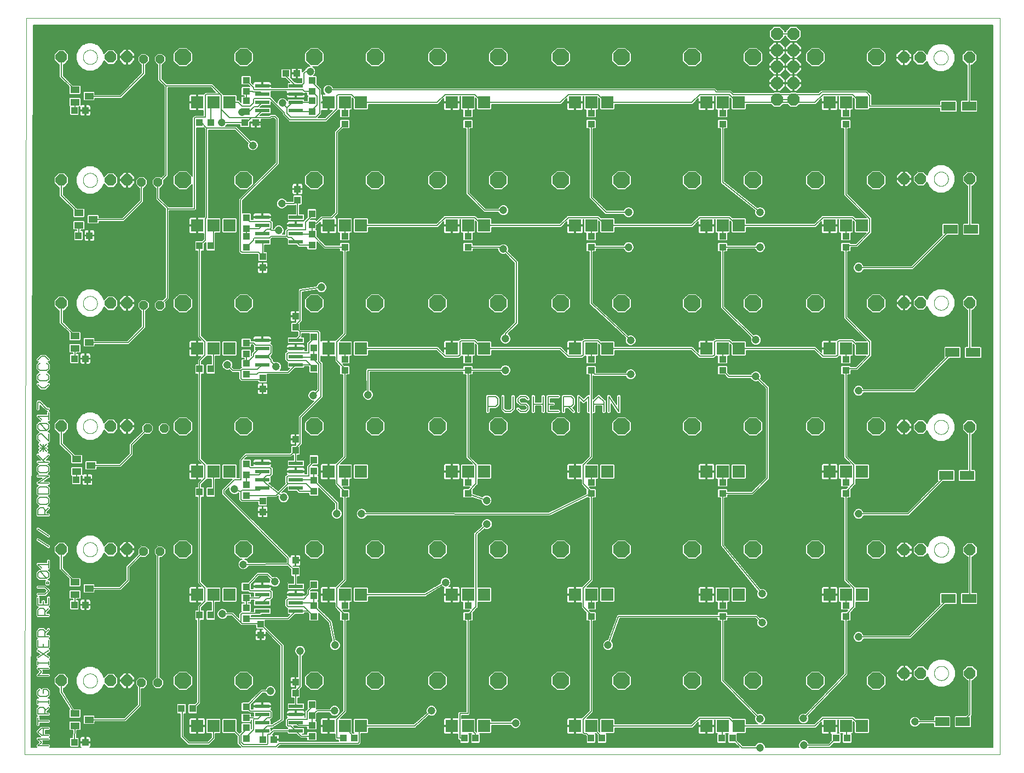
<source format=gtl>
G75*
%MOIN*%
%OFA0B0*%
%FSLAX25Y25*%
%IPPOS*%
%LPD*%
%AMOC8*
5,1,8,0,0,1.08239X$1,22.5*
%
%ADD10C,0.00000*%
%ADD11C,0.00600*%
%ADD12C,0.00800*%
%ADD13OC8,0.07000*%
%ADD14R,0.03937X0.04331*%
%ADD15R,0.04331X0.03937*%
%ADD16R,0.08661X0.02362*%
%ADD17OC8,0.05200*%
%ADD18R,0.05512X0.03937*%
%ADD19R,0.07400X0.07400*%
%ADD20OC8,0.10000*%
%ADD21R,0.08661X0.05512*%
%ADD22OC8,0.07400*%
%ADD23C,0.04750*%
D10*
X0006300Y0016300D02*
X0007550Y0465011D01*
X0600001Y0465011D01*
X0600001Y0016300D01*
X0006300Y0016300D01*
X0041969Y0061300D02*
X0041971Y0061431D01*
X0041977Y0061563D01*
X0041987Y0061694D01*
X0042001Y0061825D01*
X0042019Y0061955D01*
X0042041Y0062084D01*
X0042066Y0062213D01*
X0042096Y0062341D01*
X0042130Y0062468D01*
X0042167Y0062595D01*
X0042208Y0062719D01*
X0042253Y0062843D01*
X0042302Y0062965D01*
X0042354Y0063086D01*
X0042410Y0063204D01*
X0042470Y0063322D01*
X0042533Y0063437D01*
X0042600Y0063550D01*
X0042670Y0063662D01*
X0042743Y0063771D01*
X0042819Y0063877D01*
X0042899Y0063982D01*
X0042982Y0064084D01*
X0043068Y0064183D01*
X0043157Y0064280D01*
X0043249Y0064374D01*
X0043344Y0064465D01*
X0043441Y0064554D01*
X0043541Y0064639D01*
X0043644Y0064721D01*
X0043749Y0064800D01*
X0043856Y0064876D01*
X0043966Y0064948D01*
X0044078Y0065017D01*
X0044192Y0065083D01*
X0044307Y0065145D01*
X0044425Y0065204D01*
X0044544Y0065259D01*
X0044665Y0065311D01*
X0044788Y0065358D01*
X0044912Y0065402D01*
X0045037Y0065443D01*
X0045163Y0065479D01*
X0045291Y0065512D01*
X0045419Y0065540D01*
X0045548Y0065565D01*
X0045678Y0065586D01*
X0045808Y0065603D01*
X0045939Y0065616D01*
X0046070Y0065625D01*
X0046201Y0065630D01*
X0046333Y0065631D01*
X0046464Y0065628D01*
X0046596Y0065621D01*
X0046727Y0065610D01*
X0046857Y0065595D01*
X0046987Y0065576D01*
X0047117Y0065553D01*
X0047245Y0065527D01*
X0047373Y0065496D01*
X0047500Y0065461D01*
X0047626Y0065423D01*
X0047750Y0065381D01*
X0047874Y0065335D01*
X0047995Y0065285D01*
X0048115Y0065232D01*
X0048234Y0065175D01*
X0048351Y0065115D01*
X0048465Y0065051D01*
X0048578Y0064983D01*
X0048689Y0064912D01*
X0048798Y0064838D01*
X0048904Y0064761D01*
X0049008Y0064680D01*
X0049109Y0064597D01*
X0049208Y0064510D01*
X0049304Y0064420D01*
X0049397Y0064327D01*
X0049488Y0064232D01*
X0049575Y0064134D01*
X0049660Y0064033D01*
X0049741Y0063930D01*
X0049819Y0063824D01*
X0049894Y0063716D01*
X0049966Y0063606D01*
X0050034Y0063494D01*
X0050099Y0063380D01*
X0050160Y0063263D01*
X0050218Y0063145D01*
X0050272Y0063025D01*
X0050323Y0062904D01*
X0050370Y0062781D01*
X0050413Y0062657D01*
X0050452Y0062532D01*
X0050488Y0062405D01*
X0050519Y0062277D01*
X0050547Y0062149D01*
X0050571Y0062020D01*
X0050591Y0061890D01*
X0050607Y0061759D01*
X0050619Y0061628D01*
X0050627Y0061497D01*
X0050631Y0061366D01*
X0050631Y0061234D01*
X0050627Y0061103D01*
X0050619Y0060972D01*
X0050607Y0060841D01*
X0050591Y0060710D01*
X0050571Y0060580D01*
X0050547Y0060451D01*
X0050519Y0060323D01*
X0050488Y0060195D01*
X0050452Y0060068D01*
X0050413Y0059943D01*
X0050370Y0059819D01*
X0050323Y0059696D01*
X0050272Y0059575D01*
X0050218Y0059455D01*
X0050160Y0059337D01*
X0050099Y0059220D01*
X0050034Y0059106D01*
X0049966Y0058994D01*
X0049894Y0058884D01*
X0049819Y0058776D01*
X0049741Y0058670D01*
X0049660Y0058567D01*
X0049575Y0058466D01*
X0049488Y0058368D01*
X0049397Y0058273D01*
X0049304Y0058180D01*
X0049208Y0058090D01*
X0049109Y0058003D01*
X0049008Y0057920D01*
X0048904Y0057839D01*
X0048798Y0057762D01*
X0048689Y0057688D01*
X0048578Y0057617D01*
X0048466Y0057549D01*
X0048351Y0057485D01*
X0048234Y0057425D01*
X0048115Y0057368D01*
X0047995Y0057315D01*
X0047874Y0057265D01*
X0047750Y0057219D01*
X0047626Y0057177D01*
X0047500Y0057139D01*
X0047373Y0057104D01*
X0047245Y0057073D01*
X0047117Y0057047D01*
X0046987Y0057024D01*
X0046857Y0057005D01*
X0046727Y0056990D01*
X0046596Y0056979D01*
X0046464Y0056972D01*
X0046333Y0056969D01*
X0046201Y0056970D01*
X0046070Y0056975D01*
X0045939Y0056984D01*
X0045808Y0056997D01*
X0045678Y0057014D01*
X0045548Y0057035D01*
X0045419Y0057060D01*
X0045291Y0057088D01*
X0045163Y0057121D01*
X0045037Y0057157D01*
X0044912Y0057198D01*
X0044788Y0057242D01*
X0044665Y0057289D01*
X0044544Y0057341D01*
X0044425Y0057396D01*
X0044307Y0057455D01*
X0044192Y0057517D01*
X0044078Y0057583D01*
X0043966Y0057652D01*
X0043856Y0057724D01*
X0043749Y0057800D01*
X0043644Y0057879D01*
X0043541Y0057961D01*
X0043441Y0058046D01*
X0043344Y0058135D01*
X0043249Y0058226D01*
X0043157Y0058320D01*
X0043068Y0058417D01*
X0042982Y0058516D01*
X0042899Y0058618D01*
X0042819Y0058723D01*
X0042743Y0058829D01*
X0042670Y0058938D01*
X0042600Y0059050D01*
X0042533Y0059163D01*
X0042470Y0059278D01*
X0042410Y0059396D01*
X0042354Y0059514D01*
X0042302Y0059635D01*
X0042253Y0059757D01*
X0042208Y0059881D01*
X0042167Y0060005D01*
X0042130Y0060132D01*
X0042096Y0060259D01*
X0042066Y0060387D01*
X0042041Y0060516D01*
X0042019Y0060645D01*
X0042001Y0060775D01*
X0041987Y0060906D01*
X0041977Y0061037D01*
X0041971Y0061169D01*
X0041969Y0061300D01*
X0041969Y0141300D02*
X0041971Y0141431D01*
X0041977Y0141563D01*
X0041987Y0141694D01*
X0042001Y0141825D01*
X0042019Y0141955D01*
X0042041Y0142084D01*
X0042066Y0142213D01*
X0042096Y0142341D01*
X0042130Y0142468D01*
X0042167Y0142595D01*
X0042208Y0142719D01*
X0042253Y0142843D01*
X0042302Y0142965D01*
X0042354Y0143086D01*
X0042410Y0143204D01*
X0042470Y0143322D01*
X0042533Y0143437D01*
X0042600Y0143550D01*
X0042670Y0143662D01*
X0042743Y0143771D01*
X0042819Y0143877D01*
X0042899Y0143982D01*
X0042982Y0144084D01*
X0043068Y0144183D01*
X0043157Y0144280D01*
X0043249Y0144374D01*
X0043344Y0144465D01*
X0043441Y0144554D01*
X0043541Y0144639D01*
X0043644Y0144721D01*
X0043749Y0144800D01*
X0043856Y0144876D01*
X0043966Y0144948D01*
X0044078Y0145017D01*
X0044192Y0145083D01*
X0044307Y0145145D01*
X0044425Y0145204D01*
X0044544Y0145259D01*
X0044665Y0145311D01*
X0044788Y0145358D01*
X0044912Y0145402D01*
X0045037Y0145443D01*
X0045163Y0145479D01*
X0045291Y0145512D01*
X0045419Y0145540D01*
X0045548Y0145565D01*
X0045678Y0145586D01*
X0045808Y0145603D01*
X0045939Y0145616D01*
X0046070Y0145625D01*
X0046201Y0145630D01*
X0046333Y0145631D01*
X0046464Y0145628D01*
X0046596Y0145621D01*
X0046727Y0145610D01*
X0046857Y0145595D01*
X0046987Y0145576D01*
X0047117Y0145553D01*
X0047245Y0145527D01*
X0047373Y0145496D01*
X0047500Y0145461D01*
X0047626Y0145423D01*
X0047750Y0145381D01*
X0047874Y0145335D01*
X0047995Y0145285D01*
X0048115Y0145232D01*
X0048234Y0145175D01*
X0048351Y0145115D01*
X0048465Y0145051D01*
X0048578Y0144983D01*
X0048689Y0144912D01*
X0048798Y0144838D01*
X0048904Y0144761D01*
X0049008Y0144680D01*
X0049109Y0144597D01*
X0049208Y0144510D01*
X0049304Y0144420D01*
X0049397Y0144327D01*
X0049488Y0144232D01*
X0049575Y0144134D01*
X0049660Y0144033D01*
X0049741Y0143930D01*
X0049819Y0143824D01*
X0049894Y0143716D01*
X0049966Y0143606D01*
X0050034Y0143494D01*
X0050099Y0143380D01*
X0050160Y0143263D01*
X0050218Y0143145D01*
X0050272Y0143025D01*
X0050323Y0142904D01*
X0050370Y0142781D01*
X0050413Y0142657D01*
X0050452Y0142532D01*
X0050488Y0142405D01*
X0050519Y0142277D01*
X0050547Y0142149D01*
X0050571Y0142020D01*
X0050591Y0141890D01*
X0050607Y0141759D01*
X0050619Y0141628D01*
X0050627Y0141497D01*
X0050631Y0141366D01*
X0050631Y0141234D01*
X0050627Y0141103D01*
X0050619Y0140972D01*
X0050607Y0140841D01*
X0050591Y0140710D01*
X0050571Y0140580D01*
X0050547Y0140451D01*
X0050519Y0140323D01*
X0050488Y0140195D01*
X0050452Y0140068D01*
X0050413Y0139943D01*
X0050370Y0139819D01*
X0050323Y0139696D01*
X0050272Y0139575D01*
X0050218Y0139455D01*
X0050160Y0139337D01*
X0050099Y0139220D01*
X0050034Y0139106D01*
X0049966Y0138994D01*
X0049894Y0138884D01*
X0049819Y0138776D01*
X0049741Y0138670D01*
X0049660Y0138567D01*
X0049575Y0138466D01*
X0049488Y0138368D01*
X0049397Y0138273D01*
X0049304Y0138180D01*
X0049208Y0138090D01*
X0049109Y0138003D01*
X0049008Y0137920D01*
X0048904Y0137839D01*
X0048798Y0137762D01*
X0048689Y0137688D01*
X0048578Y0137617D01*
X0048466Y0137549D01*
X0048351Y0137485D01*
X0048234Y0137425D01*
X0048115Y0137368D01*
X0047995Y0137315D01*
X0047874Y0137265D01*
X0047750Y0137219D01*
X0047626Y0137177D01*
X0047500Y0137139D01*
X0047373Y0137104D01*
X0047245Y0137073D01*
X0047117Y0137047D01*
X0046987Y0137024D01*
X0046857Y0137005D01*
X0046727Y0136990D01*
X0046596Y0136979D01*
X0046464Y0136972D01*
X0046333Y0136969D01*
X0046201Y0136970D01*
X0046070Y0136975D01*
X0045939Y0136984D01*
X0045808Y0136997D01*
X0045678Y0137014D01*
X0045548Y0137035D01*
X0045419Y0137060D01*
X0045291Y0137088D01*
X0045163Y0137121D01*
X0045037Y0137157D01*
X0044912Y0137198D01*
X0044788Y0137242D01*
X0044665Y0137289D01*
X0044544Y0137341D01*
X0044425Y0137396D01*
X0044307Y0137455D01*
X0044192Y0137517D01*
X0044078Y0137583D01*
X0043966Y0137652D01*
X0043856Y0137724D01*
X0043749Y0137800D01*
X0043644Y0137879D01*
X0043541Y0137961D01*
X0043441Y0138046D01*
X0043344Y0138135D01*
X0043249Y0138226D01*
X0043157Y0138320D01*
X0043068Y0138417D01*
X0042982Y0138516D01*
X0042899Y0138618D01*
X0042819Y0138723D01*
X0042743Y0138829D01*
X0042670Y0138938D01*
X0042600Y0139050D01*
X0042533Y0139163D01*
X0042470Y0139278D01*
X0042410Y0139396D01*
X0042354Y0139514D01*
X0042302Y0139635D01*
X0042253Y0139757D01*
X0042208Y0139881D01*
X0042167Y0140005D01*
X0042130Y0140132D01*
X0042096Y0140259D01*
X0042066Y0140387D01*
X0042041Y0140516D01*
X0042019Y0140645D01*
X0042001Y0140775D01*
X0041987Y0140906D01*
X0041977Y0141037D01*
X0041971Y0141169D01*
X0041969Y0141300D01*
X0041969Y0216300D02*
X0041971Y0216431D01*
X0041977Y0216563D01*
X0041987Y0216694D01*
X0042001Y0216825D01*
X0042019Y0216955D01*
X0042041Y0217084D01*
X0042066Y0217213D01*
X0042096Y0217341D01*
X0042130Y0217468D01*
X0042167Y0217595D01*
X0042208Y0217719D01*
X0042253Y0217843D01*
X0042302Y0217965D01*
X0042354Y0218086D01*
X0042410Y0218204D01*
X0042470Y0218322D01*
X0042533Y0218437D01*
X0042600Y0218550D01*
X0042670Y0218662D01*
X0042743Y0218771D01*
X0042819Y0218877D01*
X0042899Y0218982D01*
X0042982Y0219084D01*
X0043068Y0219183D01*
X0043157Y0219280D01*
X0043249Y0219374D01*
X0043344Y0219465D01*
X0043441Y0219554D01*
X0043541Y0219639D01*
X0043644Y0219721D01*
X0043749Y0219800D01*
X0043856Y0219876D01*
X0043966Y0219948D01*
X0044078Y0220017D01*
X0044192Y0220083D01*
X0044307Y0220145D01*
X0044425Y0220204D01*
X0044544Y0220259D01*
X0044665Y0220311D01*
X0044788Y0220358D01*
X0044912Y0220402D01*
X0045037Y0220443D01*
X0045163Y0220479D01*
X0045291Y0220512D01*
X0045419Y0220540D01*
X0045548Y0220565D01*
X0045678Y0220586D01*
X0045808Y0220603D01*
X0045939Y0220616D01*
X0046070Y0220625D01*
X0046201Y0220630D01*
X0046333Y0220631D01*
X0046464Y0220628D01*
X0046596Y0220621D01*
X0046727Y0220610D01*
X0046857Y0220595D01*
X0046987Y0220576D01*
X0047117Y0220553D01*
X0047245Y0220527D01*
X0047373Y0220496D01*
X0047500Y0220461D01*
X0047626Y0220423D01*
X0047750Y0220381D01*
X0047874Y0220335D01*
X0047995Y0220285D01*
X0048115Y0220232D01*
X0048234Y0220175D01*
X0048351Y0220115D01*
X0048465Y0220051D01*
X0048578Y0219983D01*
X0048689Y0219912D01*
X0048798Y0219838D01*
X0048904Y0219761D01*
X0049008Y0219680D01*
X0049109Y0219597D01*
X0049208Y0219510D01*
X0049304Y0219420D01*
X0049397Y0219327D01*
X0049488Y0219232D01*
X0049575Y0219134D01*
X0049660Y0219033D01*
X0049741Y0218930D01*
X0049819Y0218824D01*
X0049894Y0218716D01*
X0049966Y0218606D01*
X0050034Y0218494D01*
X0050099Y0218380D01*
X0050160Y0218263D01*
X0050218Y0218145D01*
X0050272Y0218025D01*
X0050323Y0217904D01*
X0050370Y0217781D01*
X0050413Y0217657D01*
X0050452Y0217532D01*
X0050488Y0217405D01*
X0050519Y0217277D01*
X0050547Y0217149D01*
X0050571Y0217020D01*
X0050591Y0216890D01*
X0050607Y0216759D01*
X0050619Y0216628D01*
X0050627Y0216497D01*
X0050631Y0216366D01*
X0050631Y0216234D01*
X0050627Y0216103D01*
X0050619Y0215972D01*
X0050607Y0215841D01*
X0050591Y0215710D01*
X0050571Y0215580D01*
X0050547Y0215451D01*
X0050519Y0215323D01*
X0050488Y0215195D01*
X0050452Y0215068D01*
X0050413Y0214943D01*
X0050370Y0214819D01*
X0050323Y0214696D01*
X0050272Y0214575D01*
X0050218Y0214455D01*
X0050160Y0214337D01*
X0050099Y0214220D01*
X0050034Y0214106D01*
X0049966Y0213994D01*
X0049894Y0213884D01*
X0049819Y0213776D01*
X0049741Y0213670D01*
X0049660Y0213567D01*
X0049575Y0213466D01*
X0049488Y0213368D01*
X0049397Y0213273D01*
X0049304Y0213180D01*
X0049208Y0213090D01*
X0049109Y0213003D01*
X0049008Y0212920D01*
X0048904Y0212839D01*
X0048798Y0212762D01*
X0048689Y0212688D01*
X0048578Y0212617D01*
X0048466Y0212549D01*
X0048351Y0212485D01*
X0048234Y0212425D01*
X0048115Y0212368D01*
X0047995Y0212315D01*
X0047874Y0212265D01*
X0047750Y0212219D01*
X0047626Y0212177D01*
X0047500Y0212139D01*
X0047373Y0212104D01*
X0047245Y0212073D01*
X0047117Y0212047D01*
X0046987Y0212024D01*
X0046857Y0212005D01*
X0046727Y0211990D01*
X0046596Y0211979D01*
X0046464Y0211972D01*
X0046333Y0211969D01*
X0046201Y0211970D01*
X0046070Y0211975D01*
X0045939Y0211984D01*
X0045808Y0211997D01*
X0045678Y0212014D01*
X0045548Y0212035D01*
X0045419Y0212060D01*
X0045291Y0212088D01*
X0045163Y0212121D01*
X0045037Y0212157D01*
X0044912Y0212198D01*
X0044788Y0212242D01*
X0044665Y0212289D01*
X0044544Y0212341D01*
X0044425Y0212396D01*
X0044307Y0212455D01*
X0044192Y0212517D01*
X0044078Y0212583D01*
X0043966Y0212652D01*
X0043856Y0212724D01*
X0043749Y0212800D01*
X0043644Y0212879D01*
X0043541Y0212961D01*
X0043441Y0213046D01*
X0043344Y0213135D01*
X0043249Y0213226D01*
X0043157Y0213320D01*
X0043068Y0213417D01*
X0042982Y0213516D01*
X0042899Y0213618D01*
X0042819Y0213723D01*
X0042743Y0213829D01*
X0042670Y0213938D01*
X0042600Y0214050D01*
X0042533Y0214163D01*
X0042470Y0214278D01*
X0042410Y0214396D01*
X0042354Y0214514D01*
X0042302Y0214635D01*
X0042253Y0214757D01*
X0042208Y0214881D01*
X0042167Y0215005D01*
X0042130Y0215132D01*
X0042096Y0215259D01*
X0042066Y0215387D01*
X0042041Y0215516D01*
X0042019Y0215645D01*
X0042001Y0215775D01*
X0041987Y0215906D01*
X0041977Y0216037D01*
X0041971Y0216169D01*
X0041969Y0216300D01*
X0041969Y0291300D02*
X0041971Y0291431D01*
X0041977Y0291563D01*
X0041987Y0291694D01*
X0042001Y0291825D01*
X0042019Y0291955D01*
X0042041Y0292084D01*
X0042066Y0292213D01*
X0042096Y0292341D01*
X0042130Y0292468D01*
X0042167Y0292595D01*
X0042208Y0292719D01*
X0042253Y0292843D01*
X0042302Y0292965D01*
X0042354Y0293086D01*
X0042410Y0293204D01*
X0042470Y0293322D01*
X0042533Y0293437D01*
X0042600Y0293550D01*
X0042670Y0293662D01*
X0042743Y0293771D01*
X0042819Y0293877D01*
X0042899Y0293982D01*
X0042982Y0294084D01*
X0043068Y0294183D01*
X0043157Y0294280D01*
X0043249Y0294374D01*
X0043344Y0294465D01*
X0043441Y0294554D01*
X0043541Y0294639D01*
X0043644Y0294721D01*
X0043749Y0294800D01*
X0043856Y0294876D01*
X0043966Y0294948D01*
X0044078Y0295017D01*
X0044192Y0295083D01*
X0044307Y0295145D01*
X0044425Y0295204D01*
X0044544Y0295259D01*
X0044665Y0295311D01*
X0044788Y0295358D01*
X0044912Y0295402D01*
X0045037Y0295443D01*
X0045163Y0295479D01*
X0045291Y0295512D01*
X0045419Y0295540D01*
X0045548Y0295565D01*
X0045678Y0295586D01*
X0045808Y0295603D01*
X0045939Y0295616D01*
X0046070Y0295625D01*
X0046201Y0295630D01*
X0046333Y0295631D01*
X0046464Y0295628D01*
X0046596Y0295621D01*
X0046727Y0295610D01*
X0046857Y0295595D01*
X0046987Y0295576D01*
X0047117Y0295553D01*
X0047245Y0295527D01*
X0047373Y0295496D01*
X0047500Y0295461D01*
X0047626Y0295423D01*
X0047750Y0295381D01*
X0047874Y0295335D01*
X0047995Y0295285D01*
X0048115Y0295232D01*
X0048234Y0295175D01*
X0048351Y0295115D01*
X0048465Y0295051D01*
X0048578Y0294983D01*
X0048689Y0294912D01*
X0048798Y0294838D01*
X0048904Y0294761D01*
X0049008Y0294680D01*
X0049109Y0294597D01*
X0049208Y0294510D01*
X0049304Y0294420D01*
X0049397Y0294327D01*
X0049488Y0294232D01*
X0049575Y0294134D01*
X0049660Y0294033D01*
X0049741Y0293930D01*
X0049819Y0293824D01*
X0049894Y0293716D01*
X0049966Y0293606D01*
X0050034Y0293494D01*
X0050099Y0293380D01*
X0050160Y0293263D01*
X0050218Y0293145D01*
X0050272Y0293025D01*
X0050323Y0292904D01*
X0050370Y0292781D01*
X0050413Y0292657D01*
X0050452Y0292532D01*
X0050488Y0292405D01*
X0050519Y0292277D01*
X0050547Y0292149D01*
X0050571Y0292020D01*
X0050591Y0291890D01*
X0050607Y0291759D01*
X0050619Y0291628D01*
X0050627Y0291497D01*
X0050631Y0291366D01*
X0050631Y0291234D01*
X0050627Y0291103D01*
X0050619Y0290972D01*
X0050607Y0290841D01*
X0050591Y0290710D01*
X0050571Y0290580D01*
X0050547Y0290451D01*
X0050519Y0290323D01*
X0050488Y0290195D01*
X0050452Y0290068D01*
X0050413Y0289943D01*
X0050370Y0289819D01*
X0050323Y0289696D01*
X0050272Y0289575D01*
X0050218Y0289455D01*
X0050160Y0289337D01*
X0050099Y0289220D01*
X0050034Y0289106D01*
X0049966Y0288994D01*
X0049894Y0288884D01*
X0049819Y0288776D01*
X0049741Y0288670D01*
X0049660Y0288567D01*
X0049575Y0288466D01*
X0049488Y0288368D01*
X0049397Y0288273D01*
X0049304Y0288180D01*
X0049208Y0288090D01*
X0049109Y0288003D01*
X0049008Y0287920D01*
X0048904Y0287839D01*
X0048798Y0287762D01*
X0048689Y0287688D01*
X0048578Y0287617D01*
X0048466Y0287549D01*
X0048351Y0287485D01*
X0048234Y0287425D01*
X0048115Y0287368D01*
X0047995Y0287315D01*
X0047874Y0287265D01*
X0047750Y0287219D01*
X0047626Y0287177D01*
X0047500Y0287139D01*
X0047373Y0287104D01*
X0047245Y0287073D01*
X0047117Y0287047D01*
X0046987Y0287024D01*
X0046857Y0287005D01*
X0046727Y0286990D01*
X0046596Y0286979D01*
X0046464Y0286972D01*
X0046333Y0286969D01*
X0046201Y0286970D01*
X0046070Y0286975D01*
X0045939Y0286984D01*
X0045808Y0286997D01*
X0045678Y0287014D01*
X0045548Y0287035D01*
X0045419Y0287060D01*
X0045291Y0287088D01*
X0045163Y0287121D01*
X0045037Y0287157D01*
X0044912Y0287198D01*
X0044788Y0287242D01*
X0044665Y0287289D01*
X0044544Y0287341D01*
X0044425Y0287396D01*
X0044307Y0287455D01*
X0044192Y0287517D01*
X0044078Y0287583D01*
X0043966Y0287652D01*
X0043856Y0287724D01*
X0043749Y0287800D01*
X0043644Y0287879D01*
X0043541Y0287961D01*
X0043441Y0288046D01*
X0043344Y0288135D01*
X0043249Y0288226D01*
X0043157Y0288320D01*
X0043068Y0288417D01*
X0042982Y0288516D01*
X0042899Y0288618D01*
X0042819Y0288723D01*
X0042743Y0288829D01*
X0042670Y0288938D01*
X0042600Y0289050D01*
X0042533Y0289163D01*
X0042470Y0289278D01*
X0042410Y0289396D01*
X0042354Y0289514D01*
X0042302Y0289635D01*
X0042253Y0289757D01*
X0042208Y0289881D01*
X0042167Y0290005D01*
X0042130Y0290132D01*
X0042096Y0290259D01*
X0042066Y0290387D01*
X0042041Y0290516D01*
X0042019Y0290645D01*
X0042001Y0290775D01*
X0041987Y0290906D01*
X0041977Y0291037D01*
X0041971Y0291169D01*
X0041969Y0291300D01*
X0041969Y0366300D02*
X0041971Y0366431D01*
X0041977Y0366563D01*
X0041987Y0366694D01*
X0042001Y0366825D01*
X0042019Y0366955D01*
X0042041Y0367084D01*
X0042066Y0367213D01*
X0042096Y0367341D01*
X0042130Y0367468D01*
X0042167Y0367595D01*
X0042208Y0367719D01*
X0042253Y0367843D01*
X0042302Y0367965D01*
X0042354Y0368086D01*
X0042410Y0368204D01*
X0042470Y0368322D01*
X0042533Y0368437D01*
X0042600Y0368550D01*
X0042670Y0368662D01*
X0042743Y0368771D01*
X0042819Y0368877D01*
X0042899Y0368982D01*
X0042982Y0369084D01*
X0043068Y0369183D01*
X0043157Y0369280D01*
X0043249Y0369374D01*
X0043344Y0369465D01*
X0043441Y0369554D01*
X0043541Y0369639D01*
X0043644Y0369721D01*
X0043749Y0369800D01*
X0043856Y0369876D01*
X0043966Y0369948D01*
X0044078Y0370017D01*
X0044192Y0370083D01*
X0044307Y0370145D01*
X0044425Y0370204D01*
X0044544Y0370259D01*
X0044665Y0370311D01*
X0044788Y0370358D01*
X0044912Y0370402D01*
X0045037Y0370443D01*
X0045163Y0370479D01*
X0045291Y0370512D01*
X0045419Y0370540D01*
X0045548Y0370565D01*
X0045678Y0370586D01*
X0045808Y0370603D01*
X0045939Y0370616D01*
X0046070Y0370625D01*
X0046201Y0370630D01*
X0046333Y0370631D01*
X0046464Y0370628D01*
X0046596Y0370621D01*
X0046727Y0370610D01*
X0046857Y0370595D01*
X0046987Y0370576D01*
X0047117Y0370553D01*
X0047245Y0370527D01*
X0047373Y0370496D01*
X0047500Y0370461D01*
X0047626Y0370423D01*
X0047750Y0370381D01*
X0047874Y0370335D01*
X0047995Y0370285D01*
X0048115Y0370232D01*
X0048234Y0370175D01*
X0048351Y0370115D01*
X0048465Y0370051D01*
X0048578Y0369983D01*
X0048689Y0369912D01*
X0048798Y0369838D01*
X0048904Y0369761D01*
X0049008Y0369680D01*
X0049109Y0369597D01*
X0049208Y0369510D01*
X0049304Y0369420D01*
X0049397Y0369327D01*
X0049488Y0369232D01*
X0049575Y0369134D01*
X0049660Y0369033D01*
X0049741Y0368930D01*
X0049819Y0368824D01*
X0049894Y0368716D01*
X0049966Y0368606D01*
X0050034Y0368494D01*
X0050099Y0368380D01*
X0050160Y0368263D01*
X0050218Y0368145D01*
X0050272Y0368025D01*
X0050323Y0367904D01*
X0050370Y0367781D01*
X0050413Y0367657D01*
X0050452Y0367532D01*
X0050488Y0367405D01*
X0050519Y0367277D01*
X0050547Y0367149D01*
X0050571Y0367020D01*
X0050591Y0366890D01*
X0050607Y0366759D01*
X0050619Y0366628D01*
X0050627Y0366497D01*
X0050631Y0366366D01*
X0050631Y0366234D01*
X0050627Y0366103D01*
X0050619Y0365972D01*
X0050607Y0365841D01*
X0050591Y0365710D01*
X0050571Y0365580D01*
X0050547Y0365451D01*
X0050519Y0365323D01*
X0050488Y0365195D01*
X0050452Y0365068D01*
X0050413Y0364943D01*
X0050370Y0364819D01*
X0050323Y0364696D01*
X0050272Y0364575D01*
X0050218Y0364455D01*
X0050160Y0364337D01*
X0050099Y0364220D01*
X0050034Y0364106D01*
X0049966Y0363994D01*
X0049894Y0363884D01*
X0049819Y0363776D01*
X0049741Y0363670D01*
X0049660Y0363567D01*
X0049575Y0363466D01*
X0049488Y0363368D01*
X0049397Y0363273D01*
X0049304Y0363180D01*
X0049208Y0363090D01*
X0049109Y0363003D01*
X0049008Y0362920D01*
X0048904Y0362839D01*
X0048798Y0362762D01*
X0048689Y0362688D01*
X0048578Y0362617D01*
X0048466Y0362549D01*
X0048351Y0362485D01*
X0048234Y0362425D01*
X0048115Y0362368D01*
X0047995Y0362315D01*
X0047874Y0362265D01*
X0047750Y0362219D01*
X0047626Y0362177D01*
X0047500Y0362139D01*
X0047373Y0362104D01*
X0047245Y0362073D01*
X0047117Y0362047D01*
X0046987Y0362024D01*
X0046857Y0362005D01*
X0046727Y0361990D01*
X0046596Y0361979D01*
X0046464Y0361972D01*
X0046333Y0361969D01*
X0046201Y0361970D01*
X0046070Y0361975D01*
X0045939Y0361984D01*
X0045808Y0361997D01*
X0045678Y0362014D01*
X0045548Y0362035D01*
X0045419Y0362060D01*
X0045291Y0362088D01*
X0045163Y0362121D01*
X0045037Y0362157D01*
X0044912Y0362198D01*
X0044788Y0362242D01*
X0044665Y0362289D01*
X0044544Y0362341D01*
X0044425Y0362396D01*
X0044307Y0362455D01*
X0044192Y0362517D01*
X0044078Y0362583D01*
X0043966Y0362652D01*
X0043856Y0362724D01*
X0043749Y0362800D01*
X0043644Y0362879D01*
X0043541Y0362961D01*
X0043441Y0363046D01*
X0043344Y0363135D01*
X0043249Y0363226D01*
X0043157Y0363320D01*
X0043068Y0363417D01*
X0042982Y0363516D01*
X0042899Y0363618D01*
X0042819Y0363723D01*
X0042743Y0363829D01*
X0042670Y0363938D01*
X0042600Y0364050D01*
X0042533Y0364163D01*
X0042470Y0364278D01*
X0042410Y0364396D01*
X0042354Y0364514D01*
X0042302Y0364635D01*
X0042253Y0364757D01*
X0042208Y0364881D01*
X0042167Y0365005D01*
X0042130Y0365132D01*
X0042096Y0365259D01*
X0042066Y0365387D01*
X0042041Y0365516D01*
X0042019Y0365645D01*
X0042001Y0365775D01*
X0041987Y0365906D01*
X0041977Y0366037D01*
X0041971Y0366169D01*
X0041969Y0366300D01*
X0041969Y0441300D02*
X0041971Y0441431D01*
X0041977Y0441563D01*
X0041987Y0441694D01*
X0042001Y0441825D01*
X0042019Y0441955D01*
X0042041Y0442084D01*
X0042066Y0442213D01*
X0042096Y0442341D01*
X0042130Y0442468D01*
X0042167Y0442595D01*
X0042208Y0442719D01*
X0042253Y0442843D01*
X0042302Y0442965D01*
X0042354Y0443086D01*
X0042410Y0443204D01*
X0042470Y0443322D01*
X0042533Y0443437D01*
X0042600Y0443550D01*
X0042670Y0443662D01*
X0042743Y0443771D01*
X0042819Y0443877D01*
X0042899Y0443982D01*
X0042982Y0444084D01*
X0043068Y0444183D01*
X0043157Y0444280D01*
X0043249Y0444374D01*
X0043344Y0444465D01*
X0043441Y0444554D01*
X0043541Y0444639D01*
X0043644Y0444721D01*
X0043749Y0444800D01*
X0043856Y0444876D01*
X0043966Y0444948D01*
X0044078Y0445017D01*
X0044192Y0445083D01*
X0044307Y0445145D01*
X0044425Y0445204D01*
X0044544Y0445259D01*
X0044665Y0445311D01*
X0044788Y0445358D01*
X0044912Y0445402D01*
X0045037Y0445443D01*
X0045163Y0445479D01*
X0045291Y0445512D01*
X0045419Y0445540D01*
X0045548Y0445565D01*
X0045678Y0445586D01*
X0045808Y0445603D01*
X0045939Y0445616D01*
X0046070Y0445625D01*
X0046201Y0445630D01*
X0046333Y0445631D01*
X0046464Y0445628D01*
X0046596Y0445621D01*
X0046727Y0445610D01*
X0046857Y0445595D01*
X0046987Y0445576D01*
X0047117Y0445553D01*
X0047245Y0445527D01*
X0047373Y0445496D01*
X0047500Y0445461D01*
X0047626Y0445423D01*
X0047750Y0445381D01*
X0047874Y0445335D01*
X0047995Y0445285D01*
X0048115Y0445232D01*
X0048234Y0445175D01*
X0048351Y0445115D01*
X0048465Y0445051D01*
X0048578Y0444983D01*
X0048689Y0444912D01*
X0048798Y0444838D01*
X0048904Y0444761D01*
X0049008Y0444680D01*
X0049109Y0444597D01*
X0049208Y0444510D01*
X0049304Y0444420D01*
X0049397Y0444327D01*
X0049488Y0444232D01*
X0049575Y0444134D01*
X0049660Y0444033D01*
X0049741Y0443930D01*
X0049819Y0443824D01*
X0049894Y0443716D01*
X0049966Y0443606D01*
X0050034Y0443494D01*
X0050099Y0443380D01*
X0050160Y0443263D01*
X0050218Y0443145D01*
X0050272Y0443025D01*
X0050323Y0442904D01*
X0050370Y0442781D01*
X0050413Y0442657D01*
X0050452Y0442532D01*
X0050488Y0442405D01*
X0050519Y0442277D01*
X0050547Y0442149D01*
X0050571Y0442020D01*
X0050591Y0441890D01*
X0050607Y0441759D01*
X0050619Y0441628D01*
X0050627Y0441497D01*
X0050631Y0441366D01*
X0050631Y0441234D01*
X0050627Y0441103D01*
X0050619Y0440972D01*
X0050607Y0440841D01*
X0050591Y0440710D01*
X0050571Y0440580D01*
X0050547Y0440451D01*
X0050519Y0440323D01*
X0050488Y0440195D01*
X0050452Y0440068D01*
X0050413Y0439943D01*
X0050370Y0439819D01*
X0050323Y0439696D01*
X0050272Y0439575D01*
X0050218Y0439455D01*
X0050160Y0439337D01*
X0050099Y0439220D01*
X0050034Y0439106D01*
X0049966Y0438994D01*
X0049894Y0438884D01*
X0049819Y0438776D01*
X0049741Y0438670D01*
X0049660Y0438567D01*
X0049575Y0438466D01*
X0049488Y0438368D01*
X0049397Y0438273D01*
X0049304Y0438180D01*
X0049208Y0438090D01*
X0049109Y0438003D01*
X0049008Y0437920D01*
X0048904Y0437839D01*
X0048798Y0437762D01*
X0048689Y0437688D01*
X0048578Y0437617D01*
X0048466Y0437549D01*
X0048351Y0437485D01*
X0048234Y0437425D01*
X0048115Y0437368D01*
X0047995Y0437315D01*
X0047874Y0437265D01*
X0047750Y0437219D01*
X0047626Y0437177D01*
X0047500Y0437139D01*
X0047373Y0437104D01*
X0047245Y0437073D01*
X0047117Y0437047D01*
X0046987Y0437024D01*
X0046857Y0437005D01*
X0046727Y0436990D01*
X0046596Y0436979D01*
X0046464Y0436972D01*
X0046333Y0436969D01*
X0046201Y0436970D01*
X0046070Y0436975D01*
X0045939Y0436984D01*
X0045808Y0436997D01*
X0045678Y0437014D01*
X0045548Y0437035D01*
X0045419Y0437060D01*
X0045291Y0437088D01*
X0045163Y0437121D01*
X0045037Y0437157D01*
X0044912Y0437198D01*
X0044788Y0437242D01*
X0044665Y0437289D01*
X0044544Y0437341D01*
X0044425Y0437396D01*
X0044307Y0437455D01*
X0044192Y0437517D01*
X0044078Y0437583D01*
X0043966Y0437652D01*
X0043856Y0437724D01*
X0043749Y0437800D01*
X0043644Y0437879D01*
X0043541Y0437961D01*
X0043441Y0438046D01*
X0043344Y0438135D01*
X0043249Y0438226D01*
X0043157Y0438320D01*
X0043068Y0438417D01*
X0042982Y0438516D01*
X0042899Y0438618D01*
X0042819Y0438723D01*
X0042743Y0438829D01*
X0042670Y0438938D01*
X0042600Y0439050D01*
X0042533Y0439163D01*
X0042470Y0439278D01*
X0042410Y0439396D01*
X0042354Y0439514D01*
X0042302Y0439635D01*
X0042253Y0439757D01*
X0042208Y0439881D01*
X0042167Y0440005D01*
X0042130Y0440132D01*
X0042096Y0440259D01*
X0042066Y0440387D01*
X0042041Y0440516D01*
X0042019Y0440645D01*
X0042001Y0440775D01*
X0041987Y0440906D01*
X0041977Y0441037D01*
X0041971Y0441169D01*
X0041969Y0441300D01*
X0559817Y0440931D02*
X0559819Y0441062D01*
X0559825Y0441194D01*
X0559835Y0441325D01*
X0559849Y0441456D01*
X0559867Y0441586D01*
X0559889Y0441715D01*
X0559914Y0441844D01*
X0559944Y0441972D01*
X0559978Y0442099D01*
X0560015Y0442226D01*
X0560056Y0442350D01*
X0560101Y0442474D01*
X0560150Y0442596D01*
X0560202Y0442717D01*
X0560258Y0442835D01*
X0560318Y0442953D01*
X0560381Y0443068D01*
X0560448Y0443181D01*
X0560518Y0443293D01*
X0560591Y0443402D01*
X0560667Y0443508D01*
X0560747Y0443613D01*
X0560830Y0443715D01*
X0560916Y0443814D01*
X0561005Y0443911D01*
X0561097Y0444005D01*
X0561192Y0444096D01*
X0561289Y0444185D01*
X0561389Y0444270D01*
X0561492Y0444352D01*
X0561597Y0444431D01*
X0561704Y0444507D01*
X0561814Y0444579D01*
X0561926Y0444648D01*
X0562040Y0444714D01*
X0562155Y0444776D01*
X0562273Y0444835D01*
X0562392Y0444890D01*
X0562513Y0444942D01*
X0562636Y0444989D01*
X0562760Y0445033D01*
X0562885Y0445074D01*
X0563011Y0445110D01*
X0563139Y0445143D01*
X0563267Y0445171D01*
X0563396Y0445196D01*
X0563526Y0445217D01*
X0563656Y0445234D01*
X0563787Y0445247D01*
X0563918Y0445256D01*
X0564049Y0445261D01*
X0564181Y0445262D01*
X0564312Y0445259D01*
X0564444Y0445252D01*
X0564575Y0445241D01*
X0564705Y0445226D01*
X0564835Y0445207D01*
X0564965Y0445184D01*
X0565093Y0445158D01*
X0565221Y0445127D01*
X0565348Y0445092D01*
X0565474Y0445054D01*
X0565598Y0445012D01*
X0565722Y0444966D01*
X0565843Y0444916D01*
X0565963Y0444863D01*
X0566082Y0444806D01*
X0566199Y0444746D01*
X0566313Y0444682D01*
X0566426Y0444614D01*
X0566537Y0444543D01*
X0566646Y0444469D01*
X0566752Y0444392D01*
X0566856Y0444311D01*
X0566957Y0444228D01*
X0567056Y0444141D01*
X0567152Y0444051D01*
X0567245Y0443958D01*
X0567336Y0443863D01*
X0567423Y0443765D01*
X0567508Y0443664D01*
X0567589Y0443561D01*
X0567667Y0443455D01*
X0567742Y0443347D01*
X0567814Y0443237D01*
X0567882Y0443125D01*
X0567947Y0443011D01*
X0568008Y0442894D01*
X0568066Y0442776D01*
X0568120Y0442656D01*
X0568171Y0442535D01*
X0568218Y0442412D01*
X0568261Y0442288D01*
X0568300Y0442163D01*
X0568336Y0442036D01*
X0568367Y0441908D01*
X0568395Y0441780D01*
X0568419Y0441651D01*
X0568439Y0441521D01*
X0568455Y0441390D01*
X0568467Y0441259D01*
X0568475Y0441128D01*
X0568479Y0440997D01*
X0568479Y0440865D01*
X0568475Y0440734D01*
X0568467Y0440603D01*
X0568455Y0440472D01*
X0568439Y0440341D01*
X0568419Y0440211D01*
X0568395Y0440082D01*
X0568367Y0439954D01*
X0568336Y0439826D01*
X0568300Y0439699D01*
X0568261Y0439574D01*
X0568218Y0439450D01*
X0568171Y0439327D01*
X0568120Y0439206D01*
X0568066Y0439086D01*
X0568008Y0438968D01*
X0567947Y0438851D01*
X0567882Y0438737D01*
X0567814Y0438625D01*
X0567742Y0438515D01*
X0567667Y0438407D01*
X0567589Y0438301D01*
X0567508Y0438198D01*
X0567423Y0438097D01*
X0567336Y0437999D01*
X0567245Y0437904D01*
X0567152Y0437811D01*
X0567056Y0437721D01*
X0566957Y0437634D01*
X0566856Y0437551D01*
X0566752Y0437470D01*
X0566646Y0437393D01*
X0566537Y0437319D01*
X0566426Y0437248D01*
X0566314Y0437180D01*
X0566199Y0437116D01*
X0566082Y0437056D01*
X0565963Y0436999D01*
X0565843Y0436946D01*
X0565722Y0436896D01*
X0565598Y0436850D01*
X0565474Y0436808D01*
X0565348Y0436770D01*
X0565221Y0436735D01*
X0565093Y0436704D01*
X0564965Y0436678D01*
X0564835Y0436655D01*
X0564705Y0436636D01*
X0564575Y0436621D01*
X0564444Y0436610D01*
X0564312Y0436603D01*
X0564181Y0436600D01*
X0564049Y0436601D01*
X0563918Y0436606D01*
X0563787Y0436615D01*
X0563656Y0436628D01*
X0563526Y0436645D01*
X0563396Y0436666D01*
X0563267Y0436691D01*
X0563139Y0436719D01*
X0563011Y0436752D01*
X0562885Y0436788D01*
X0562760Y0436829D01*
X0562636Y0436873D01*
X0562513Y0436920D01*
X0562392Y0436972D01*
X0562273Y0437027D01*
X0562155Y0437086D01*
X0562040Y0437148D01*
X0561926Y0437214D01*
X0561814Y0437283D01*
X0561704Y0437355D01*
X0561597Y0437431D01*
X0561492Y0437510D01*
X0561389Y0437592D01*
X0561289Y0437677D01*
X0561192Y0437766D01*
X0561097Y0437857D01*
X0561005Y0437951D01*
X0560916Y0438048D01*
X0560830Y0438147D01*
X0560747Y0438249D01*
X0560667Y0438354D01*
X0560591Y0438460D01*
X0560518Y0438569D01*
X0560448Y0438681D01*
X0560381Y0438794D01*
X0560318Y0438909D01*
X0560258Y0439027D01*
X0560202Y0439145D01*
X0560150Y0439266D01*
X0560101Y0439388D01*
X0560056Y0439512D01*
X0560015Y0439636D01*
X0559978Y0439763D01*
X0559944Y0439890D01*
X0559914Y0440018D01*
X0559889Y0440147D01*
X0559867Y0440276D01*
X0559849Y0440406D01*
X0559835Y0440537D01*
X0559825Y0440668D01*
X0559819Y0440800D01*
X0559817Y0440931D01*
X0559973Y0367083D02*
X0559975Y0367214D01*
X0559981Y0367346D01*
X0559991Y0367477D01*
X0560005Y0367608D01*
X0560023Y0367738D01*
X0560045Y0367867D01*
X0560070Y0367996D01*
X0560100Y0368124D01*
X0560134Y0368251D01*
X0560171Y0368378D01*
X0560212Y0368502D01*
X0560257Y0368626D01*
X0560306Y0368748D01*
X0560358Y0368869D01*
X0560414Y0368987D01*
X0560474Y0369105D01*
X0560537Y0369220D01*
X0560604Y0369333D01*
X0560674Y0369445D01*
X0560747Y0369554D01*
X0560823Y0369660D01*
X0560903Y0369765D01*
X0560986Y0369867D01*
X0561072Y0369966D01*
X0561161Y0370063D01*
X0561253Y0370157D01*
X0561348Y0370248D01*
X0561445Y0370337D01*
X0561545Y0370422D01*
X0561648Y0370504D01*
X0561753Y0370583D01*
X0561860Y0370659D01*
X0561970Y0370731D01*
X0562082Y0370800D01*
X0562196Y0370866D01*
X0562311Y0370928D01*
X0562429Y0370987D01*
X0562548Y0371042D01*
X0562669Y0371094D01*
X0562792Y0371141D01*
X0562916Y0371185D01*
X0563041Y0371226D01*
X0563167Y0371262D01*
X0563295Y0371295D01*
X0563423Y0371323D01*
X0563552Y0371348D01*
X0563682Y0371369D01*
X0563812Y0371386D01*
X0563943Y0371399D01*
X0564074Y0371408D01*
X0564205Y0371413D01*
X0564337Y0371414D01*
X0564468Y0371411D01*
X0564600Y0371404D01*
X0564731Y0371393D01*
X0564861Y0371378D01*
X0564991Y0371359D01*
X0565121Y0371336D01*
X0565249Y0371310D01*
X0565377Y0371279D01*
X0565504Y0371244D01*
X0565630Y0371206D01*
X0565754Y0371164D01*
X0565878Y0371118D01*
X0565999Y0371068D01*
X0566119Y0371015D01*
X0566238Y0370958D01*
X0566355Y0370898D01*
X0566469Y0370834D01*
X0566582Y0370766D01*
X0566693Y0370695D01*
X0566802Y0370621D01*
X0566908Y0370544D01*
X0567012Y0370463D01*
X0567113Y0370380D01*
X0567212Y0370293D01*
X0567308Y0370203D01*
X0567401Y0370110D01*
X0567492Y0370015D01*
X0567579Y0369917D01*
X0567664Y0369816D01*
X0567745Y0369713D01*
X0567823Y0369607D01*
X0567898Y0369499D01*
X0567970Y0369389D01*
X0568038Y0369277D01*
X0568103Y0369163D01*
X0568164Y0369046D01*
X0568222Y0368928D01*
X0568276Y0368808D01*
X0568327Y0368687D01*
X0568374Y0368564D01*
X0568417Y0368440D01*
X0568456Y0368315D01*
X0568492Y0368188D01*
X0568523Y0368060D01*
X0568551Y0367932D01*
X0568575Y0367803D01*
X0568595Y0367673D01*
X0568611Y0367542D01*
X0568623Y0367411D01*
X0568631Y0367280D01*
X0568635Y0367149D01*
X0568635Y0367017D01*
X0568631Y0366886D01*
X0568623Y0366755D01*
X0568611Y0366624D01*
X0568595Y0366493D01*
X0568575Y0366363D01*
X0568551Y0366234D01*
X0568523Y0366106D01*
X0568492Y0365978D01*
X0568456Y0365851D01*
X0568417Y0365726D01*
X0568374Y0365602D01*
X0568327Y0365479D01*
X0568276Y0365358D01*
X0568222Y0365238D01*
X0568164Y0365120D01*
X0568103Y0365003D01*
X0568038Y0364889D01*
X0567970Y0364777D01*
X0567898Y0364667D01*
X0567823Y0364559D01*
X0567745Y0364453D01*
X0567664Y0364350D01*
X0567579Y0364249D01*
X0567492Y0364151D01*
X0567401Y0364056D01*
X0567308Y0363963D01*
X0567212Y0363873D01*
X0567113Y0363786D01*
X0567012Y0363703D01*
X0566908Y0363622D01*
X0566802Y0363545D01*
X0566693Y0363471D01*
X0566582Y0363400D01*
X0566470Y0363332D01*
X0566355Y0363268D01*
X0566238Y0363208D01*
X0566119Y0363151D01*
X0565999Y0363098D01*
X0565878Y0363048D01*
X0565754Y0363002D01*
X0565630Y0362960D01*
X0565504Y0362922D01*
X0565377Y0362887D01*
X0565249Y0362856D01*
X0565121Y0362830D01*
X0564991Y0362807D01*
X0564861Y0362788D01*
X0564731Y0362773D01*
X0564600Y0362762D01*
X0564468Y0362755D01*
X0564337Y0362752D01*
X0564205Y0362753D01*
X0564074Y0362758D01*
X0563943Y0362767D01*
X0563812Y0362780D01*
X0563682Y0362797D01*
X0563552Y0362818D01*
X0563423Y0362843D01*
X0563295Y0362871D01*
X0563167Y0362904D01*
X0563041Y0362940D01*
X0562916Y0362981D01*
X0562792Y0363025D01*
X0562669Y0363072D01*
X0562548Y0363124D01*
X0562429Y0363179D01*
X0562311Y0363238D01*
X0562196Y0363300D01*
X0562082Y0363366D01*
X0561970Y0363435D01*
X0561860Y0363507D01*
X0561753Y0363583D01*
X0561648Y0363662D01*
X0561545Y0363744D01*
X0561445Y0363829D01*
X0561348Y0363918D01*
X0561253Y0364009D01*
X0561161Y0364103D01*
X0561072Y0364200D01*
X0560986Y0364299D01*
X0560903Y0364401D01*
X0560823Y0364506D01*
X0560747Y0364612D01*
X0560674Y0364721D01*
X0560604Y0364833D01*
X0560537Y0364946D01*
X0560474Y0365061D01*
X0560414Y0365179D01*
X0560358Y0365297D01*
X0560306Y0365418D01*
X0560257Y0365540D01*
X0560212Y0365664D01*
X0560171Y0365788D01*
X0560134Y0365915D01*
X0560100Y0366042D01*
X0560070Y0366170D01*
X0560045Y0366299D01*
X0560023Y0366428D01*
X0560005Y0366558D01*
X0559991Y0366689D01*
X0559981Y0366820D01*
X0559975Y0366952D01*
X0559973Y0367083D01*
X0559973Y0291533D02*
X0559975Y0291664D01*
X0559981Y0291796D01*
X0559991Y0291927D01*
X0560005Y0292058D01*
X0560023Y0292188D01*
X0560045Y0292317D01*
X0560070Y0292446D01*
X0560100Y0292574D01*
X0560134Y0292701D01*
X0560171Y0292828D01*
X0560212Y0292952D01*
X0560257Y0293076D01*
X0560306Y0293198D01*
X0560358Y0293319D01*
X0560414Y0293437D01*
X0560474Y0293555D01*
X0560537Y0293670D01*
X0560604Y0293783D01*
X0560674Y0293895D01*
X0560747Y0294004D01*
X0560823Y0294110D01*
X0560903Y0294215D01*
X0560986Y0294317D01*
X0561072Y0294416D01*
X0561161Y0294513D01*
X0561253Y0294607D01*
X0561348Y0294698D01*
X0561445Y0294787D01*
X0561545Y0294872D01*
X0561648Y0294954D01*
X0561753Y0295033D01*
X0561860Y0295109D01*
X0561970Y0295181D01*
X0562082Y0295250D01*
X0562196Y0295316D01*
X0562311Y0295378D01*
X0562429Y0295437D01*
X0562548Y0295492D01*
X0562669Y0295544D01*
X0562792Y0295591D01*
X0562916Y0295635D01*
X0563041Y0295676D01*
X0563167Y0295712D01*
X0563295Y0295745D01*
X0563423Y0295773D01*
X0563552Y0295798D01*
X0563682Y0295819D01*
X0563812Y0295836D01*
X0563943Y0295849D01*
X0564074Y0295858D01*
X0564205Y0295863D01*
X0564337Y0295864D01*
X0564468Y0295861D01*
X0564600Y0295854D01*
X0564731Y0295843D01*
X0564861Y0295828D01*
X0564991Y0295809D01*
X0565121Y0295786D01*
X0565249Y0295760D01*
X0565377Y0295729D01*
X0565504Y0295694D01*
X0565630Y0295656D01*
X0565754Y0295614D01*
X0565878Y0295568D01*
X0565999Y0295518D01*
X0566119Y0295465D01*
X0566238Y0295408D01*
X0566355Y0295348D01*
X0566469Y0295284D01*
X0566582Y0295216D01*
X0566693Y0295145D01*
X0566802Y0295071D01*
X0566908Y0294994D01*
X0567012Y0294913D01*
X0567113Y0294830D01*
X0567212Y0294743D01*
X0567308Y0294653D01*
X0567401Y0294560D01*
X0567492Y0294465D01*
X0567579Y0294367D01*
X0567664Y0294266D01*
X0567745Y0294163D01*
X0567823Y0294057D01*
X0567898Y0293949D01*
X0567970Y0293839D01*
X0568038Y0293727D01*
X0568103Y0293613D01*
X0568164Y0293496D01*
X0568222Y0293378D01*
X0568276Y0293258D01*
X0568327Y0293137D01*
X0568374Y0293014D01*
X0568417Y0292890D01*
X0568456Y0292765D01*
X0568492Y0292638D01*
X0568523Y0292510D01*
X0568551Y0292382D01*
X0568575Y0292253D01*
X0568595Y0292123D01*
X0568611Y0291992D01*
X0568623Y0291861D01*
X0568631Y0291730D01*
X0568635Y0291599D01*
X0568635Y0291467D01*
X0568631Y0291336D01*
X0568623Y0291205D01*
X0568611Y0291074D01*
X0568595Y0290943D01*
X0568575Y0290813D01*
X0568551Y0290684D01*
X0568523Y0290556D01*
X0568492Y0290428D01*
X0568456Y0290301D01*
X0568417Y0290176D01*
X0568374Y0290052D01*
X0568327Y0289929D01*
X0568276Y0289808D01*
X0568222Y0289688D01*
X0568164Y0289570D01*
X0568103Y0289453D01*
X0568038Y0289339D01*
X0567970Y0289227D01*
X0567898Y0289117D01*
X0567823Y0289009D01*
X0567745Y0288903D01*
X0567664Y0288800D01*
X0567579Y0288699D01*
X0567492Y0288601D01*
X0567401Y0288506D01*
X0567308Y0288413D01*
X0567212Y0288323D01*
X0567113Y0288236D01*
X0567012Y0288153D01*
X0566908Y0288072D01*
X0566802Y0287995D01*
X0566693Y0287921D01*
X0566582Y0287850D01*
X0566470Y0287782D01*
X0566355Y0287718D01*
X0566238Y0287658D01*
X0566119Y0287601D01*
X0565999Y0287548D01*
X0565878Y0287498D01*
X0565754Y0287452D01*
X0565630Y0287410D01*
X0565504Y0287372D01*
X0565377Y0287337D01*
X0565249Y0287306D01*
X0565121Y0287280D01*
X0564991Y0287257D01*
X0564861Y0287238D01*
X0564731Y0287223D01*
X0564600Y0287212D01*
X0564468Y0287205D01*
X0564337Y0287202D01*
X0564205Y0287203D01*
X0564074Y0287208D01*
X0563943Y0287217D01*
X0563812Y0287230D01*
X0563682Y0287247D01*
X0563552Y0287268D01*
X0563423Y0287293D01*
X0563295Y0287321D01*
X0563167Y0287354D01*
X0563041Y0287390D01*
X0562916Y0287431D01*
X0562792Y0287475D01*
X0562669Y0287522D01*
X0562548Y0287574D01*
X0562429Y0287629D01*
X0562311Y0287688D01*
X0562196Y0287750D01*
X0562082Y0287816D01*
X0561970Y0287885D01*
X0561860Y0287957D01*
X0561753Y0288033D01*
X0561648Y0288112D01*
X0561545Y0288194D01*
X0561445Y0288279D01*
X0561348Y0288368D01*
X0561253Y0288459D01*
X0561161Y0288553D01*
X0561072Y0288650D01*
X0560986Y0288749D01*
X0560903Y0288851D01*
X0560823Y0288956D01*
X0560747Y0289062D01*
X0560674Y0289171D01*
X0560604Y0289283D01*
X0560537Y0289396D01*
X0560474Y0289511D01*
X0560414Y0289629D01*
X0560358Y0289747D01*
X0560306Y0289868D01*
X0560257Y0289990D01*
X0560212Y0290114D01*
X0560171Y0290238D01*
X0560134Y0290365D01*
X0560100Y0290492D01*
X0560070Y0290620D01*
X0560045Y0290749D01*
X0560023Y0290878D01*
X0560005Y0291008D01*
X0559991Y0291139D01*
X0559981Y0291270D01*
X0559975Y0291402D01*
X0559973Y0291533D01*
X0559973Y0215856D02*
X0559975Y0215987D01*
X0559981Y0216119D01*
X0559991Y0216250D01*
X0560005Y0216381D01*
X0560023Y0216511D01*
X0560045Y0216640D01*
X0560070Y0216769D01*
X0560100Y0216897D01*
X0560134Y0217024D01*
X0560171Y0217151D01*
X0560212Y0217275D01*
X0560257Y0217399D01*
X0560306Y0217521D01*
X0560358Y0217642D01*
X0560414Y0217760D01*
X0560474Y0217878D01*
X0560537Y0217993D01*
X0560604Y0218106D01*
X0560674Y0218218D01*
X0560747Y0218327D01*
X0560823Y0218433D01*
X0560903Y0218538D01*
X0560986Y0218640D01*
X0561072Y0218739D01*
X0561161Y0218836D01*
X0561253Y0218930D01*
X0561348Y0219021D01*
X0561445Y0219110D01*
X0561545Y0219195D01*
X0561648Y0219277D01*
X0561753Y0219356D01*
X0561860Y0219432D01*
X0561970Y0219504D01*
X0562082Y0219573D01*
X0562196Y0219639D01*
X0562311Y0219701D01*
X0562429Y0219760D01*
X0562548Y0219815D01*
X0562669Y0219867D01*
X0562792Y0219914D01*
X0562916Y0219958D01*
X0563041Y0219999D01*
X0563167Y0220035D01*
X0563295Y0220068D01*
X0563423Y0220096D01*
X0563552Y0220121D01*
X0563682Y0220142D01*
X0563812Y0220159D01*
X0563943Y0220172D01*
X0564074Y0220181D01*
X0564205Y0220186D01*
X0564337Y0220187D01*
X0564468Y0220184D01*
X0564600Y0220177D01*
X0564731Y0220166D01*
X0564861Y0220151D01*
X0564991Y0220132D01*
X0565121Y0220109D01*
X0565249Y0220083D01*
X0565377Y0220052D01*
X0565504Y0220017D01*
X0565630Y0219979D01*
X0565754Y0219937D01*
X0565878Y0219891D01*
X0565999Y0219841D01*
X0566119Y0219788D01*
X0566238Y0219731D01*
X0566355Y0219671D01*
X0566469Y0219607D01*
X0566582Y0219539D01*
X0566693Y0219468D01*
X0566802Y0219394D01*
X0566908Y0219317D01*
X0567012Y0219236D01*
X0567113Y0219153D01*
X0567212Y0219066D01*
X0567308Y0218976D01*
X0567401Y0218883D01*
X0567492Y0218788D01*
X0567579Y0218690D01*
X0567664Y0218589D01*
X0567745Y0218486D01*
X0567823Y0218380D01*
X0567898Y0218272D01*
X0567970Y0218162D01*
X0568038Y0218050D01*
X0568103Y0217936D01*
X0568164Y0217819D01*
X0568222Y0217701D01*
X0568276Y0217581D01*
X0568327Y0217460D01*
X0568374Y0217337D01*
X0568417Y0217213D01*
X0568456Y0217088D01*
X0568492Y0216961D01*
X0568523Y0216833D01*
X0568551Y0216705D01*
X0568575Y0216576D01*
X0568595Y0216446D01*
X0568611Y0216315D01*
X0568623Y0216184D01*
X0568631Y0216053D01*
X0568635Y0215922D01*
X0568635Y0215790D01*
X0568631Y0215659D01*
X0568623Y0215528D01*
X0568611Y0215397D01*
X0568595Y0215266D01*
X0568575Y0215136D01*
X0568551Y0215007D01*
X0568523Y0214879D01*
X0568492Y0214751D01*
X0568456Y0214624D01*
X0568417Y0214499D01*
X0568374Y0214375D01*
X0568327Y0214252D01*
X0568276Y0214131D01*
X0568222Y0214011D01*
X0568164Y0213893D01*
X0568103Y0213776D01*
X0568038Y0213662D01*
X0567970Y0213550D01*
X0567898Y0213440D01*
X0567823Y0213332D01*
X0567745Y0213226D01*
X0567664Y0213123D01*
X0567579Y0213022D01*
X0567492Y0212924D01*
X0567401Y0212829D01*
X0567308Y0212736D01*
X0567212Y0212646D01*
X0567113Y0212559D01*
X0567012Y0212476D01*
X0566908Y0212395D01*
X0566802Y0212318D01*
X0566693Y0212244D01*
X0566582Y0212173D01*
X0566470Y0212105D01*
X0566355Y0212041D01*
X0566238Y0211981D01*
X0566119Y0211924D01*
X0565999Y0211871D01*
X0565878Y0211821D01*
X0565754Y0211775D01*
X0565630Y0211733D01*
X0565504Y0211695D01*
X0565377Y0211660D01*
X0565249Y0211629D01*
X0565121Y0211603D01*
X0564991Y0211580D01*
X0564861Y0211561D01*
X0564731Y0211546D01*
X0564600Y0211535D01*
X0564468Y0211528D01*
X0564337Y0211525D01*
X0564205Y0211526D01*
X0564074Y0211531D01*
X0563943Y0211540D01*
X0563812Y0211553D01*
X0563682Y0211570D01*
X0563552Y0211591D01*
X0563423Y0211616D01*
X0563295Y0211644D01*
X0563167Y0211677D01*
X0563041Y0211713D01*
X0562916Y0211754D01*
X0562792Y0211798D01*
X0562669Y0211845D01*
X0562548Y0211897D01*
X0562429Y0211952D01*
X0562311Y0212011D01*
X0562196Y0212073D01*
X0562082Y0212139D01*
X0561970Y0212208D01*
X0561860Y0212280D01*
X0561753Y0212356D01*
X0561648Y0212435D01*
X0561545Y0212517D01*
X0561445Y0212602D01*
X0561348Y0212691D01*
X0561253Y0212782D01*
X0561161Y0212876D01*
X0561072Y0212973D01*
X0560986Y0213072D01*
X0560903Y0213174D01*
X0560823Y0213279D01*
X0560747Y0213385D01*
X0560674Y0213494D01*
X0560604Y0213606D01*
X0560537Y0213719D01*
X0560474Y0213834D01*
X0560414Y0213952D01*
X0560358Y0214070D01*
X0560306Y0214191D01*
X0560257Y0214313D01*
X0560212Y0214437D01*
X0560171Y0214561D01*
X0560134Y0214688D01*
X0560100Y0214815D01*
X0560070Y0214943D01*
X0560045Y0215072D01*
X0560023Y0215201D01*
X0560005Y0215331D01*
X0559991Y0215462D01*
X0559981Y0215593D01*
X0559975Y0215725D01*
X0559973Y0215856D01*
X0560100Y0141068D02*
X0560102Y0141199D01*
X0560108Y0141331D01*
X0560118Y0141462D01*
X0560132Y0141593D01*
X0560150Y0141723D01*
X0560172Y0141852D01*
X0560197Y0141981D01*
X0560227Y0142109D01*
X0560261Y0142236D01*
X0560298Y0142363D01*
X0560339Y0142487D01*
X0560384Y0142611D01*
X0560433Y0142733D01*
X0560485Y0142854D01*
X0560541Y0142972D01*
X0560601Y0143090D01*
X0560664Y0143205D01*
X0560731Y0143318D01*
X0560801Y0143430D01*
X0560874Y0143539D01*
X0560950Y0143645D01*
X0561030Y0143750D01*
X0561113Y0143852D01*
X0561199Y0143951D01*
X0561288Y0144048D01*
X0561380Y0144142D01*
X0561475Y0144233D01*
X0561572Y0144322D01*
X0561672Y0144407D01*
X0561775Y0144489D01*
X0561880Y0144568D01*
X0561987Y0144644D01*
X0562097Y0144716D01*
X0562209Y0144785D01*
X0562323Y0144851D01*
X0562438Y0144913D01*
X0562556Y0144972D01*
X0562675Y0145027D01*
X0562796Y0145079D01*
X0562919Y0145126D01*
X0563043Y0145170D01*
X0563168Y0145211D01*
X0563294Y0145247D01*
X0563422Y0145280D01*
X0563550Y0145308D01*
X0563679Y0145333D01*
X0563809Y0145354D01*
X0563939Y0145371D01*
X0564070Y0145384D01*
X0564201Y0145393D01*
X0564332Y0145398D01*
X0564464Y0145399D01*
X0564595Y0145396D01*
X0564727Y0145389D01*
X0564858Y0145378D01*
X0564988Y0145363D01*
X0565118Y0145344D01*
X0565248Y0145321D01*
X0565376Y0145295D01*
X0565504Y0145264D01*
X0565631Y0145229D01*
X0565757Y0145191D01*
X0565881Y0145149D01*
X0566005Y0145103D01*
X0566126Y0145053D01*
X0566246Y0145000D01*
X0566365Y0144943D01*
X0566482Y0144883D01*
X0566596Y0144819D01*
X0566709Y0144751D01*
X0566820Y0144680D01*
X0566929Y0144606D01*
X0567035Y0144529D01*
X0567139Y0144448D01*
X0567240Y0144365D01*
X0567339Y0144278D01*
X0567435Y0144188D01*
X0567528Y0144095D01*
X0567619Y0144000D01*
X0567706Y0143902D01*
X0567791Y0143801D01*
X0567872Y0143698D01*
X0567950Y0143592D01*
X0568025Y0143484D01*
X0568097Y0143374D01*
X0568165Y0143262D01*
X0568230Y0143148D01*
X0568291Y0143031D01*
X0568349Y0142913D01*
X0568403Y0142793D01*
X0568454Y0142672D01*
X0568501Y0142549D01*
X0568544Y0142425D01*
X0568583Y0142300D01*
X0568619Y0142173D01*
X0568650Y0142045D01*
X0568678Y0141917D01*
X0568702Y0141788D01*
X0568722Y0141658D01*
X0568738Y0141527D01*
X0568750Y0141396D01*
X0568758Y0141265D01*
X0568762Y0141134D01*
X0568762Y0141002D01*
X0568758Y0140871D01*
X0568750Y0140740D01*
X0568738Y0140609D01*
X0568722Y0140478D01*
X0568702Y0140348D01*
X0568678Y0140219D01*
X0568650Y0140091D01*
X0568619Y0139963D01*
X0568583Y0139836D01*
X0568544Y0139711D01*
X0568501Y0139587D01*
X0568454Y0139464D01*
X0568403Y0139343D01*
X0568349Y0139223D01*
X0568291Y0139105D01*
X0568230Y0138988D01*
X0568165Y0138874D01*
X0568097Y0138762D01*
X0568025Y0138652D01*
X0567950Y0138544D01*
X0567872Y0138438D01*
X0567791Y0138335D01*
X0567706Y0138234D01*
X0567619Y0138136D01*
X0567528Y0138041D01*
X0567435Y0137948D01*
X0567339Y0137858D01*
X0567240Y0137771D01*
X0567139Y0137688D01*
X0567035Y0137607D01*
X0566929Y0137530D01*
X0566820Y0137456D01*
X0566709Y0137385D01*
X0566597Y0137317D01*
X0566482Y0137253D01*
X0566365Y0137193D01*
X0566246Y0137136D01*
X0566126Y0137083D01*
X0566005Y0137033D01*
X0565881Y0136987D01*
X0565757Y0136945D01*
X0565631Y0136907D01*
X0565504Y0136872D01*
X0565376Y0136841D01*
X0565248Y0136815D01*
X0565118Y0136792D01*
X0564988Y0136773D01*
X0564858Y0136758D01*
X0564727Y0136747D01*
X0564595Y0136740D01*
X0564464Y0136737D01*
X0564332Y0136738D01*
X0564201Y0136743D01*
X0564070Y0136752D01*
X0563939Y0136765D01*
X0563809Y0136782D01*
X0563679Y0136803D01*
X0563550Y0136828D01*
X0563422Y0136856D01*
X0563294Y0136889D01*
X0563168Y0136925D01*
X0563043Y0136966D01*
X0562919Y0137010D01*
X0562796Y0137057D01*
X0562675Y0137109D01*
X0562556Y0137164D01*
X0562438Y0137223D01*
X0562323Y0137285D01*
X0562209Y0137351D01*
X0562097Y0137420D01*
X0561987Y0137492D01*
X0561880Y0137568D01*
X0561775Y0137647D01*
X0561672Y0137729D01*
X0561572Y0137814D01*
X0561475Y0137903D01*
X0561380Y0137994D01*
X0561288Y0138088D01*
X0561199Y0138185D01*
X0561113Y0138284D01*
X0561030Y0138386D01*
X0560950Y0138491D01*
X0560874Y0138597D01*
X0560801Y0138706D01*
X0560731Y0138818D01*
X0560664Y0138931D01*
X0560601Y0139046D01*
X0560541Y0139164D01*
X0560485Y0139282D01*
X0560433Y0139403D01*
X0560384Y0139525D01*
X0560339Y0139649D01*
X0560298Y0139773D01*
X0560261Y0139900D01*
X0560227Y0140027D01*
X0560197Y0140155D01*
X0560172Y0140284D01*
X0560150Y0140413D01*
X0560132Y0140543D01*
X0560118Y0140674D01*
X0560108Y0140805D01*
X0560102Y0140937D01*
X0560100Y0141068D01*
X0560100Y0065899D02*
X0560102Y0066030D01*
X0560108Y0066162D01*
X0560118Y0066293D01*
X0560132Y0066424D01*
X0560150Y0066554D01*
X0560172Y0066683D01*
X0560197Y0066812D01*
X0560227Y0066940D01*
X0560261Y0067067D01*
X0560298Y0067194D01*
X0560339Y0067318D01*
X0560384Y0067442D01*
X0560433Y0067564D01*
X0560485Y0067685D01*
X0560541Y0067803D01*
X0560601Y0067921D01*
X0560664Y0068036D01*
X0560731Y0068149D01*
X0560801Y0068261D01*
X0560874Y0068370D01*
X0560950Y0068476D01*
X0561030Y0068581D01*
X0561113Y0068683D01*
X0561199Y0068782D01*
X0561288Y0068879D01*
X0561380Y0068973D01*
X0561475Y0069064D01*
X0561572Y0069153D01*
X0561672Y0069238D01*
X0561775Y0069320D01*
X0561880Y0069399D01*
X0561987Y0069475D01*
X0562097Y0069547D01*
X0562209Y0069616D01*
X0562323Y0069682D01*
X0562438Y0069744D01*
X0562556Y0069803D01*
X0562675Y0069858D01*
X0562796Y0069910D01*
X0562919Y0069957D01*
X0563043Y0070001D01*
X0563168Y0070042D01*
X0563294Y0070078D01*
X0563422Y0070111D01*
X0563550Y0070139D01*
X0563679Y0070164D01*
X0563809Y0070185D01*
X0563939Y0070202D01*
X0564070Y0070215D01*
X0564201Y0070224D01*
X0564332Y0070229D01*
X0564464Y0070230D01*
X0564595Y0070227D01*
X0564727Y0070220D01*
X0564858Y0070209D01*
X0564988Y0070194D01*
X0565118Y0070175D01*
X0565248Y0070152D01*
X0565376Y0070126D01*
X0565504Y0070095D01*
X0565631Y0070060D01*
X0565757Y0070022D01*
X0565881Y0069980D01*
X0566005Y0069934D01*
X0566126Y0069884D01*
X0566246Y0069831D01*
X0566365Y0069774D01*
X0566482Y0069714D01*
X0566596Y0069650D01*
X0566709Y0069582D01*
X0566820Y0069511D01*
X0566929Y0069437D01*
X0567035Y0069360D01*
X0567139Y0069279D01*
X0567240Y0069196D01*
X0567339Y0069109D01*
X0567435Y0069019D01*
X0567528Y0068926D01*
X0567619Y0068831D01*
X0567706Y0068733D01*
X0567791Y0068632D01*
X0567872Y0068529D01*
X0567950Y0068423D01*
X0568025Y0068315D01*
X0568097Y0068205D01*
X0568165Y0068093D01*
X0568230Y0067979D01*
X0568291Y0067862D01*
X0568349Y0067744D01*
X0568403Y0067624D01*
X0568454Y0067503D01*
X0568501Y0067380D01*
X0568544Y0067256D01*
X0568583Y0067131D01*
X0568619Y0067004D01*
X0568650Y0066876D01*
X0568678Y0066748D01*
X0568702Y0066619D01*
X0568722Y0066489D01*
X0568738Y0066358D01*
X0568750Y0066227D01*
X0568758Y0066096D01*
X0568762Y0065965D01*
X0568762Y0065833D01*
X0568758Y0065702D01*
X0568750Y0065571D01*
X0568738Y0065440D01*
X0568722Y0065309D01*
X0568702Y0065179D01*
X0568678Y0065050D01*
X0568650Y0064922D01*
X0568619Y0064794D01*
X0568583Y0064667D01*
X0568544Y0064542D01*
X0568501Y0064418D01*
X0568454Y0064295D01*
X0568403Y0064174D01*
X0568349Y0064054D01*
X0568291Y0063936D01*
X0568230Y0063819D01*
X0568165Y0063705D01*
X0568097Y0063593D01*
X0568025Y0063483D01*
X0567950Y0063375D01*
X0567872Y0063269D01*
X0567791Y0063166D01*
X0567706Y0063065D01*
X0567619Y0062967D01*
X0567528Y0062872D01*
X0567435Y0062779D01*
X0567339Y0062689D01*
X0567240Y0062602D01*
X0567139Y0062519D01*
X0567035Y0062438D01*
X0566929Y0062361D01*
X0566820Y0062287D01*
X0566709Y0062216D01*
X0566597Y0062148D01*
X0566482Y0062084D01*
X0566365Y0062024D01*
X0566246Y0061967D01*
X0566126Y0061914D01*
X0566005Y0061864D01*
X0565881Y0061818D01*
X0565757Y0061776D01*
X0565631Y0061738D01*
X0565504Y0061703D01*
X0565376Y0061672D01*
X0565248Y0061646D01*
X0565118Y0061623D01*
X0564988Y0061604D01*
X0564858Y0061589D01*
X0564727Y0061578D01*
X0564595Y0061571D01*
X0564464Y0061568D01*
X0564332Y0061569D01*
X0564201Y0061574D01*
X0564070Y0061583D01*
X0563939Y0061596D01*
X0563809Y0061613D01*
X0563679Y0061634D01*
X0563550Y0061659D01*
X0563422Y0061687D01*
X0563294Y0061720D01*
X0563168Y0061756D01*
X0563043Y0061797D01*
X0562919Y0061841D01*
X0562796Y0061888D01*
X0562675Y0061940D01*
X0562556Y0061995D01*
X0562438Y0062054D01*
X0562323Y0062116D01*
X0562209Y0062182D01*
X0562097Y0062251D01*
X0561987Y0062323D01*
X0561880Y0062399D01*
X0561775Y0062478D01*
X0561672Y0062560D01*
X0561572Y0062645D01*
X0561475Y0062734D01*
X0561380Y0062825D01*
X0561288Y0062919D01*
X0561199Y0063016D01*
X0561113Y0063115D01*
X0561030Y0063217D01*
X0560950Y0063322D01*
X0560874Y0063428D01*
X0560801Y0063537D01*
X0560731Y0063649D01*
X0560664Y0063762D01*
X0560601Y0063877D01*
X0560541Y0063995D01*
X0560485Y0064113D01*
X0560433Y0064234D01*
X0560384Y0064356D01*
X0560339Y0064480D01*
X0560298Y0064604D01*
X0560261Y0064731D01*
X0560227Y0064858D01*
X0560197Y0064986D01*
X0560172Y0065115D01*
X0560150Y0065244D01*
X0560132Y0065374D01*
X0560118Y0065505D01*
X0560108Y0065636D01*
X0560102Y0065768D01*
X0560100Y0065899D01*
D11*
X0555987Y0068066D02*
X0553754Y0070299D01*
X0550108Y0070299D01*
X0547531Y0067722D01*
X0547531Y0064076D01*
X0550108Y0061499D01*
X0553754Y0061499D01*
X0555987Y0063732D01*
X0557114Y0061010D01*
X0559542Y0058582D01*
X0562714Y0057268D01*
X0566148Y0057268D01*
X0569320Y0058582D01*
X0571748Y0061010D01*
X0573062Y0064182D01*
X0573062Y0067616D01*
X0571748Y0070788D01*
X0569320Y0073216D01*
X0566148Y0074530D01*
X0562714Y0074530D01*
X0559542Y0073216D01*
X0557114Y0070788D01*
X0555987Y0068066D01*
X0556201Y0068582D02*
X0555470Y0068582D01*
X0554872Y0069181D02*
X0556449Y0069181D01*
X0556697Y0069779D02*
X0554273Y0069779D01*
X0556944Y0070378D02*
X0544240Y0070378D01*
X0543919Y0070699D02*
X0542231Y0070699D01*
X0542231Y0066199D01*
X0546731Y0066199D01*
X0546731Y0067887D01*
X0543919Y0070699D01*
X0544839Y0069779D02*
X0549589Y0069779D01*
X0548990Y0069181D02*
X0545437Y0069181D01*
X0546036Y0068582D02*
X0548392Y0068582D01*
X0547793Y0067984D02*
X0546634Y0067984D01*
X0546731Y0067385D02*
X0547531Y0067385D01*
X0547531Y0066787D02*
X0546731Y0066787D01*
X0547531Y0066188D02*
X0542231Y0066188D01*
X0542231Y0066199D02*
X0542231Y0065599D01*
X0546731Y0065599D01*
X0546731Y0063911D01*
X0543919Y0061099D01*
X0542231Y0061099D01*
X0542231Y0065599D01*
X0541631Y0065599D01*
X0541631Y0061099D01*
X0539943Y0061099D01*
X0537131Y0063911D01*
X0537131Y0065599D01*
X0541631Y0065599D01*
X0541631Y0066199D01*
X0541631Y0070699D01*
X0539943Y0070699D01*
X0537131Y0067887D01*
X0537131Y0066199D01*
X0541631Y0066199D01*
X0542231Y0066199D01*
X0542231Y0066787D02*
X0541631Y0066787D01*
X0541631Y0067385D02*
X0542231Y0067385D01*
X0542231Y0067984D02*
X0541631Y0067984D01*
X0541631Y0068582D02*
X0542231Y0068582D01*
X0542231Y0069181D02*
X0541631Y0069181D01*
X0541631Y0069779D02*
X0542231Y0069779D01*
X0542231Y0070378D02*
X0541631Y0070378D01*
X0539622Y0070378D02*
X0507500Y0070378D01*
X0507500Y0070976D02*
X0557303Y0070976D01*
X0557901Y0071575D02*
X0507500Y0071575D01*
X0507500Y0072173D02*
X0558500Y0072173D01*
X0559098Y0072772D02*
X0507500Y0072772D01*
X0507500Y0073370D02*
X0559916Y0073370D01*
X0561361Y0073969D02*
X0507500Y0073969D01*
X0507500Y0074568D02*
X0595701Y0074568D01*
X0595701Y0075166D02*
X0507500Y0075166D01*
X0507500Y0075765D02*
X0595701Y0075765D01*
X0595701Y0076363D02*
X0507500Y0076363D01*
X0507500Y0076962D02*
X0595701Y0076962D01*
X0595701Y0077560D02*
X0507500Y0077560D01*
X0507500Y0078159D02*
X0595701Y0078159D01*
X0595701Y0078757D02*
X0507500Y0078757D01*
X0507500Y0079356D02*
X0595701Y0079356D01*
X0595701Y0079954D02*
X0507500Y0079954D01*
X0507500Y0080553D02*
X0595701Y0080553D01*
X0595701Y0081151D02*
X0507500Y0081151D01*
X0507500Y0081750D02*
X0595701Y0081750D01*
X0595701Y0082348D02*
X0507500Y0082348D01*
X0507500Y0082947D02*
X0595701Y0082947D01*
X0595701Y0083545D02*
X0507500Y0083545D01*
X0507500Y0084144D02*
X0595701Y0084144D01*
X0595701Y0084742D02*
X0514792Y0084742D01*
X0514751Y0084725D02*
X0515955Y0085224D01*
X0516876Y0086145D01*
X0517148Y0086800D01*
X0545948Y0086800D01*
X0566792Y0107644D01*
X0573454Y0107644D01*
X0573981Y0108171D01*
X0573981Y0114429D01*
X0573454Y0114956D01*
X0564047Y0114956D01*
X0563520Y0114429D01*
X0563520Y0108171D01*
X0563723Y0107969D01*
X0544954Y0089200D01*
X0517148Y0089200D01*
X0516876Y0089855D01*
X0515955Y0090776D01*
X0514751Y0091275D01*
X0513449Y0091275D01*
X0512245Y0090776D01*
X0511324Y0089855D01*
X0510825Y0088651D01*
X0510825Y0087349D01*
X0511324Y0086145D01*
X0512245Y0085224D01*
X0513449Y0084725D01*
X0514751Y0084725D01*
X0513408Y0084742D02*
X0507500Y0084742D01*
X0507500Y0085341D02*
X0512128Y0085341D01*
X0511530Y0085939D02*
X0507500Y0085939D01*
X0507500Y0086538D02*
X0511161Y0086538D01*
X0510913Y0087136D02*
X0507500Y0087136D01*
X0507500Y0087735D02*
X0510825Y0087735D01*
X0510825Y0088333D02*
X0507500Y0088333D01*
X0507500Y0088932D02*
X0510941Y0088932D01*
X0511189Y0089530D02*
X0507500Y0089530D01*
X0507500Y0090129D02*
X0511598Y0090129D01*
X0512196Y0090727D02*
X0507500Y0090727D01*
X0507500Y0091326D02*
X0547080Y0091326D01*
X0547678Y0091924D02*
X0507500Y0091924D01*
X0507500Y0092523D02*
X0548277Y0092523D01*
X0548875Y0093121D02*
X0507500Y0093121D01*
X0507500Y0093720D02*
X0549474Y0093720D01*
X0550072Y0094318D02*
X0507500Y0094318D01*
X0507500Y0094917D02*
X0550671Y0094917D01*
X0551269Y0095515D02*
X0507500Y0095515D01*
X0507500Y0096114D02*
X0551868Y0096114D01*
X0552466Y0096712D02*
X0507500Y0096712D01*
X0507500Y0097311D02*
X0553065Y0097311D01*
X0553663Y0097909D02*
X0509163Y0097909D01*
X0509365Y0098112D02*
X0509365Y0102795D01*
X0509350Y0102810D01*
X0511597Y0105057D01*
X0512300Y0105760D01*
X0512300Y0109141D01*
X0520215Y0109141D01*
X0520743Y0109668D01*
X0520743Y0117814D01*
X0520215Y0118341D01*
X0512300Y0118341D01*
X0512300Y0118394D01*
X0511597Y0119097D01*
X0507500Y0123194D01*
X0507500Y0172585D01*
X0508838Y0172585D01*
X0509365Y0173112D01*
X0509365Y0177795D01*
X0509350Y0177810D01*
X0511597Y0180057D01*
X0512300Y0180760D01*
X0512300Y0184141D01*
X0520215Y0184141D01*
X0520743Y0184668D01*
X0520743Y0192814D01*
X0520215Y0193341D01*
X0512300Y0193341D01*
X0512300Y0193394D01*
X0511597Y0194097D01*
X0507500Y0198194D01*
X0507500Y0247585D01*
X0508838Y0247585D01*
X0509365Y0248112D01*
X0509365Y0250257D01*
X0513311Y0250257D01*
X0514014Y0250960D01*
X0522143Y0259088D01*
X0522143Y0268394D01*
X0507500Y0283036D01*
X0507500Y0322585D01*
X0508838Y0322585D01*
X0509365Y0323112D01*
X0509365Y0325257D01*
X0513311Y0325257D01*
X0514014Y0325960D01*
X0521440Y0333385D01*
X0522143Y0334088D01*
X0522143Y0343394D01*
X0521440Y0344097D01*
X0521440Y0344097D01*
X0507500Y0358036D01*
X0507500Y0397585D01*
X0508838Y0397585D01*
X0509365Y0398112D01*
X0509365Y0402795D01*
X0508838Y0403322D01*
X0503762Y0403322D01*
X0503235Y0402795D01*
X0503235Y0398112D01*
X0503762Y0397585D01*
X0505100Y0397585D01*
X0505100Y0357042D01*
X0518801Y0343341D01*
X0512353Y0343341D01*
X0511656Y0344038D01*
X0510953Y0344741D01*
X0491805Y0344741D01*
X0491102Y0344038D01*
X0487005Y0339941D01*
X0445743Y0339941D01*
X0445743Y0342814D01*
X0445215Y0343341D01*
X0437353Y0343341D01*
X0436656Y0344038D01*
X0435953Y0344741D01*
X0416805Y0344741D01*
X0416102Y0344038D01*
X0412005Y0339941D01*
X0365743Y0339941D01*
X0365743Y0342814D01*
X0365215Y0343341D01*
X0357353Y0343341D01*
X0356656Y0344038D01*
X0355953Y0344741D01*
X0336805Y0344741D01*
X0336102Y0344038D01*
X0332005Y0339941D01*
X0290743Y0339941D01*
X0290743Y0342814D01*
X0290215Y0343341D01*
X0282353Y0343341D01*
X0281656Y0344038D01*
X0280953Y0344741D01*
X0261805Y0344741D01*
X0261102Y0344038D01*
X0257005Y0339941D01*
X0215743Y0339941D01*
X0215743Y0342814D01*
X0215215Y0343341D01*
X0207070Y0343341D01*
X0206543Y0342814D01*
X0206543Y0334668D01*
X0207070Y0334141D01*
X0215215Y0334141D01*
X0215743Y0334668D01*
X0215743Y0337541D01*
X0257999Y0337541D01*
X0258702Y0338244D01*
X0261457Y0341000D01*
X0261457Y0339041D01*
X0266157Y0339041D01*
X0266157Y0338441D01*
X0261457Y0338441D01*
X0261457Y0334870D01*
X0261546Y0334539D01*
X0261717Y0334243D01*
X0261959Y0334001D01*
X0262256Y0333830D01*
X0262586Y0333741D01*
X0266157Y0333741D01*
X0266157Y0338441D01*
X0266757Y0338441D01*
X0266757Y0333741D01*
X0270329Y0333741D01*
X0270659Y0333830D01*
X0270956Y0334001D01*
X0271198Y0334243D01*
X0271369Y0334539D01*
X0271457Y0334870D01*
X0271457Y0338441D01*
X0266758Y0338441D01*
X0266758Y0339041D01*
X0271457Y0339041D01*
X0271457Y0342341D01*
X0271700Y0342341D01*
X0271700Y0334668D01*
X0272227Y0334141D01*
X0273235Y0334141D01*
X0273235Y0329805D01*
X0273762Y0329278D01*
X0278838Y0329278D01*
X0279365Y0329805D01*
X0279365Y0334141D01*
X0280373Y0334141D01*
X0280900Y0334668D01*
X0280900Y0341400D01*
X0281543Y0340757D01*
X0281543Y0334668D01*
X0282070Y0334141D01*
X0290215Y0334141D01*
X0290743Y0334668D01*
X0290743Y0337541D01*
X0332999Y0337541D01*
X0336457Y0341000D01*
X0336457Y0339041D01*
X0341157Y0339041D01*
X0341157Y0338441D01*
X0336457Y0338441D01*
X0336457Y0334870D01*
X0336546Y0334539D01*
X0336717Y0334243D01*
X0336959Y0334001D01*
X0337256Y0333830D01*
X0337586Y0333741D01*
X0341157Y0333741D01*
X0341157Y0338441D01*
X0341757Y0338441D01*
X0341757Y0333741D01*
X0345329Y0333741D01*
X0345659Y0333830D01*
X0345956Y0334001D01*
X0346198Y0334243D01*
X0346369Y0334539D01*
X0346457Y0334870D01*
X0346457Y0338441D01*
X0341758Y0338441D01*
X0341758Y0339041D01*
X0346457Y0339041D01*
X0346457Y0342341D01*
X0346700Y0342341D01*
X0346700Y0334668D01*
X0347227Y0334141D01*
X0348235Y0334141D01*
X0348235Y0329805D01*
X0348762Y0329278D01*
X0353838Y0329278D01*
X0354365Y0329805D01*
X0354365Y0334141D01*
X0355373Y0334141D01*
X0355900Y0334668D01*
X0355900Y0341400D01*
X0356543Y0340757D01*
X0356543Y0334668D01*
X0357070Y0334141D01*
X0365215Y0334141D01*
X0365743Y0334668D01*
X0365743Y0337541D01*
X0412999Y0337541D01*
X0416457Y0341000D01*
X0416457Y0339041D01*
X0421157Y0339041D01*
X0421157Y0338441D01*
X0416457Y0338441D01*
X0416457Y0334870D01*
X0416546Y0334539D01*
X0416717Y0334243D01*
X0416959Y0334001D01*
X0417256Y0333830D01*
X0417586Y0333741D01*
X0421157Y0333741D01*
X0421157Y0338441D01*
X0421757Y0338441D01*
X0421757Y0333741D01*
X0425329Y0333741D01*
X0425659Y0333830D01*
X0425956Y0334001D01*
X0426198Y0334243D01*
X0426369Y0334539D01*
X0426457Y0334870D01*
X0426457Y0338441D01*
X0421758Y0338441D01*
X0421758Y0339041D01*
X0426457Y0339041D01*
X0426457Y0342341D01*
X0426700Y0342341D01*
X0426700Y0334668D01*
X0427227Y0334141D01*
X0428235Y0334141D01*
X0428235Y0329805D01*
X0428762Y0329278D01*
X0433838Y0329278D01*
X0434365Y0329805D01*
X0434365Y0334141D01*
X0435373Y0334141D01*
X0435900Y0334668D01*
X0435900Y0341400D01*
X0436543Y0340757D01*
X0436543Y0334668D01*
X0437070Y0334141D01*
X0445215Y0334141D01*
X0445743Y0334668D01*
X0445743Y0337541D01*
X0487999Y0337541D01*
X0491457Y0341000D01*
X0491457Y0339041D01*
X0496157Y0339041D01*
X0496157Y0338441D01*
X0491457Y0338441D01*
X0491457Y0334870D01*
X0491546Y0334539D01*
X0491717Y0334243D01*
X0491959Y0334001D01*
X0492256Y0333830D01*
X0492586Y0333741D01*
X0496157Y0333741D01*
X0496157Y0338441D01*
X0496757Y0338441D01*
X0496757Y0333741D01*
X0500329Y0333741D01*
X0500659Y0333830D01*
X0500956Y0334001D01*
X0501198Y0334243D01*
X0501369Y0334539D01*
X0501457Y0334870D01*
X0501457Y0338441D01*
X0496758Y0338441D01*
X0496758Y0339041D01*
X0501457Y0339041D01*
X0501457Y0342341D01*
X0501700Y0342341D01*
X0501700Y0334668D01*
X0502227Y0334141D01*
X0503235Y0334141D01*
X0503235Y0329805D01*
X0503762Y0329278D01*
X0508838Y0329278D01*
X0509365Y0329805D01*
X0509365Y0334141D01*
X0510373Y0334141D01*
X0510900Y0334668D01*
X0510900Y0341400D01*
X0511543Y0340757D01*
X0511543Y0334668D01*
X0512070Y0334141D01*
X0518801Y0334141D01*
X0512317Y0327657D01*
X0509365Y0327657D01*
X0509365Y0327795D01*
X0508838Y0328322D01*
X0503762Y0328322D01*
X0503235Y0327795D01*
X0503235Y0323112D01*
X0503762Y0322585D01*
X0505100Y0322585D01*
X0505100Y0282042D01*
X0518801Y0268341D01*
X0512353Y0268341D01*
X0511656Y0269038D01*
X0510953Y0269741D01*
X0501647Y0269741D01*
X0500944Y0269038D01*
X0500580Y0268674D01*
X0500329Y0268741D01*
X0496757Y0268741D01*
X0496757Y0264041D01*
X0496157Y0264041D01*
X0496157Y0263441D01*
X0491457Y0263441D01*
X0491457Y0261482D01*
X0488702Y0264238D01*
X0487999Y0264941D01*
X0445743Y0264941D01*
X0445743Y0267814D01*
X0445215Y0268341D01*
X0437353Y0268341D01*
X0435953Y0269741D01*
X0426647Y0269741D01*
X0426003Y0269097D01*
X0425580Y0268674D01*
X0425329Y0268741D01*
X0421757Y0268741D01*
X0421757Y0264041D01*
X0421157Y0264041D01*
X0421157Y0263441D01*
X0416457Y0263441D01*
X0416457Y0261482D01*
X0412999Y0264941D01*
X0365743Y0264941D01*
X0365743Y0267814D01*
X0365215Y0268341D01*
X0357353Y0268341D01*
X0355953Y0269741D01*
X0346647Y0269741D01*
X0346003Y0269097D01*
X0345580Y0268674D01*
X0345329Y0268741D01*
X0341757Y0268741D01*
X0341757Y0264041D01*
X0341157Y0264041D01*
X0341157Y0263441D01*
X0336457Y0263441D01*
X0336457Y0261482D01*
X0332999Y0264941D01*
X0290743Y0264941D01*
X0290743Y0267814D01*
X0290215Y0268341D01*
X0282353Y0268341D01*
X0280953Y0269741D01*
X0271647Y0269741D01*
X0271003Y0269097D01*
X0270580Y0268674D01*
X0270329Y0268741D01*
X0266757Y0268741D01*
X0266757Y0264041D01*
X0266157Y0264041D01*
X0266157Y0263441D01*
X0261457Y0263441D01*
X0261457Y0261482D01*
X0257999Y0264941D01*
X0215743Y0264941D01*
X0215743Y0267814D01*
X0215215Y0268341D01*
X0207070Y0268341D01*
X0206543Y0267814D01*
X0206543Y0259668D01*
X0207070Y0259141D01*
X0215215Y0259141D01*
X0215743Y0259668D01*
X0215743Y0262541D01*
X0257005Y0262541D01*
X0261805Y0257741D01*
X0271110Y0257741D01*
X0271997Y0258628D01*
X0272510Y0259141D01*
X0273235Y0259141D01*
X0273235Y0254805D01*
X0273762Y0254278D01*
X0278838Y0254278D01*
X0279365Y0254805D01*
X0279365Y0259141D01*
X0280373Y0259141D01*
X0280900Y0259668D01*
X0280900Y0266400D01*
X0281543Y0265757D01*
X0281543Y0259668D01*
X0282070Y0259141D01*
X0290215Y0259141D01*
X0290743Y0259668D01*
X0290743Y0262541D01*
X0332005Y0262541D01*
X0336805Y0257741D01*
X0346110Y0257741D01*
X0346997Y0258628D01*
X0347510Y0259141D01*
X0348235Y0259141D01*
X0348235Y0254805D01*
X0348762Y0254278D01*
X0353838Y0254278D01*
X0354365Y0254805D01*
X0354365Y0259141D01*
X0355373Y0259141D01*
X0355900Y0259668D01*
X0355900Y0266400D01*
X0356543Y0265757D01*
X0356543Y0259668D01*
X0357070Y0259141D01*
X0365215Y0259141D01*
X0365743Y0259668D01*
X0365743Y0262541D01*
X0412005Y0262541D01*
X0416805Y0257741D01*
X0426110Y0257741D01*
X0426997Y0258628D01*
X0427510Y0259141D01*
X0428235Y0259141D01*
X0428235Y0254805D01*
X0428762Y0254278D01*
X0433838Y0254278D01*
X0434365Y0254805D01*
X0434365Y0259141D01*
X0435373Y0259141D01*
X0435900Y0259668D01*
X0435900Y0266400D01*
X0436543Y0265757D01*
X0436543Y0259668D01*
X0437070Y0259141D01*
X0445215Y0259141D01*
X0445743Y0259668D01*
X0445743Y0262541D01*
X0487005Y0262541D01*
X0491102Y0258444D01*
X0491805Y0257741D01*
X0501110Y0257741D01*
X0501813Y0258444D01*
X0501997Y0258628D01*
X0502510Y0259141D01*
X0503235Y0259141D01*
X0503235Y0254805D01*
X0503762Y0254278D01*
X0508838Y0254278D01*
X0509365Y0254805D01*
X0509365Y0259141D01*
X0510373Y0259141D01*
X0510900Y0259668D01*
X0510900Y0266400D01*
X0511543Y0265757D01*
X0511543Y0259668D01*
X0512070Y0259141D01*
X0518801Y0259141D01*
X0512317Y0252657D01*
X0509365Y0252657D01*
X0509365Y0252795D01*
X0508838Y0253322D01*
X0503762Y0253322D01*
X0503235Y0252795D01*
X0503235Y0248112D01*
X0503762Y0247585D01*
X0505100Y0247585D01*
X0505100Y0197200D01*
X0508959Y0193341D01*
X0502227Y0193341D01*
X0501700Y0192814D01*
X0501700Y0184668D01*
X0502227Y0184141D01*
X0503235Y0184141D01*
X0503235Y0179805D01*
X0503762Y0179278D01*
X0507424Y0179278D01*
X0506468Y0178322D01*
X0503762Y0178322D01*
X0503235Y0177795D01*
X0503235Y0173112D01*
X0503762Y0172585D01*
X0505100Y0172585D01*
X0505100Y0122200D01*
X0508959Y0118341D01*
X0502227Y0118341D01*
X0501700Y0117814D01*
X0501700Y0109668D01*
X0502227Y0109141D01*
X0503235Y0109141D01*
X0503235Y0104805D01*
X0503762Y0104278D01*
X0507424Y0104278D01*
X0506468Y0103322D01*
X0503762Y0103322D01*
X0503235Y0102795D01*
X0503235Y0098112D01*
X0503762Y0097585D01*
X0505100Y0097585D01*
X0505100Y0065780D01*
X0481832Y0041334D01*
X0481251Y0041575D01*
X0479949Y0041575D01*
X0478745Y0041076D01*
X0477824Y0040155D01*
X0477325Y0038951D01*
X0477325Y0037649D01*
X0477824Y0036445D01*
X0478745Y0035524D01*
X0479949Y0035025D01*
X0481251Y0035025D01*
X0482455Y0035524D01*
X0483376Y0036445D01*
X0483875Y0037649D01*
X0483875Y0038951D01*
X0483572Y0039682D01*
X0507159Y0064462D01*
X0507500Y0064803D01*
X0507500Y0064820D01*
X0507512Y0064833D01*
X0507500Y0065315D01*
X0507500Y0097585D01*
X0508838Y0097585D01*
X0509365Y0098112D01*
X0509365Y0098508D02*
X0554262Y0098508D01*
X0554860Y0099106D02*
X0509365Y0099106D01*
X0509365Y0099705D02*
X0555459Y0099705D01*
X0556057Y0100303D02*
X0509365Y0100303D01*
X0509365Y0100902D02*
X0556656Y0100902D01*
X0557254Y0101501D02*
X0509365Y0101501D01*
X0509365Y0102099D02*
X0557853Y0102099D01*
X0558451Y0102698D02*
X0509365Y0102698D01*
X0509836Y0103296D02*
X0559050Y0103296D01*
X0559648Y0103895D02*
X0510435Y0103895D01*
X0511033Y0104493D02*
X0560247Y0104493D01*
X0560845Y0105092D02*
X0511632Y0105092D01*
X0512230Y0105690D02*
X0561444Y0105690D01*
X0562042Y0106289D02*
X0512300Y0106289D01*
X0512300Y0106887D02*
X0562641Y0106887D01*
X0563239Y0107486D02*
X0512300Y0107486D01*
X0512300Y0108084D02*
X0563607Y0108084D01*
X0563520Y0108683D02*
X0512300Y0108683D01*
X0511100Y0106257D02*
X0511100Y0117897D01*
X0506300Y0122697D01*
X0506300Y0175454D01*
X0506300Y0176457D01*
X0511100Y0181257D01*
X0511100Y0192897D01*
X0506300Y0197697D01*
X0506300Y0250454D01*
X0507303Y0251457D01*
X0512814Y0251457D01*
X0520943Y0259585D01*
X0520943Y0267897D01*
X0506300Y0282539D01*
X0506300Y0325454D01*
X0507303Y0326457D01*
X0512814Y0326457D01*
X0520943Y0334585D01*
X0520943Y0342897D01*
X0506300Y0357539D01*
X0506300Y0400454D01*
X0509365Y0400158D02*
X0595701Y0400158D01*
X0595701Y0400756D02*
X0509365Y0400756D01*
X0509365Y0401355D02*
X0595701Y0401355D01*
X0595701Y0401953D02*
X0509365Y0401953D01*
X0509365Y0402552D02*
X0595701Y0402552D01*
X0595701Y0403150D02*
X0509010Y0403150D01*
X0508838Y0404278D02*
X0503762Y0404278D01*
X0503235Y0404805D01*
X0503235Y0409141D01*
X0502227Y0409141D01*
X0501700Y0409668D01*
X0501700Y0417341D01*
X0501457Y0417341D01*
X0501457Y0414041D01*
X0496758Y0414041D01*
X0496758Y0413441D01*
X0501457Y0413441D01*
X0501457Y0409870D01*
X0501369Y0409539D01*
X0501198Y0409243D01*
X0500956Y0409001D01*
X0500659Y0408830D01*
X0500329Y0408741D01*
X0496757Y0408741D01*
X0496757Y0413441D01*
X0496157Y0413441D01*
X0491457Y0413441D01*
X0491457Y0409870D01*
X0491546Y0409539D01*
X0491717Y0409243D01*
X0491959Y0409001D01*
X0492256Y0408830D01*
X0492586Y0408741D01*
X0496157Y0408741D01*
X0496157Y0413441D01*
X0496157Y0414041D01*
X0491457Y0414041D01*
X0491457Y0416000D01*
X0487999Y0412541D01*
X0478083Y0412541D01*
X0476344Y0410802D01*
X0472534Y0410802D01*
X0470795Y0412541D01*
X0468083Y0412541D01*
X0466344Y0410802D01*
X0462534Y0410802D01*
X0460795Y0412541D01*
X0445743Y0412541D01*
X0445743Y0409668D01*
X0445215Y0409141D01*
X0437070Y0409141D01*
X0436543Y0409668D01*
X0436543Y0415757D01*
X0435900Y0416400D01*
X0435900Y0409668D01*
X0435373Y0409141D01*
X0434365Y0409141D01*
X0434365Y0404805D01*
X0433838Y0404278D01*
X0428762Y0404278D01*
X0428235Y0404805D01*
X0428235Y0409141D01*
X0427227Y0409141D01*
X0426700Y0409668D01*
X0426700Y0417341D01*
X0426457Y0417341D01*
X0426457Y0414041D01*
X0421758Y0414041D01*
X0421758Y0413441D01*
X0426457Y0413441D01*
X0426457Y0409870D01*
X0426369Y0409539D01*
X0426198Y0409243D01*
X0425956Y0409001D01*
X0425659Y0408830D01*
X0425329Y0408741D01*
X0421757Y0408741D01*
X0421757Y0413441D01*
X0421157Y0413441D01*
X0416457Y0413441D01*
X0416457Y0409870D01*
X0416546Y0409539D01*
X0416717Y0409243D01*
X0416959Y0409001D01*
X0417256Y0408830D01*
X0417586Y0408741D01*
X0421157Y0408741D01*
X0421157Y0413441D01*
X0421157Y0414041D01*
X0416457Y0414041D01*
X0416457Y0416000D01*
X0412999Y0412541D01*
X0365743Y0412541D01*
X0365743Y0409668D01*
X0365215Y0409141D01*
X0357070Y0409141D01*
X0356543Y0409668D01*
X0356543Y0415757D01*
X0355900Y0416400D01*
X0355900Y0409668D01*
X0355373Y0409141D01*
X0354365Y0409141D01*
X0354365Y0404805D01*
X0353838Y0404278D01*
X0348762Y0404278D01*
X0348235Y0404805D01*
X0348235Y0409141D01*
X0347227Y0409141D01*
X0346700Y0409668D01*
X0346700Y0417341D01*
X0346457Y0417341D01*
X0346457Y0414041D01*
X0341758Y0414041D01*
X0341758Y0413441D01*
X0346457Y0413441D01*
X0346457Y0409870D01*
X0346369Y0409539D01*
X0346198Y0409243D01*
X0345956Y0409001D01*
X0345659Y0408830D01*
X0345329Y0408741D01*
X0341757Y0408741D01*
X0341757Y0413441D01*
X0341157Y0413441D01*
X0336457Y0413441D01*
X0336457Y0409870D01*
X0336546Y0409539D01*
X0336717Y0409243D01*
X0336959Y0409001D01*
X0337256Y0408830D01*
X0337586Y0408741D01*
X0341157Y0408741D01*
X0341157Y0413441D01*
X0341157Y0414041D01*
X0336457Y0414041D01*
X0336457Y0416000D01*
X0332999Y0412541D01*
X0290743Y0412541D01*
X0290743Y0409668D01*
X0290215Y0409141D01*
X0282070Y0409141D01*
X0281543Y0409668D01*
X0281543Y0415757D01*
X0280900Y0416400D01*
X0280900Y0409668D01*
X0280373Y0409141D01*
X0279365Y0409141D01*
X0279365Y0404805D01*
X0278838Y0404278D01*
X0273762Y0404278D01*
X0273235Y0404805D01*
X0273235Y0409141D01*
X0272227Y0409141D01*
X0271700Y0409668D01*
X0271700Y0417341D01*
X0271457Y0417341D01*
X0271457Y0414041D01*
X0266758Y0414041D01*
X0266758Y0413441D01*
X0271457Y0413441D01*
X0271457Y0409870D01*
X0271369Y0409539D01*
X0271198Y0409243D01*
X0270956Y0409001D01*
X0270659Y0408830D01*
X0270329Y0408741D01*
X0266757Y0408741D01*
X0266757Y0413441D01*
X0266157Y0413441D01*
X0261457Y0413441D01*
X0261457Y0409870D01*
X0261546Y0409539D01*
X0261717Y0409243D01*
X0261959Y0409001D01*
X0262256Y0408830D01*
X0262586Y0408741D01*
X0266157Y0408741D01*
X0266157Y0413441D01*
X0266157Y0414041D01*
X0261457Y0414041D01*
X0261457Y0416000D01*
X0257999Y0412541D01*
X0215743Y0412541D01*
X0215743Y0409668D01*
X0215215Y0409141D01*
X0207070Y0409141D01*
X0206543Y0409668D01*
X0206543Y0415757D01*
X0205900Y0416400D01*
X0205900Y0409668D01*
X0205373Y0409141D01*
X0204365Y0409141D01*
X0204365Y0404805D01*
X0203838Y0404278D01*
X0198762Y0404278D01*
X0198235Y0404805D01*
X0198235Y0409141D01*
X0197510Y0409141D01*
X0196997Y0408628D01*
X0190257Y0401888D01*
X0167421Y0401888D01*
X0166718Y0402591D01*
X0166718Y0402591D01*
X0164008Y0405301D01*
X0164008Y0405301D01*
X0163306Y0406003D01*
X0163306Y0406929D01*
X0156294Y0413940D01*
X0156294Y0412246D01*
X0155767Y0411719D01*
X0150680Y0411719D01*
X0149842Y0410881D01*
X0155767Y0410881D01*
X0156294Y0410354D01*
X0156294Y0407246D01*
X0155767Y0406719D01*
X0150680Y0406719D01*
X0149629Y0405668D01*
X0155169Y0405668D01*
X0155939Y0406439D01*
X0159161Y0406439D01*
X0160736Y0404864D01*
X0160736Y0404864D01*
X0161439Y0404161D01*
X0161439Y0376077D01*
X0139135Y0353773D01*
X0139135Y0346265D01*
X0143838Y0346265D01*
X0144365Y0345738D01*
X0144365Y0342281D01*
X0145478Y0342281D01*
X0145433Y0342448D01*
X0145433Y0343509D01*
X0150773Y0343509D01*
X0150773Y0344091D01*
X0150773Y0346281D01*
X0146562Y0346281D01*
X0146231Y0346192D01*
X0145935Y0346021D01*
X0145693Y0345779D01*
X0145522Y0345483D01*
X0145433Y0345152D01*
X0145433Y0344091D01*
X0150773Y0344091D01*
X0151354Y0344091D01*
X0151354Y0346281D01*
X0155566Y0346281D01*
X0155896Y0346192D01*
X0156193Y0346021D01*
X0156435Y0345779D01*
X0156606Y0345483D01*
X0156694Y0345152D01*
X0156694Y0344091D01*
X0151354Y0344091D01*
X0151354Y0343509D01*
X0156694Y0343509D01*
X0156694Y0342448D01*
X0156606Y0342117D01*
X0156571Y0342057D01*
X0157050Y0341578D01*
X0157694Y0340934D01*
X0157694Y0336900D01*
X0158052Y0336900D01*
X0158324Y0337555D01*
X0159245Y0338476D01*
X0160449Y0338975D01*
X0161751Y0338975D01*
X0162955Y0338476D01*
X0163876Y0337555D01*
X0164375Y0336351D01*
X0164375Y0335049D01*
X0163876Y0333845D01*
X0163395Y0333363D01*
X0164906Y0333363D01*
X0164906Y0335934D01*
X0165550Y0336578D01*
X0165550Y0336578D01*
X0166029Y0337057D01*
X0165994Y0337117D01*
X0165906Y0337448D01*
X0165906Y0338509D01*
X0171246Y0338509D01*
X0171246Y0339091D01*
X0171246Y0341281D01*
X0167034Y0341281D01*
X0166704Y0341192D01*
X0166407Y0341021D01*
X0166165Y0340779D01*
X0165994Y0340483D01*
X0165906Y0340152D01*
X0165906Y0339091D01*
X0171246Y0339091D01*
X0171827Y0339091D01*
X0171827Y0341281D01*
X0176038Y0341281D01*
X0176109Y0341262D01*
X0176109Y0341399D01*
X0178431Y0343722D01*
X0178431Y0348435D01*
X0178959Y0348962D01*
X0183641Y0348962D01*
X0184168Y0348435D01*
X0184168Y0343358D01*
X0183641Y0342831D01*
X0180935Y0342831D01*
X0180373Y0342269D01*
X0183641Y0342269D01*
X0184128Y0341782D01*
X0186888Y0344541D01*
X0192844Y0344541D01*
X0195100Y0346797D01*
X0195100Y0395951D01*
X0198235Y0399085D01*
X0198235Y0402795D01*
X0198762Y0403322D01*
X0203838Y0403322D01*
X0204365Y0402795D01*
X0204365Y0398112D01*
X0203838Y0397585D01*
X0200129Y0397585D01*
X0197500Y0394956D01*
X0197500Y0345803D01*
X0196797Y0345100D01*
X0195415Y0343718D01*
X0195659Y0343652D01*
X0195956Y0343481D01*
X0196198Y0343239D01*
X0196369Y0342943D01*
X0196457Y0342612D01*
X0196457Y0339041D01*
X0191758Y0339041D01*
X0191758Y0338441D01*
X0196457Y0338441D01*
X0196457Y0334870D01*
X0196369Y0334539D01*
X0196198Y0334243D01*
X0195956Y0334001D01*
X0195659Y0333830D01*
X0195329Y0333741D01*
X0191757Y0333741D01*
X0191757Y0338441D01*
X0191157Y0338441D01*
X0186457Y0338441D01*
X0186457Y0334870D01*
X0186546Y0334539D01*
X0186717Y0334243D01*
X0186959Y0334001D01*
X0187256Y0333830D01*
X0187586Y0333741D01*
X0191157Y0333741D01*
X0191157Y0338441D01*
X0191157Y0339041D01*
X0186457Y0339041D01*
X0186457Y0340717D01*
X0184748Y0339007D01*
X0184168Y0339007D01*
X0184168Y0336665D01*
X0183768Y0336265D01*
X0183838Y0336265D01*
X0184365Y0335738D01*
X0184365Y0332028D01*
X0189740Y0326654D01*
X0198235Y0326654D01*
X0198235Y0327795D01*
X0198762Y0328322D01*
X0203838Y0328322D01*
X0204365Y0327795D01*
X0204365Y0323112D01*
X0203838Y0322585D01*
X0202500Y0322585D01*
X0202500Y0272200D01*
X0198641Y0268341D01*
X0205373Y0268341D01*
X0205900Y0267814D01*
X0205900Y0259668D01*
X0205373Y0259141D01*
X0204365Y0259141D01*
X0204365Y0254805D01*
X0203838Y0254278D01*
X0200176Y0254278D01*
X0201132Y0253322D01*
X0203838Y0253322D01*
X0204365Y0252795D01*
X0204365Y0248112D01*
X0203838Y0247585D01*
X0202500Y0247585D01*
X0202500Y0197200D01*
X0198641Y0193341D01*
X0205373Y0193341D01*
X0205900Y0192814D01*
X0205900Y0184668D01*
X0205373Y0184141D01*
X0204365Y0184141D01*
X0204365Y0179805D01*
X0203838Y0179278D01*
X0200176Y0179278D01*
X0201132Y0178322D01*
X0203838Y0178322D01*
X0204365Y0177795D01*
X0204365Y0173112D01*
X0203838Y0172585D01*
X0202500Y0172585D01*
X0202500Y0122200D01*
X0198641Y0118341D01*
X0205373Y0118341D01*
X0205900Y0117814D01*
X0205900Y0109668D01*
X0205373Y0109141D01*
X0204365Y0109141D01*
X0204365Y0104805D01*
X0203838Y0104278D01*
X0200176Y0104278D01*
X0201132Y0103322D01*
X0203838Y0103322D01*
X0204365Y0102795D01*
X0204365Y0098112D01*
X0203838Y0097585D01*
X0202500Y0097585D01*
X0202500Y0042200D01*
X0198641Y0038341D01*
X0205373Y0038341D01*
X0205900Y0037814D01*
X0205900Y0029829D01*
X0206264Y0029365D01*
X0206845Y0029365D01*
X0206543Y0029668D01*
X0206543Y0037814D01*
X0207070Y0038341D01*
X0215215Y0038341D01*
X0215743Y0037814D01*
X0215743Y0034941D01*
X0243283Y0034941D01*
X0251027Y0041862D01*
X0250825Y0042349D01*
X0250825Y0043651D01*
X0251324Y0044855D01*
X0252245Y0045776D01*
X0253449Y0046275D01*
X0254751Y0046275D01*
X0255955Y0045776D01*
X0256876Y0044855D01*
X0257375Y0043651D01*
X0257375Y0042349D01*
X0256876Y0041145D01*
X0255955Y0040224D01*
X0254751Y0039725D01*
X0253449Y0039725D01*
X0252621Y0040068D01*
X0244566Y0032869D01*
X0244238Y0032541D01*
X0244199Y0032541D01*
X0244170Y0032515D01*
X0243707Y0032541D01*
X0215743Y0032541D01*
X0215743Y0029668D01*
X0215215Y0029141D01*
X0211215Y0029141D01*
X0211215Y0023265D01*
X0210688Y0022738D01*
X0210688Y0022738D01*
X0209985Y0022035D01*
X0161985Y0022035D01*
X0160685Y0020734D01*
X0160550Y0020600D01*
X0441399Y0020600D01*
X0438765Y0023235D01*
X0435055Y0023235D01*
X0434528Y0023762D01*
X0434528Y0028838D01*
X0434831Y0029141D01*
X0433269Y0029141D01*
X0433572Y0028838D01*
X0433572Y0023762D01*
X0433045Y0023235D01*
X0428362Y0023235D01*
X0427835Y0023762D01*
X0427835Y0028838D01*
X0428138Y0029141D01*
X0427227Y0029141D01*
X0426700Y0029668D01*
X0426700Y0037341D01*
X0426457Y0037341D01*
X0426457Y0034041D01*
X0421758Y0034041D01*
X0421758Y0033441D01*
X0426457Y0033441D01*
X0426457Y0029870D01*
X0426369Y0029539D01*
X0426198Y0029243D01*
X0425956Y0029001D01*
X0425659Y0028830D01*
X0425329Y0028741D01*
X0421757Y0028741D01*
X0421757Y0033441D01*
X0421157Y0033441D01*
X0416457Y0033441D01*
X0416457Y0029870D01*
X0416546Y0029539D01*
X0416717Y0029243D01*
X0416959Y0029001D01*
X0417256Y0028830D01*
X0417586Y0028741D01*
X0421157Y0028741D01*
X0421157Y0033441D01*
X0421157Y0034041D01*
X0416457Y0034041D01*
X0416457Y0036000D01*
X0412999Y0032541D01*
X0365743Y0032541D01*
X0365743Y0029668D01*
X0365215Y0029141D01*
X0360462Y0029141D01*
X0360765Y0028838D01*
X0360765Y0023762D01*
X0360238Y0023235D01*
X0355555Y0023235D01*
X0355028Y0023762D01*
X0355028Y0028316D01*
X0354203Y0029141D01*
X0353769Y0029141D01*
X0354072Y0028838D01*
X0354072Y0023762D01*
X0353545Y0023235D01*
X0348862Y0023235D01*
X0348335Y0023762D01*
X0348335Y0027471D01*
X0347866Y0027941D01*
X0346730Y0027941D01*
X0345775Y0028896D01*
X0345659Y0028830D01*
X0345329Y0028741D01*
X0341757Y0028741D01*
X0341757Y0033441D01*
X0341157Y0033441D01*
X0336457Y0033441D01*
X0336457Y0029870D01*
X0336546Y0029539D01*
X0336717Y0029243D01*
X0336959Y0029001D01*
X0337256Y0028830D01*
X0337586Y0028741D01*
X0341157Y0028741D01*
X0341157Y0033441D01*
X0341157Y0034041D01*
X0336457Y0034041D01*
X0336457Y0037612D01*
X0336546Y0037943D01*
X0336717Y0038239D01*
X0336959Y0038481D01*
X0337256Y0038652D01*
X0337586Y0038741D01*
X0341157Y0038741D01*
X0341157Y0034041D01*
X0341757Y0034041D01*
X0341757Y0038741D01*
X0345329Y0038741D01*
X0345580Y0038674D01*
X0346003Y0039097D01*
X0346003Y0039097D01*
X0350100Y0043194D01*
X0350100Y0097585D01*
X0348762Y0097585D01*
X0348235Y0098112D01*
X0348235Y0102795D01*
X0348250Y0102810D01*
X0345300Y0105760D01*
X0345300Y0108741D01*
X0341757Y0108741D01*
X0341757Y0113441D01*
X0341157Y0113441D01*
X0336457Y0113441D01*
X0336457Y0109870D01*
X0336546Y0109539D01*
X0336717Y0109243D01*
X0336959Y0109001D01*
X0337256Y0108830D01*
X0337586Y0108741D01*
X0341157Y0108741D01*
X0341157Y0113441D01*
X0341157Y0114041D01*
X0336457Y0114041D01*
X0336457Y0117612D01*
X0336546Y0117943D01*
X0336717Y0118239D01*
X0336959Y0118481D01*
X0337256Y0118652D01*
X0337586Y0118741D01*
X0341157Y0118741D01*
X0341157Y0114041D01*
X0341757Y0114041D01*
X0341757Y0118741D01*
X0345329Y0118741D01*
X0345580Y0118674D01*
X0346003Y0119097D01*
X0350100Y0123194D01*
X0350100Y0172585D01*
X0348762Y0172585D01*
X0348627Y0172720D01*
X0326452Y0161909D01*
X0326242Y0161700D01*
X0326023Y0161700D01*
X0325826Y0161604D01*
X0325545Y0161700D01*
X0214646Y0161797D01*
X0214376Y0161145D01*
X0213455Y0160224D01*
X0212251Y0159725D01*
X0210949Y0159725D01*
X0209745Y0160224D01*
X0208824Y0161145D01*
X0208325Y0162349D01*
X0208325Y0163651D01*
X0208824Y0164855D01*
X0209745Y0165776D01*
X0210949Y0166275D01*
X0212251Y0166275D01*
X0213455Y0165776D01*
X0214376Y0164855D01*
X0214649Y0164197D01*
X0325470Y0164100D01*
X0348235Y0175199D01*
X0348235Y0177795D01*
X0348250Y0177810D01*
X0345300Y0180760D01*
X0345300Y0183741D01*
X0341757Y0183741D01*
X0341757Y0188441D01*
X0341157Y0188441D01*
X0336457Y0188441D01*
X0336457Y0184870D01*
X0336546Y0184539D01*
X0336717Y0184243D01*
X0336959Y0184001D01*
X0337256Y0183830D01*
X0337586Y0183741D01*
X0341157Y0183741D01*
X0341157Y0188441D01*
X0341157Y0189041D01*
X0336457Y0189041D01*
X0336457Y0192612D01*
X0336546Y0192943D01*
X0336717Y0193239D01*
X0336959Y0193481D01*
X0337256Y0193652D01*
X0337586Y0193741D01*
X0341157Y0193741D01*
X0341157Y0189041D01*
X0341757Y0189041D01*
X0341757Y0193741D01*
X0345329Y0193741D01*
X0345580Y0193674D01*
X0346003Y0194097D01*
X0346003Y0194097D01*
X0350100Y0198194D01*
X0350100Y0224000D01*
X0349247Y0224000D01*
X0348486Y0224762D01*
X0348486Y0231369D01*
X0347255Y0230139D01*
X0346178Y0230139D01*
X0345416Y0230900D01*
X0345416Y0230900D01*
X0344947Y0231369D01*
X0344947Y0224762D01*
X0344186Y0224000D01*
X0343109Y0224000D01*
X0342347Y0224762D01*
X0342347Y0235046D01*
X0343109Y0235808D01*
X0344186Y0235808D01*
X0344241Y0235752D01*
X0344947Y0235046D01*
X0344947Y0235046D01*
X0346716Y0233277D01*
X0348486Y0235046D01*
X0349247Y0235808D01*
X0350100Y0235808D01*
X0350100Y0247585D01*
X0348762Y0247585D01*
X0348235Y0248112D01*
X0348235Y0252795D01*
X0348762Y0253322D01*
X0353838Y0253322D01*
X0354365Y0252795D01*
X0354365Y0249200D01*
X0372302Y0249200D01*
X0372574Y0249855D01*
X0373495Y0250776D01*
X0374699Y0251275D01*
X0376001Y0251275D01*
X0377205Y0250776D01*
X0378126Y0249855D01*
X0378625Y0248651D01*
X0378625Y0247349D01*
X0378126Y0246145D01*
X0377205Y0245224D01*
X0376001Y0244725D01*
X0374699Y0244725D01*
X0373495Y0245224D01*
X0372574Y0246145D01*
X0372302Y0246800D01*
X0352803Y0246800D01*
X0352500Y0247103D01*
X0352500Y0232922D01*
X0354624Y0235046D01*
X0354624Y0235046D01*
X0355386Y0235808D01*
X0356463Y0235808D01*
X0359532Y0232739D01*
X0360294Y0231977D01*
X0360294Y0224762D01*
X0359532Y0224000D01*
X0358455Y0224000D01*
X0357694Y0224762D01*
X0357694Y0228604D01*
X0354155Y0228604D01*
X0354155Y0224762D01*
X0353394Y0224000D01*
X0352500Y0224000D01*
X0352500Y0197200D01*
X0348641Y0193341D01*
X0355373Y0193341D01*
X0355900Y0192814D01*
X0355900Y0184668D01*
X0355373Y0184141D01*
X0354365Y0184141D01*
X0354365Y0179805D01*
X0353838Y0179278D01*
X0350176Y0179278D01*
X0351132Y0178322D01*
X0353838Y0178322D01*
X0354365Y0177795D01*
X0354365Y0173112D01*
X0353838Y0172585D01*
X0352500Y0172585D01*
X0352500Y0122200D01*
X0348641Y0118341D01*
X0355373Y0118341D01*
X0355900Y0117814D01*
X0355900Y0109668D01*
X0355373Y0109141D01*
X0354365Y0109141D01*
X0354365Y0104805D01*
X0353838Y0104278D01*
X0350176Y0104278D01*
X0351132Y0103322D01*
X0353838Y0103322D01*
X0354365Y0102795D01*
X0354365Y0098112D01*
X0353838Y0097585D01*
X0352500Y0097585D01*
X0352500Y0042200D01*
X0348641Y0038341D01*
X0355373Y0038341D01*
X0355900Y0037814D01*
X0355900Y0030838D01*
X0356543Y0030195D01*
X0356543Y0037814D01*
X0357070Y0038341D01*
X0365215Y0038341D01*
X0365743Y0037814D01*
X0365743Y0034941D01*
X0412005Y0034941D01*
X0416102Y0039038D01*
X0416805Y0039741D01*
X0435953Y0039741D01*
X0436656Y0039038D01*
X0437353Y0038341D01*
X0445215Y0038341D01*
X0445743Y0037814D01*
X0445743Y0034941D01*
X0452928Y0034941D01*
X0452245Y0035224D01*
X0451324Y0036145D01*
X0450825Y0037349D01*
X0450825Y0038651D01*
X0451110Y0039340D01*
X0430447Y0060456D01*
X0430100Y0060803D01*
X0430100Y0060811D01*
X0430095Y0060816D01*
X0430100Y0061306D01*
X0430100Y0097585D01*
X0428762Y0097585D01*
X0428235Y0098112D01*
X0428235Y0099254D01*
X0368794Y0099254D01*
X0363772Y0085459D01*
X0364376Y0084855D01*
X0364875Y0083651D01*
X0364875Y0082349D01*
X0364376Y0081145D01*
X0363455Y0080224D01*
X0362251Y0079725D01*
X0360949Y0079725D01*
X0359745Y0080224D01*
X0358824Y0081145D01*
X0358325Y0082349D01*
X0358325Y0083651D01*
X0358824Y0084855D01*
X0359745Y0085776D01*
X0360949Y0086275D01*
X0361515Y0086275D01*
X0366754Y0100665D01*
X0366754Y0100951D01*
X0366917Y0101114D01*
X0366996Y0101331D01*
X0367255Y0101452D01*
X0367456Y0101654D01*
X0367688Y0101654D01*
X0367897Y0101751D01*
X0368165Y0101654D01*
X0428235Y0101654D01*
X0428235Y0102795D01*
X0428762Y0103322D01*
X0433838Y0103322D01*
X0434365Y0102795D01*
X0434365Y0101654D01*
X0452144Y0101654D01*
X0454044Y0099753D01*
X0454699Y0100025D01*
X0456001Y0100025D01*
X0457205Y0099526D01*
X0458126Y0098605D01*
X0458625Y0097401D01*
X0458625Y0096099D01*
X0458126Y0094895D01*
X0457205Y0093974D01*
X0456001Y0093475D01*
X0454699Y0093475D01*
X0453495Y0093974D01*
X0452574Y0094895D01*
X0452075Y0096099D01*
X0452075Y0097401D01*
X0452347Y0098056D01*
X0451149Y0099254D01*
X0434365Y0099254D01*
X0434365Y0098112D01*
X0433838Y0097585D01*
X0432500Y0097585D01*
X0432500Y0061789D01*
X0452827Y0041017D01*
X0453449Y0041275D01*
X0454751Y0041275D01*
X0455955Y0040776D01*
X0456876Y0039855D01*
X0457375Y0038651D01*
X0457375Y0037349D01*
X0456876Y0036145D01*
X0455955Y0035224D01*
X0455272Y0034941D01*
X0487005Y0034941D01*
X0491102Y0039038D01*
X0491805Y0039741D01*
X0510953Y0039741D01*
X0511656Y0039038D01*
X0511656Y0039038D01*
X0512353Y0038341D01*
X0520215Y0038341D01*
X0520743Y0037814D01*
X0520743Y0029668D01*
X0520215Y0029141D01*
X0512070Y0029141D01*
X0511543Y0029668D01*
X0511543Y0035757D01*
X0510900Y0036400D01*
X0510900Y0029668D01*
X0510373Y0029141D01*
X0509712Y0029141D01*
X0510015Y0028838D01*
X0510015Y0023762D01*
X0509488Y0023235D01*
X0504805Y0023235D01*
X0504278Y0023762D01*
X0504278Y0028838D01*
X0504581Y0029141D01*
X0503019Y0029141D01*
X0503322Y0028838D01*
X0503322Y0023762D01*
X0502795Y0023235D01*
X0499085Y0023235D01*
X0496651Y0020800D01*
X0483848Y0020800D01*
X0483765Y0020600D01*
X0595701Y0020600D01*
X0595701Y0460711D01*
X0011838Y0460711D01*
X0010612Y0020600D01*
X0013898Y0020600D01*
X0013395Y0021103D01*
X0013395Y0022097D01*
X0015033Y0023735D01*
X0013415Y0025353D01*
X0013395Y0025373D01*
X0013395Y0026367D01*
X0014087Y0027060D01*
X0014097Y0027070D01*
X0016008Y0027070D01*
X0014097Y0028981D01*
X0013395Y0029684D01*
X0013395Y0030678D01*
X0016233Y0033516D01*
X0021497Y0033516D01*
X0022200Y0032813D01*
X0022200Y0031819D01*
X0021497Y0031116D01*
X0018997Y0031116D01*
X0018997Y0029245D01*
X0021497Y0029245D01*
X0022200Y0028543D01*
X0022200Y0027548D01*
X0021609Y0026958D01*
X0022200Y0026367D01*
X0022200Y0025373D01*
X0021497Y0024670D01*
X0017492Y0024670D01*
X0017930Y0024232D01*
X0017930Y0023238D01*
X0017492Y0022800D01*
X0021497Y0022800D01*
X0022200Y0022097D01*
X0022200Y0021103D01*
X0021697Y0020600D01*
X0040624Y0020600D01*
X0040388Y0020836D01*
X0040217Y0021133D01*
X0040128Y0021463D01*
X0040128Y0023500D01*
X0043096Y0023500D01*
X0043096Y0024100D01*
X0040128Y0024100D01*
X0040128Y0026137D01*
X0040217Y0026467D01*
X0040388Y0026764D01*
X0040630Y0027006D01*
X0040926Y0027177D01*
X0041257Y0027265D01*
X0043096Y0027265D01*
X0043096Y0024100D01*
X0043696Y0024100D01*
X0043696Y0027265D01*
X0045536Y0027265D01*
X0045867Y0027177D01*
X0046163Y0027006D01*
X0046405Y0026764D01*
X0046576Y0026467D01*
X0046665Y0026137D01*
X0046665Y0024100D01*
X0043696Y0024100D01*
X0043696Y0023500D01*
X0046665Y0023500D01*
X0046665Y0021463D01*
X0046576Y0021133D01*
X0046405Y0020836D01*
X0046169Y0020600D01*
X0138103Y0020600D01*
X0137968Y0020734D01*
X0136538Y0022165D01*
X0135835Y0022868D01*
X0135835Y0027352D01*
X0134045Y0029141D01*
X0127070Y0029141D01*
X0126543Y0029668D01*
X0126543Y0037814D01*
X0127070Y0038341D01*
X0135215Y0038341D01*
X0135743Y0037814D01*
X0135743Y0030838D01*
X0137287Y0029294D01*
X0138391Y0030399D01*
X0138235Y0030555D01*
X0138235Y0035238D01*
X0138762Y0035765D01*
X0143838Y0035765D01*
X0144365Y0035238D01*
X0144365Y0031969D01*
X0144433Y0032037D01*
X0144433Y0037504D01*
X0144365Y0037504D01*
X0144365Y0036362D01*
X0143838Y0035835D01*
X0138762Y0035835D01*
X0138235Y0036362D01*
X0138235Y0041045D01*
X0138762Y0041572D01*
X0143838Y0041572D01*
X0144365Y0041045D01*
X0144365Y0039904D01*
X0145833Y0039904D01*
X0145833Y0041681D01*
X0143318Y0041681D01*
X0142471Y0042528D01*
X0138762Y0042528D01*
X0138235Y0043055D01*
X0138235Y0047738D01*
X0138762Y0048265D01*
X0142471Y0048265D01*
X0150406Y0056200D01*
X0153052Y0056200D01*
X0153324Y0056855D01*
X0154245Y0057776D01*
X0155449Y0058275D01*
X0156751Y0058275D01*
X0157955Y0057776D01*
X0158876Y0056855D01*
X0159375Y0055651D01*
X0159375Y0054349D01*
X0158876Y0053145D01*
X0157955Y0052224D01*
X0156751Y0051725D01*
X0155449Y0051725D01*
X0154245Y0052224D01*
X0153324Y0053145D01*
X0153052Y0053800D01*
X0151401Y0053800D01*
X0144365Y0046765D01*
X0144365Y0044081D01*
X0145542Y0044081D01*
X0145522Y0044117D01*
X0145433Y0044448D01*
X0145433Y0045509D01*
X0150773Y0045509D01*
X0150773Y0046091D01*
X0150773Y0048281D01*
X0146562Y0048281D01*
X0146231Y0048192D01*
X0145935Y0048021D01*
X0145693Y0047779D01*
X0145522Y0047483D01*
X0145433Y0047152D01*
X0145433Y0046091D01*
X0150773Y0046091D01*
X0151354Y0046091D01*
X0151354Y0048281D01*
X0155566Y0048281D01*
X0155896Y0048192D01*
X0156193Y0048021D01*
X0156435Y0047779D01*
X0156606Y0047483D01*
X0156694Y0047152D01*
X0156694Y0046091D01*
X0151354Y0046091D01*
X0151354Y0045509D01*
X0156694Y0045509D01*
X0156694Y0044448D01*
X0156606Y0044117D01*
X0156468Y0043878D01*
X0157494Y0042851D01*
X0157494Y0039851D01*
X0157548Y0039797D01*
X0157548Y0038803D01*
X0157494Y0038749D01*
X0156792Y0038046D01*
X0156264Y0037519D01*
X0156129Y0037519D01*
X0156294Y0037354D01*
X0156294Y0034919D01*
X0156750Y0034919D01*
X0161889Y0038171D01*
X0161889Y0082360D01*
X0153318Y0090931D01*
X0153318Y0089504D01*
X0150350Y0089504D01*
X0149750Y0089504D01*
X0149750Y0092669D01*
X0147910Y0092669D01*
X0147580Y0092580D01*
X0147283Y0092409D01*
X0147041Y0092167D01*
X0146870Y0091871D01*
X0146781Y0091540D01*
X0146781Y0089504D01*
X0149750Y0089504D01*
X0149750Y0088904D01*
X0146781Y0088904D01*
X0146781Y0086867D01*
X0146870Y0086536D01*
X0147041Y0086240D01*
X0147283Y0085998D01*
X0147580Y0085827D01*
X0147910Y0085738D01*
X0149750Y0085738D01*
X0149750Y0088903D01*
X0150350Y0088903D01*
X0150350Y0085738D01*
X0152190Y0085738D01*
X0152520Y0085827D01*
X0152817Y0085998D01*
X0153059Y0086240D01*
X0153230Y0086536D01*
X0153318Y0086867D01*
X0153318Y0088904D01*
X0150350Y0088904D01*
X0150350Y0089504D01*
X0150350Y0092669D01*
X0151581Y0092669D01*
X0151418Y0092831D01*
X0147709Y0092831D01*
X0147181Y0093358D01*
X0147181Y0094935D01*
X0138182Y0094935D01*
X0137479Y0095638D01*
X0136835Y0096282D01*
X0136835Y0096282D01*
X0132317Y0100800D01*
X0129898Y0100800D01*
X0129626Y0100145D01*
X0128705Y0099224D01*
X0127501Y0098725D01*
X0126199Y0098725D01*
X0124995Y0099224D01*
X0124074Y0100145D01*
X0123575Y0101349D01*
X0123575Y0102651D01*
X0124074Y0103855D01*
X0124995Y0104776D01*
X0126199Y0105275D01*
X0127501Y0105275D01*
X0128705Y0104776D01*
X0129626Y0103855D01*
X0129898Y0103200D01*
X0133311Y0103200D01*
X0136835Y0099676D01*
X0136835Y0102125D01*
X0137479Y0102769D01*
X0138182Y0103472D01*
X0138318Y0103472D01*
X0138235Y0103555D01*
X0138235Y0108238D01*
X0138762Y0108765D01*
X0140100Y0108765D01*
X0140100Y0108835D01*
X0138762Y0108835D01*
X0138235Y0109362D01*
X0138235Y0114045D01*
X0138762Y0114572D01*
X0143838Y0114572D01*
X0144365Y0114045D01*
X0144365Y0112904D01*
X0145833Y0112904D01*
X0145833Y0114881D01*
X0143286Y0114881D01*
X0142639Y0115528D01*
X0138762Y0115528D01*
X0138235Y0116055D01*
X0138235Y0120738D01*
X0138762Y0121265D01*
X0142341Y0121265D01*
X0147404Y0126674D01*
X0147404Y0126697D01*
X0147741Y0127034D01*
X0148067Y0127383D01*
X0148090Y0127384D01*
X0148106Y0127400D01*
X0148584Y0127400D01*
X0149061Y0127416D01*
X0149077Y0127400D01*
X0154697Y0127400D01*
X0157494Y0124603D01*
X0158149Y0124875D01*
X0159451Y0124875D01*
X0160655Y0124376D01*
X0161576Y0123455D01*
X0162075Y0122251D01*
X0162075Y0120949D01*
X0161576Y0119745D01*
X0160655Y0118824D01*
X0159451Y0118325D01*
X0158149Y0118325D01*
X0156945Y0118824D01*
X0156678Y0119091D01*
X0151354Y0119091D01*
X0150773Y0119091D01*
X0150773Y0121281D01*
X0146562Y0121281D01*
X0146231Y0121192D01*
X0145935Y0121021D01*
X0145693Y0120779D01*
X0145522Y0120483D01*
X0145433Y0120152D01*
X0145433Y0119091D01*
X0150773Y0119091D01*
X0150773Y0118509D01*
X0145433Y0118509D01*
X0145433Y0117448D01*
X0145478Y0117281D01*
X0144365Y0117281D01*
X0144365Y0119916D01*
X0149124Y0125000D01*
X0153703Y0125000D01*
X0155797Y0122906D01*
X0155525Y0122251D01*
X0155525Y0121281D01*
X0151354Y0121281D01*
X0151354Y0119091D01*
X0151354Y0118509D01*
X0156694Y0118509D01*
X0156694Y0117448D01*
X0156606Y0117117D01*
X0156571Y0117057D01*
X0157050Y0116578D01*
X0157694Y0115934D01*
X0157694Y0111666D01*
X0157050Y0111022D01*
X0156347Y0110319D01*
X0156294Y0110319D01*
X0156294Y0107246D01*
X0155767Y0106719D01*
X0146360Y0106719D01*
X0145833Y0107246D01*
X0145833Y0110354D01*
X0145983Y0110504D01*
X0144365Y0110504D01*
X0144365Y0109362D01*
X0143838Y0108835D01*
X0142500Y0108835D01*
X0142500Y0108765D01*
X0143838Y0108765D01*
X0144365Y0108238D01*
X0144365Y0103555D01*
X0144282Y0103472D01*
X0145833Y0103472D01*
X0145833Y0105354D01*
X0146360Y0105881D01*
X0155767Y0105881D01*
X0156294Y0105354D01*
X0156294Y0102246D01*
X0155767Y0101719D01*
X0150680Y0101719D01*
X0150033Y0101072D01*
X0144365Y0101072D01*
X0144365Y0100404D01*
X0166443Y0100404D01*
X0167758Y0101719D01*
X0166833Y0101719D01*
X0166306Y0102246D01*
X0166306Y0105319D01*
X0166253Y0105319D01*
X0165550Y0106022D01*
X0165550Y0106022D01*
X0164906Y0106666D01*
X0164906Y0110934D01*
X0165550Y0111578D01*
X0166029Y0112057D01*
X0165994Y0112117D01*
X0165906Y0112448D01*
X0165906Y0113509D01*
X0171246Y0113509D01*
X0171246Y0114091D01*
X0171246Y0116281D01*
X0167034Y0116281D01*
X0166704Y0116192D01*
X0166407Y0116021D01*
X0166165Y0115779D01*
X0165994Y0115483D01*
X0165906Y0115152D01*
X0165906Y0114091D01*
X0171246Y0114091D01*
X0171827Y0114091D01*
X0171827Y0116281D01*
X0176038Y0116281D01*
X0176369Y0116192D01*
X0176665Y0116021D01*
X0176907Y0115779D01*
X0177078Y0115483D01*
X0177167Y0115152D01*
X0177167Y0114091D01*
X0171827Y0114091D01*
X0171827Y0113509D01*
X0177054Y0113509D01*
X0178004Y0114459D01*
X0178004Y0116797D01*
X0178706Y0117500D01*
X0179681Y0118475D01*
X0179681Y0122185D01*
X0180209Y0122712D01*
X0184891Y0122712D01*
X0185418Y0122185D01*
X0185418Y0117108D01*
X0184891Y0116581D01*
X0181182Y0116581D01*
X0180619Y0116019D01*
X0184891Y0116019D01*
X0185418Y0115492D01*
X0185418Y0110415D01*
X0185018Y0110015D01*
X0185088Y0110015D01*
X0185615Y0109488D01*
X0185615Y0105778D01*
X0193315Y0098078D01*
X0193631Y0097867D01*
X0193656Y0097737D01*
X0193750Y0097644D01*
X0193750Y0097264D01*
X0195925Y0086275D01*
X0196001Y0086275D01*
X0197205Y0085776D01*
X0198126Y0084855D01*
X0198625Y0083651D01*
X0198625Y0082349D01*
X0198126Y0081145D01*
X0197205Y0080224D01*
X0196001Y0079725D01*
X0194699Y0079725D01*
X0193495Y0080224D01*
X0192574Y0081145D01*
X0192075Y0082349D01*
X0192075Y0083651D01*
X0192574Y0084855D01*
X0193495Y0085776D01*
X0193571Y0085808D01*
X0191444Y0096556D01*
X0185615Y0102384D01*
X0185615Y0098112D01*
X0185088Y0097585D01*
X0180012Y0097585D01*
X0179485Y0098112D01*
X0179485Y0101822D01*
X0178706Y0102600D01*
X0176767Y0102600D01*
X0176767Y0102246D01*
X0176240Y0101719D01*
X0171152Y0101719D01*
X0167437Y0098004D01*
X0152918Y0098004D01*
X0152918Y0094725D01*
X0163586Y0084057D01*
X0163586Y0084057D01*
X0164289Y0083355D01*
X0164289Y0037858D01*
X0164369Y0037732D01*
X0164289Y0037377D01*
X0164289Y0037013D01*
X0164183Y0036908D01*
X0164151Y0036762D01*
X0163843Y0036568D01*
X0163586Y0036310D01*
X0163437Y0036310D01*
X0157852Y0032776D01*
X0157594Y0032519D01*
X0157445Y0032519D01*
X0157319Y0032439D01*
X0156964Y0032519D01*
X0156129Y0032519D01*
X0156294Y0032354D01*
X0156294Y0030943D01*
X0157351Y0032000D01*
X0166306Y0032000D01*
X0166306Y0032354D01*
X0166471Y0032519D01*
X0166336Y0032519D01*
X0165633Y0033222D01*
X0165106Y0033749D01*
X0165106Y0037851D01*
X0165633Y0038378D01*
X0166132Y0038878D01*
X0165994Y0039117D01*
X0165906Y0039448D01*
X0165906Y0040509D01*
X0171246Y0040509D01*
X0171246Y0041091D01*
X0171246Y0043281D01*
X0167034Y0043281D01*
X0166704Y0043192D01*
X0166407Y0043021D01*
X0166165Y0042779D01*
X0165994Y0042483D01*
X0165906Y0042152D01*
X0165906Y0041091D01*
X0171246Y0041091D01*
X0171827Y0041091D01*
X0171827Y0043281D01*
X0176038Y0043281D01*
X0176369Y0043192D01*
X0176665Y0043021D01*
X0176907Y0042779D01*
X0177078Y0042483D01*
X0177167Y0042152D01*
X0177167Y0041091D01*
X0171827Y0041091D01*
X0171827Y0040509D01*
X0177167Y0040509D01*
X0177167Y0039448D01*
X0177078Y0039117D01*
X0177058Y0039081D01*
X0177181Y0039081D01*
X0177181Y0042938D01*
X0178431Y0044189D01*
X0178431Y0049185D01*
X0178959Y0049712D01*
X0183641Y0049712D01*
X0184168Y0049185D01*
X0184168Y0044200D01*
X0192052Y0044200D01*
X0192324Y0044855D01*
X0193245Y0045776D01*
X0194449Y0046275D01*
X0195751Y0046275D01*
X0196955Y0045776D01*
X0197876Y0044855D01*
X0198375Y0043651D01*
X0198375Y0042349D01*
X0197876Y0041145D01*
X0196955Y0040224D01*
X0195751Y0039725D01*
X0194449Y0039725D01*
X0193245Y0040224D01*
X0192324Y0041145D01*
X0192052Y0041800D01*
X0184844Y0041800D01*
X0184168Y0041125D01*
X0184168Y0037415D01*
X0183768Y0037015D01*
X0183838Y0037015D01*
X0184365Y0036488D01*
X0184365Y0031805D01*
X0183838Y0031278D01*
X0178762Y0031278D01*
X0178235Y0031805D01*
X0178235Y0032946D01*
X0172693Y0032946D01*
X0171920Y0033719D01*
X0170078Y0033719D01*
X0170916Y0032881D01*
X0176240Y0032881D01*
X0176767Y0032354D01*
X0176767Y0029246D01*
X0176240Y0028719D01*
X0175314Y0028719D01*
X0175380Y0028654D01*
X0178235Y0028654D01*
X0178235Y0029795D01*
X0178762Y0030322D01*
X0183838Y0030322D01*
X0184365Y0029795D01*
X0184365Y0025112D01*
X0183838Y0024585D01*
X0178762Y0024585D01*
X0178235Y0025112D01*
X0178235Y0026254D01*
X0174386Y0026254D01*
X0171920Y0028719D01*
X0166833Y0028719D01*
X0166306Y0029246D01*
X0166306Y0029600D01*
X0158345Y0029600D01*
X0157314Y0028568D01*
X0157846Y0028568D01*
X0157846Y0025600D01*
X0158446Y0025600D01*
X0158446Y0028568D01*
X0160483Y0028568D01*
X0160814Y0028480D01*
X0161110Y0028309D01*
X0161352Y0028067D01*
X0161523Y0027770D01*
X0161612Y0027440D01*
X0161612Y0025600D01*
X0158446Y0025600D01*
X0158446Y0025000D01*
X0161612Y0025000D01*
X0161612Y0024435D01*
X0197585Y0024435D01*
X0197585Y0025057D01*
X0196003Y0025057D01*
X0195300Y0025760D01*
X0195300Y0028741D01*
X0191757Y0028741D01*
X0191757Y0033441D01*
X0191157Y0033441D01*
X0186457Y0033441D01*
X0186457Y0029870D01*
X0186546Y0029539D01*
X0186717Y0029243D01*
X0186959Y0029001D01*
X0187256Y0028830D01*
X0187586Y0028741D01*
X0191157Y0028741D01*
X0191157Y0033441D01*
X0191157Y0034041D01*
X0186457Y0034041D01*
X0186457Y0037612D01*
X0186546Y0037943D01*
X0186717Y0038239D01*
X0186959Y0038481D01*
X0187256Y0038652D01*
X0187586Y0038741D01*
X0191157Y0038741D01*
X0191157Y0034041D01*
X0191757Y0034041D01*
X0191757Y0038741D01*
X0195329Y0038741D01*
X0195580Y0038674D01*
X0196003Y0039097D01*
X0200100Y0043194D01*
X0200100Y0097585D01*
X0198762Y0097585D01*
X0198235Y0098112D01*
X0198235Y0102795D01*
X0198250Y0102810D01*
X0195300Y0105760D01*
X0195300Y0108741D01*
X0191757Y0108741D01*
X0191757Y0113441D01*
X0191157Y0113441D01*
X0186457Y0113441D01*
X0186457Y0109870D01*
X0186546Y0109539D01*
X0186717Y0109243D01*
X0186959Y0109001D01*
X0187256Y0108830D01*
X0187586Y0108741D01*
X0191157Y0108741D01*
X0191157Y0113441D01*
X0191157Y0114041D01*
X0186457Y0114041D01*
X0186457Y0117612D01*
X0186546Y0117943D01*
X0186717Y0118239D01*
X0186959Y0118481D01*
X0187256Y0118652D01*
X0187586Y0118741D01*
X0191157Y0118741D01*
X0191157Y0114041D01*
X0191757Y0114041D01*
X0191757Y0118741D01*
X0195329Y0118741D01*
X0195580Y0118674D01*
X0196003Y0119097D01*
X0200100Y0123194D01*
X0200100Y0172585D01*
X0198762Y0172585D01*
X0198235Y0173112D01*
X0198235Y0177795D01*
X0198250Y0177810D01*
X0195300Y0180760D01*
X0195300Y0183741D01*
X0191757Y0183741D01*
X0191757Y0188441D01*
X0191157Y0188441D01*
X0186457Y0188441D01*
X0186457Y0184870D01*
X0186546Y0184539D01*
X0186717Y0184243D01*
X0186959Y0184001D01*
X0187256Y0183830D01*
X0187586Y0183741D01*
X0191157Y0183741D01*
X0191157Y0188441D01*
X0191157Y0189041D01*
X0186457Y0189041D01*
X0186457Y0192612D01*
X0186546Y0192943D01*
X0186717Y0193239D01*
X0186959Y0193481D01*
X0187256Y0193652D01*
X0187586Y0193741D01*
X0191157Y0193741D01*
X0191157Y0189041D01*
X0191757Y0189041D01*
X0191757Y0193741D01*
X0195329Y0193741D01*
X0195580Y0193674D01*
X0196003Y0194097D01*
X0200100Y0198194D01*
X0200100Y0247585D01*
X0198762Y0247585D01*
X0198235Y0248112D01*
X0198235Y0252795D01*
X0198250Y0252810D01*
X0196003Y0255057D01*
X0196003Y0255057D01*
X0195300Y0255760D01*
X0195300Y0258741D01*
X0191757Y0258741D01*
X0191757Y0263441D01*
X0191157Y0263441D01*
X0191157Y0258741D01*
X0187586Y0258741D01*
X0187256Y0258830D01*
X0186959Y0259001D01*
X0186815Y0259145D01*
X0186815Y0256239D01*
X0187312Y0255742D01*
X0188015Y0255039D01*
X0188015Y0233950D01*
X0175368Y0221303D01*
X0175368Y0205361D01*
X0174666Y0204658D01*
X0174168Y0204161D01*
X0174168Y0199165D01*
X0173641Y0198638D01*
X0172500Y0198638D01*
X0172500Y0195881D01*
X0176240Y0195881D01*
X0176767Y0195354D01*
X0176767Y0192246D01*
X0176240Y0191719D01*
X0166833Y0191719D01*
X0166306Y0192246D01*
X0166306Y0195354D01*
X0166833Y0195881D01*
X0170100Y0195881D01*
X0170100Y0198638D01*
X0169932Y0198638D01*
X0169584Y0198290D01*
X0168881Y0197587D01*
X0141781Y0197587D01*
X0140459Y0196265D01*
X0143838Y0196265D01*
X0144365Y0195738D01*
X0144365Y0192281D01*
X0145478Y0192281D01*
X0145433Y0192448D01*
X0145433Y0193509D01*
X0150773Y0193509D01*
X0150773Y0194091D01*
X0150773Y0196281D01*
X0146562Y0196281D01*
X0146231Y0196192D01*
X0145935Y0196021D01*
X0145693Y0195779D01*
X0145522Y0195483D01*
X0145433Y0195152D01*
X0145433Y0194091D01*
X0150773Y0194091D01*
X0151354Y0194091D01*
X0151354Y0196281D01*
X0155566Y0196281D01*
X0155896Y0196192D01*
X0156193Y0196021D01*
X0156435Y0195779D01*
X0156606Y0195483D01*
X0156694Y0195152D01*
X0156694Y0194091D01*
X0151354Y0194091D01*
X0151354Y0193509D01*
X0156694Y0193509D01*
X0156694Y0192448D01*
X0156606Y0192117D01*
X0156571Y0192057D01*
X0157050Y0191578D01*
X0157694Y0190934D01*
X0157694Y0186666D01*
X0157050Y0186022D01*
X0156347Y0185319D01*
X0156294Y0185319D01*
X0156294Y0182246D01*
X0155767Y0181719D01*
X0154971Y0181719D01*
X0160722Y0177188D01*
X0165053Y0181519D01*
X0164906Y0181666D01*
X0164906Y0185934D01*
X0165550Y0186578D01*
X0165550Y0186578D01*
X0166029Y0187057D01*
X0165994Y0187117D01*
X0165906Y0187448D01*
X0165906Y0188509D01*
X0171246Y0188509D01*
X0171246Y0189091D01*
X0171246Y0191281D01*
X0167034Y0191281D01*
X0166704Y0191192D01*
X0166407Y0191021D01*
X0166165Y0190779D01*
X0165994Y0190483D01*
X0165906Y0190152D01*
X0165906Y0189091D01*
X0171246Y0189091D01*
X0171827Y0189091D01*
X0171827Y0191281D01*
X0176038Y0191281D01*
X0176369Y0191192D01*
X0176665Y0191021D01*
X0176907Y0190779D01*
X0177078Y0190483D01*
X0177167Y0190152D01*
X0177167Y0189091D01*
X0171827Y0189091D01*
X0171827Y0188509D01*
X0177167Y0188509D01*
X0177167Y0187448D01*
X0177122Y0187281D01*
X0178281Y0187281D01*
X0178281Y0192322D01*
X0178984Y0193025D01*
X0179681Y0193722D01*
X0179681Y0198435D01*
X0180209Y0198962D01*
X0184891Y0198962D01*
X0185418Y0198435D01*
X0185418Y0193358D01*
X0184891Y0192831D01*
X0182185Y0192831D01*
X0181623Y0192269D01*
X0184891Y0192269D01*
X0185418Y0191742D01*
X0185418Y0186665D01*
X0185018Y0186265D01*
X0185088Y0186265D01*
X0185615Y0185738D01*
X0185615Y0182028D01*
X0197650Y0169994D01*
X0197650Y0166148D01*
X0198305Y0165876D01*
X0199226Y0164955D01*
X0199725Y0163751D01*
X0199725Y0162449D01*
X0199226Y0161245D01*
X0198305Y0160324D01*
X0197101Y0159825D01*
X0195799Y0159825D01*
X0194595Y0160324D01*
X0193674Y0161245D01*
X0193175Y0162449D01*
X0193175Y0163751D01*
X0193674Y0164955D01*
X0194595Y0165876D01*
X0195250Y0166148D01*
X0195250Y0168999D01*
X0185615Y0178634D01*
X0185615Y0174362D01*
X0185088Y0173835D01*
X0180012Y0173835D01*
X0179485Y0174362D01*
X0179485Y0175504D01*
X0173136Y0175504D01*
X0171920Y0176719D01*
X0166833Y0176719D01*
X0166306Y0177246D01*
X0166306Y0179377D01*
X0163029Y0176101D01*
X0163449Y0176275D01*
X0164751Y0176275D01*
X0165955Y0175776D01*
X0166876Y0174855D01*
X0167375Y0173651D01*
X0167375Y0172349D01*
X0166876Y0171145D01*
X0165955Y0170224D01*
X0164751Y0169725D01*
X0163449Y0169725D01*
X0162245Y0170224D01*
X0161324Y0171145D01*
X0160825Y0172349D01*
X0160825Y0173651D01*
X0160950Y0173954D01*
X0160912Y0173984D01*
X0159932Y0173004D01*
X0154168Y0173004D01*
X0154168Y0168358D01*
X0153641Y0167831D01*
X0148959Y0167831D01*
X0148431Y0168358D01*
X0148431Y0169935D01*
X0138182Y0169935D01*
X0137479Y0170638D01*
X0137479Y0170638D01*
X0136835Y0171282D01*
X0136835Y0175510D01*
X0136457Y0175676D01*
X0136005Y0175224D01*
X0134801Y0174725D01*
X0133499Y0174725D01*
X0132295Y0175224D01*
X0131374Y0176145D01*
X0130875Y0177349D01*
X0130875Y0178651D01*
X0130985Y0178917D01*
X0128861Y0176793D01*
X0128861Y0175807D01*
X0168031Y0136637D01*
X0168031Y0136983D01*
X0168120Y0137314D01*
X0168291Y0137610D01*
X0168533Y0137852D01*
X0168830Y0138023D01*
X0169160Y0138112D01*
X0171000Y0138112D01*
X0171000Y0134946D01*
X0171600Y0134946D01*
X0174568Y0134946D01*
X0174568Y0136983D01*
X0174480Y0137314D01*
X0174309Y0137610D01*
X0174067Y0137852D01*
X0173770Y0138023D01*
X0173440Y0138112D01*
X0171600Y0138112D01*
X0171600Y0134946D01*
X0171600Y0134346D01*
X0171600Y0131181D01*
X0173440Y0131181D01*
X0173770Y0131270D01*
X0174067Y0131441D01*
X0174309Y0131683D01*
X0174480Y0131979D01*
X0174568Y0132310D01*
X0174568Y0134346D01*
X0171600Y0134346D01*
X0171000Y0134346D01*
X0171000Y0131181D01*
X0169769Y0131181D01*
X0169932Y0131019D01*
X0173641Y0131019D01*
X0174168Y0130492D01*
X0174168Y0125415D01*
X0173641Y0124888D01*
X0172500Y0124888D01*
X0172500Y0120881D01*
X0176240Y0120881D01*
X0176767Y0120354D01*
X0176767Y0117246D01*
X0176240Y0116719D01*
X0166833Y0116719D01*
X0166306Y0117246D01*
X0166306Y0120354D01*
X0166833Y0120881D01*
X0170100Y0120881D01*
X0170100Y0124888D01*
X0168959Y0124888D01*
X0168431Y0125415D01*
X0168431Y0129125D01*
X0166458Y0131098D01*
X0142652Y0131011D01*
X0142376Y0130345D01*
X0141455Y0129424D01*
X0140251Y0128925D01*
X0138949Y0128925D01*
X0137745Y0129424D01*
X0136824Y0130345D01*
X0136325Y0131549D01*
X0136325Y0132851D01*
X0136824Y0134055D01*
X0137745Y0134976D01*
X0138768Y0135400D01*
X0137360Y0135400D01*
X0133904Y0138856D01*
X0133904Y0143744D01*
X0137360Y0147200D01*
X0142248Y0147200D01*
X0145704Y0143744D01*
X0145704Y0138856D01*
X0142248Y0135400D01*
X0140432Y0135400D01*
X0141455Y0134976D01*
X0142376Y0134055D01*
X0142643Y0133411D01*
X0165754Y0133496D01*
X0165754Y0135521D01*
X0126461Y0174813D01*
X0126461Y0177787D01*
X0132815Y0184141D01*
X0127070Y0184141D01*
X0126543Y0184668D01*
X0126543Y0192814D01*
X0127070Y0193341D01*
X0135215Y0193341D01*
X0135743Y0192814D01*
X0135743Y0185035D01*
X0137035Y0185035D01*
X0137035Y0196235D01*
X0140084Y0199284D01*
X0140787Y0199987D01*
X0167887Y0199987D01*
X0168431Y0200532D01*
X0168431Y0204242D01*
X0168959Y0204769D01*
X0171382Y0204769D01*
X0171600Y0204987D01*
X0171600Y0208096D01*
X0171000Y0208096D01*
X0171000Y0204931D01*
X0169160Y0204931D01*
X0168830Y0205020D01*
X0168533Y0205191D01*
X0168291Y0205433D01*
X0168120Y0205729D01*
X0168031Y0206060D01*
X0168031Y0208096D01*
X0171000Y0208096D01*
X0171000Y0208696D01*
X0168031Y0208696D01*
X0168031Y0210733D01*
X0168120Y0211064D01*
X0168291Y0211360D01*
X0168533Y0211602D01*
X0168830Y0211773D01*
X0169160Y0211862D01*
X0171000Y0211862D01*
X0171000Y0208696D01*
X0171600Y0208696D01*
X0171600Y0211862D01*
X0172969Y0211862D01*
X0172969Y0222537D01*
X0173671Y0223240D01*
X0173911Y0223240D01*
X0182547Y0231875D01*
X0181549Y0231875D01*
X0180345Y0232374D01*
X0179424Y0233295D01*
X0178925Y0234499D01*
X0178925Y0235801D01*
X0179424Y0237005D01*
X0180345Y0237926D01*
X0181549Y0238425D01*
X0182851Y0238425D01*
X0183506Y0238153D01*
X0184415Y0239062D01*
X0184415Y0248835D01*
X0180012Y0248835D01*
X0179485Y0249362D01*
X0179485Y0252600D01*
X0176767Y0252600D01*
X0176767Y0252246D01*
X0176240Y0251719D01*
X0171152Y0251719D01*
X0168098Y0248665D01*
X0167395Y0247962D01*
X0154168Y0247962D01*
X0154168Y0243358D01*
X0153641Y0242831D01*
X0148959Y0242831D01*
X0148431Y0243358D01*
X0148431Y0243685D01*
X0138182Y0243685D01*
X0137538Y0244329D01*
X0136835Y0245032D01*
X0136835Y0249178D01*
X0132725Y0249178D01*
X0131156Y0250747D01*
X0130501Y0250475D01*
X0129199Y0250475D01*
X0127995Y0250974D01*
X0127074Y0251895D01*
X0126575Y0253099D01*
X0126575Y0254401D01*
X0127074Y0255605D01*
X0127995Y0256526D01*
X0129199Y0257025D01*
X0130501Y0257025D01*
X0131705Y0256526D01*
X0132626Y0255605D01*
X0133125Y0254401D01*
X0133125Y0253099D01*
X0132853Y0252444D01*
X0133719Y0251578D01*
X0137538Y0251578D01*
X0138182Y0252222D01*
X0138318Y0252222D01*
X0138235Y0252305D01*
X0138235Y0256988D01*
X0138762Y0257515D01*
X0140100Y0257515D01*
X0140100Y0257585D01*
X0138762Y0257585D01*
X0138235Y0258112D01*
X0138235Y0262795D01*
X0138762Y0263322D01*
X0143838Y0263322D01*
X0144365Y0262795D01*
X0144365Y0259409D01*
X0144433Y0259477D01*
X0144433Y0260934D01*
X0145833Y0262334D01*
X0145833Y0265354D01*
X0145931Y0265451D01*
X0145436Y0265946D01*
X0144365Y0265946D01*
X0144365Y0264805D01*
X0143838Y0264278D01*
X0138762Y0264278D01*
X0138235Y0264805D01*
X0138235Y0269488D01*
X0138762Y0270015D01*
X0143838Y0270015D01*
X0144365Y0269488D01*
X0144365Y0268346D01*
X0145433Y0268346D01*
X0145433Y0268509D01*
X0150773Y0268509D01*
X0150773Y0269091D01*
X0150773Y0271281D01*
X0146562Y0271281D01*
X0146231Y0271192D01*
X0145935Y0271021D01*
X0145693Y0270779D01*
X0145522Y0270483D01*
X0145433Y0270152D01*
X0145433Y0269091D01*
X0150773Y0269091D01*
X0151354Y0269091D01*
X0151354Y0271281D01*
X0155566Y0271281D01*
X0155896Y0271192D01*
X0156193Y0271021D01*
X0156435Y0270779D01*
X0156606Y0270483D01*
X0156694Y0270152D01*
X0156694Y0269091D01*
X0151354Y0269091D01*
X0151354Y0268509D01*
X0156694Y0268509D01*
X0156694Y0267448D01*
X0156606Y0267117D01*
X0156468Y0266878D01*
X0156792Y0266554D01*
X0157494Y0265851D01*
X0157494Y0260434D01*
X0156294Y0259234D01*
X0156294Y0258703D01*
X0157097Y0257900D01*
X0157097Y0257900D01*
X0157800Y0257197D01*
X0157800Y0256097D01*
X0158294Y0255603D01*
X0158949Y0255875D01*
X0160251Y0255875D01*
X0161455Y0255376D01*
X0162376Y0254455D01*
X0162875Y0253251D01*
X0162875Y0251949D01*
X0162376Y0250745D01*
X0161993Y0250362D01*
X0166401Y0250362D01*
X0167758Y0251719D01*
X0166833Y0251719D01*
X0166306Y0252246D01*
X0166306Y0255319D01*
X0166253Y0255319D01*
X0165550Y0256022D01*
X0165550Y0256022D01*
X0164906Y0256666D01*
X0164906Y0260934D01*
X0165550Y0261578D01*
X0166029Y0262057D01*
X0165994Y0262117D01*
X0165906Y0262448D01*
X0165906Y0263509D01*
X0171246Y0263509D01*
X0171246Y0264091D01*
X0171246Y0266281D01*
X0167034Y0266281D01*
X0166704Y0266192D01*
X0166407Y0266021D01*
X0166165Y0265779D01*
X0165994Y0265483D01*
X0165906Y0265152D01*
X0165906Y0264091D01*
X0171246Y0264091D01*
X0171827Y0264091D01*
X0171827Y0266281D01*
X0176038Y0266281D01*
X0176369Y0266192D01*
X0176665Y0266021D01*
X0176907Y0265779D01*
X0177078Y0265483D01*
X0177167Y0265152D01*
X0177167Y0264091D01*
X0171827Y0264091D01*
X0171827Y0263509D01*
X0177167Y0263509D01*
X0177167Y0262448D01*
X0177122Y0262281D01*
X0178281Y0262281D01*
X0178281Y0267322D01*
X0178984Y0268025D01*
X0179681Y0268722D01*
X0179681Y0272762D01*
X0175242Y0272762D01*
X0175242Y0270881D01*
X0176240Y0270881D01*
X0176767Y0270354D01*
X0176767Y0267246D01*
X0176240Y0266719D01*
X0166833Y0266719D01*
X0166306Y0267246D01*
X0166306Y0270354D01*
X0166833Y0270881D01*
X0171920Y0270881D01*
X0172842Y0271803D01*
X0172842Y0273465D01*
X0172668Y0273638D01*
X0168959Y0273638D01*
X0168431Y0274165D01*
X0168431Y0279242D01*
X0168959Y0279769D01*
X0171382Y0279769D01*
X0171600Y0279987D01*
X0171600Y0283096D01*
X0171000Y0283096D01*
X0171000Y0279931D01*
X0169160Y0279931D01*
X0168830Y0280020D01*
X0168533Y0280191D01*
X0168291Y0280433D01*
X0168120Y0280729D01*
X0168031Y0281060D01*
X0168031Y0283096D01*
X0171000Y0283096D01*
X0171000Y0283696D01*
X0168031Y0283696D01*
X0168031Y0285733D01*
X0168120Y0286064D01*
X0168291Y0286360D01*
X0168533Y0286602D01*
X0168830Y0286773D01*
X0169160Y0286862D01*
X0171000Y0286862D01*
X0171000Y0283696D01*
X0171600Y0283696D01*
X0171600Y0286862D01*
X0172969Y0286862D01*
X0172969Y0299084D01*
X0172911Y0299492D01*
X0172969Y0299569D01*
X0172969Y0299666D01*
X0173260Y0299957D01*
X0173508Y0300287D01*
X0173603Y0300300D01*
X0173671Y0300368D01*
X0174084Y0300368D01*
X0183868Y0301754D01*
X0184324Y0302855D01*
X0185245Y0303776D01*
X0186449Y0304275D01*
X0187751Y0304275D01*
X0188955Y0303776D01*
X0189876Y0302855D01*
X0190375Y0301651D01*
X0190375Y0300349D01*
X0189876Y0299145D01*
X0188955Y0298224D01*
X0187751Y0297725D01*
X0186449Y0297725D01*
X0185245Y0298224D01*
X0184324Y0299145D01*
X0184226Y0299381D01*
X0175368Y0298126D01*
X0175368Y0280361D01*
X0174666Y0279658D01*
X0174168Y0279161D01*
X0174168Y0275532D01*
X0174539Y0275162D01*
X0185388Y0275162D01*
X0186112Y0274438D01*
X0186112Y0274438D01*
X0186815Y0273735D01*
X0186815Y0268337D01*
X0186959Y0268481D01*
X0187256Y0268652D01*
X0187586Y0268741D01*
X0191157Y0268741D01*
X0191157Y0264041D01*
X0191757Y0264041D01*
X0191757Y0268741D01*
X0195329Y0268741D01*
X0195580Y0268674D01*
X0196003Y0269097D01*
X0200100Y0273194D01*
X0200100Y0322585D01*
X0198762Y0322585D01*
X0198235Y0323112D01*
X0198235Y0324254D01*
X0188746Y0324254D01*
X0184365Y0328634D01*
X0184365Y0324362D01*
X0183838Y0323835D01*
X0178762Y0323835D01*
X0178235Y0324362D01*
X0178235Y0325504D01*
X0173136Y0325504D01*
X0171920Y0326719D01*
X0166833Y0326719D01*
X0166306Y0327246D01*
X0166306Y0330319D01*
X0166253Y0330319D01*
X0165608Y0330963D01*
X0156992Y0330963D01*
X0156612Y0330584D01*
X0156294Y0330266D01*
X0156294Y0327246D01*
X0155767Y0326719D01*
X0152500Y0326719D01*
X0152500Y0322712D01*
X0153641Y0322712D01*
X0154168Y0322185D01*
X0154168Y0317108D01*
X0153641Y0316581D01*
X0148959Y0316581D01*
X0148431Y0317108D01*
X0148431Y0320818D01*
X0148164Y0321085D01*
X0138141Y0321085D01*
X0137438Y0321788D01*
X0137438Y0321788D01*
X0137438Y0321788D01*
X0136735Y0322491D01*
X0136735Y0354767D01*
X0137438Y0355470D01*
X0159039Y0377071D01*
X0159039Y0403167D01*
X0158167Y0404039D01*
X0156933Y0404039D01*
X0156866Y0403971D01*
X0156163Y0403269D01*
X0150612Y0403269D01*
X0150612Y0401600D01*
X0147446Y0401600D01*
X0147446Y0401000D01*
X0147446Y0398031D01*
X0149483Y0398031D01*
X0149814Y0398120D01*
X0150110Y0398291D01*
X0150352Y0398533D01*
X0150523Y0398830D01*
X0150612Y0399160D01*
X0150612Y0401000D01*
X0147446Y0401000D01*
X0146846Y0401000D01*
X0143681Y0401000D01*
X0143681Y0399160D01*
X0143770Y0398830D01*
X0143941Y0398533D01*
X0144183Y0398291D01*
X0144479Y0398120D01*
X0144810Y0398031D01*
X0146846Y0398031D01*
X0146846Y0401000D01*
X0146846Y0401600D01*
X0143681Y0401600D01*
X0143681Y0401827D01*
X0143519Y0401665D01*
X0143519Y0398959D01*
X0142992Y0398431D01*
X0137915Y0398431D01*
X0137388Y0398959D01*
X0137388Y0400100D01*
X0129348Y0400100D01*
X0129076Y0399445D01*
X0128856Y0399225D01*
X0135372Y0399225D01*
X0136075Y0398522D01*
X0144044Y0390553D01*
X0144699Y0390825D01*
X0146001Y0390825D01*
X0147205Y0390326D01*
X0148126Y0389405D01*
X0148625Y0388201D01*
X0148625Y0386899D01*
X0148126Y0385695D01*
X0147205Y0384774D01*
X0146001Y0384275D01*
X0144699Y0384275D01*
X0143495Y0384774D01*
X0142574Y0385695D01*
X0142075Y0386899D01*
X0142075Y0388201D01*
X0142347Y0388856D01*
X0134378Y0396825D01*
X0124446Y0396825D01*
X0124437Y0396835D01*
X0118422Y0396835D01*
X0118422Y0343341D01*
X0125373Y0343341D01*
X0125900Y0342814D01*
X0125900Y0334668D01*
X0125373Y0334141D01*
X0122500Y0334141D01*
X0122500Y0328853D01*
X0122515Y0328838D01*
X0122515Y0323762D01*
X0121988Y0323235D01*
X0117305Y0323235D01*
X0116778Y0323762D01*
X0116778Y0328427D01*
X0115822Y0327471D01*
X0115822Y0323762D01*
X0115295Y0323235D01*
X0114154Y0323235D01*
X0114154Y0271698D01*
X0117457Y0268394D01*
X0117457Y0268341D01*
X0125373Y0268341D01*
X0125900Y0267814D01*
X0125900Y0259668D01*
X0125373Y0259141D01*
X0122500Y0259141D01*
X0122500Y0253853D01*
X0122515Y0253838D01*
X0122515Y0248762D01*
X0121988Y0248235D01*
X0117305Y0248235D01*
X0116778Y0248762D01*
X0116778Y0253838D01*
X0117305Y0254365D01*
X0120100Y0254365D01*
X0120100Y0259141D01*
X0117457Y0259141D01*
X0117457Y0259088D01*
X0114154Y0255784D01*
X0114154Y0254365D01*
X0115295Y0254365D01*
X0115822Y0253838D01*
X0115822Y0248762D01*
X0115295Y0248235D01*
X0114154Y0248235D01*
X0114154Y0196698D01*
X0117457Y0193394D01*
X0117457Y0193341D01*
X0125373Y0193341D01*
X0125900Y0192814D01*
X0125900Y0184668D01*
X0125373Y0184141D01*
X0122500Y0184141D01*
X0122500Y0178853D01*
X0122515Y0178838D01*
X0122515Y0173762D01*
X0121988Y0173235D01*
X0117305Y0173235D01*
X0116778Y0173762D01*
X0116778Y0178838D01*
X0117305Y0179365D01*
X0120100Y0179365D01*
X0120100Y0184141D01*
X0117457Y0184141D01*
X0117457Y0184088D01*
X0114154Y0180784D01*
X0114154Y0179365D01*
X0115295Y0179365D01*
X0115822Y0178838D01*
X0115822Y0173762D01*
X0115295Y0173235D01*
X0114154Y0173235D01*
X0114154Y0121698D01*
X0117457Y0118394D01*
X0117457Y0118341D01*
X0125373Y0118341D01*
X0125900Y0117814D01*
X0125900Y0109668D01*
X0125373Y0109141D01*
X0122500Y0109141D01*
X0122500Y0103853D01*
X0122515Y0103838D01*
X0122515Y0098762D01*
X0121988Y0098235D01*
X0117305Y0098235D01*
X0116778Y0098762D01*
X0116778Y0103838D01*
X0117305Y0104365D01*
X0120100Y0104365D01*
X0120100Y0109141D01*
X0117457Y0109141D01*
X0117457Y0109088D01*
X0114154Y0105784D01*
X0114154Y0104365D01*
X0115295Y0104365D01*
X0115822Y0103838D01*
X0115822Y0098762D01*
X0115295Y0098235D01*
X0113500Y0098235D01*
X0113500Y0047456D01*
X0111515Y0045471D01*
X0111515Y0041762D01*
X0110988Y0041235D01*
X0106305Y0041235D01*
X0105778Y0041762D01*
X0105778Y0046838D01*
X0106305Y0047365D01*
X0110015Y0047365D01*
X0111100Y0048451D01*
X0111100Y0098235D01*
X0110612Y0098235D01*
X0110085Y0098762D01*
X0110085Y0103838D01*
X0110612Y0104365D01*
X0111754Y0104365D01*
X0111754Y0106778D01*
X0113716Y0108741D01*
X0111757Y0108741D01*
X0111757Y0113441D01*
X0111157Y0113441D01*
X0106457Y0113441D01*
X0106457Y0109870D01*
X0106546Y0109539D01*
X0106717Y0109243D01*
X0106959Y0109001D01*
X0107256Y0108830D01*
X0107586Y0108741D01*
X0111157Y0108741D01*
X0111157Y0113441D01*
X0111157Y0114041D01*
X0106457Y0114041D01*
X0106457Y0117612D01*
X0106546Y0117943D01*
X0106717Y0118239D01*
X0106959Y0118481D01*
X0107256Y0118652D01*
X0107586Y0118741D01*
X0111157Y0118741D01*
X0111157Y0114041D01*
X0111757Y0114041D01*
X0111757Y0118741D01*
X0113716Y0118741D01*
X0111754Y0120703D01*
X0111754Y0173235D01*
X0110612Y0173235D01*
X0110085Y0173762D01*
X0110085Y0178838D01*
X0110612Y0179365D01*
X0111754Y0179365D01*
X0111754Y0181778D01*
X0113716Y0183741D01*
X0111757Y0183741D01*
X0111757Y0188441D01*
X0111157Y0188441D01*
X0106457Y0188441D01*
X0106457Y0184870D01*
X0106546Y0184539D01*
X0106717Y0184243D01*
X0106959Y0184001D01*
X0107256Y0183830D01*
X0107586Y0183741D01*
X0111157Y0183741D01*
X0111157Y0188441D01*
X0111157Y0189041D01*
X0106457Y0189041D01*
X0106457Y0192612D01*
X0106546Y0192943D01*
X0106717Y0193239D01*
X0106959Y0193481D01*
X0107256Y0193652D01*
X0107586Y0193741D01*
X0111157Y0193741D01*
X0111157Y0189041D01*
X0111757Y0189041D01*
X0111757Y0193741D01*
X0113716Y0193741D01*
X0111754Y0195703D01*
X0111754Y0248235D01*
X0110612Y0248235D01*
X0110085Y0248762D01*
X0110085Y0253838D01*
X0110612Y0254365D01*
X0111754Y0254365D01*
X0111754Y0256778D01*
X0113716Y0258741D01*
X0111757Y0258741D01*
X0111757Y0263441D01*
X0111157Y0263441D01*
X0106457Y0263441D01*
X0106457Y0259870D01*
X0106546Y0259539D01*
X0106717Y0259243D01*
X0106959Y0259001D01*
X0107256Y0258830D01*
X0107586Y0258741D01*
X0111157Y0258741D01*
X0111157Y0263441D01*
X0111157Y0264041D01*
X0106457Y0264041D01*
X0106457Y0267612D01*
X0106546Y0267943D01*
X0106717Y0268239D01*
X0106959Y0268481D01*
X0107256Y0268652D01*
X0107586Y0268741D01*
X0111157Y0268741D01*
X0111157Y0264041D01*
X0111757Y0264041D01*
X0111757Y0268741D01*
X0113716Y0268741D01*
X0111754Y0270703D01*
X0111754Y0323235D01*
X0110612Y0323235D01*
X0110085Y0323762D01*
X0110085Y0328838D01*
X0110612Y0329365D01*
X0114322Y0329365D01*
X0115300Y0330344D01*
X0115300Y0333741D01*
X0111757Y0333741D01*
X0111757Y0338441D01*
X0111157Y0338441D01*
X0106457Y0338441D01*
X0106457Y0334870D01*
X0106546Y0334539D01*
X0106717Y0334243D01*
X0106959Y0334001D01*
X0107256Y0333830D01*
X0107586Y0333741D01*
X0111157Y0333741D01*
X0111157Y0338441D01*
X0111157Y0339041D01*
X0106457Y0339041D01*
X0106457Y0342612D01*
X0106546Y0342943D01*
X0106717Y0343239D01*
X0106959Y0343481D01*
X0107256Y0343652D01*
X0107586Y0343741D01*
X0111157Y0343741D01*
X0111157Y0339041D01*
X0111757Y0339041D01*
X0111757Y0343741D01*
X0115329Y0343741D01*
X0115580Y0343674D01*
X0116003Y0344097D01*
X0116022Y0344116D01*
X0116022Y0397538D01*
X0115310Y0398250D01*
X0115295Y0398235D01*
X0110985Y0398235D01*
X0110985Y0348303D01*
X0110282Y0347600D01*
X0094500Y0347600D01*
X0094500Y0294053D01*
X0092123Y0291676D01*
X0092300Y0291500D01*
X0092300Y0288600D01*
X0090250Y0286550D01*
X0087350Y0286550D01*
X0085300Y0288600D01*
X0085300Y0291500D01*
X0087350Y0293550D01*
X0090250Y0293550D01*
X0090426Y0293373D01*
X0092100Y0295047D01*
X0092100Y0348803D01*
X0086350Y0354553D01*
X0086350Y0361550D01*
X0086100Y0361550D01*
X0084050Y0363600D01*
X0084050Y0366500D01*
X0086100Y0368550D01*
X0089000Y0368550D01*
X0089571Y0367979D01*
X0091350Y0369758D01*
X0091350Y0423303D01*
X0087600Y0427053D01*
X0087600Y0436550D01*
X0087350Y0436550D01*
X0085300Y0438600D01*
X0085300Y0441500D01*
X0087350Y0443550D01*
X0090250Y0443550D01*
X0092300Y0441500D01*
X0092300Y0438600D01*
X0090250Y0436550D01*
X0090000Y0436550D01*
X0090000Y0428047D01*
X0093047Y0425000D01*
X0120835Y0425000D01*
X0126697Y0419138D01*
X0126697Y0419138D01*
X0126697Y0419138D01*
X0127400Y0418435D01*
X0127400Y0418341D01*
X0135215Y0418341D01*
X0135743Y0417814D01*
X0135743Y0414941D01*
X0137013Y0414941D01*
X0138235Y0413719D01*
X0138235Y0416988D01*
X0138762Y0417515D01*
X0140100Y0417515D01*
X0140100Y0417585D01*
X0138762Y0417585D01*
X0138235Y0418112D01*
X0138235Y0422795D01*
X0138762Y0423322D01*
X0143427Y0423322D01*
X0142471Y0424278D01*
X0138762Y0424278D01*
X0138235Y0424805D01*
X0138235Y0429488D01*
X0138762Y0430015D01*
X0143838Y0430015D01*
X0144365Y0429488D01*
X0144365Y0425778D01*
X0145433Y0424710D01*
X0145433Y0425152D01*
X0145522Y0425483D01*
X0145693Y0425779D01*
X0145935Y0426021D01*
X0146231Y0426192D01*
X0146562Y0426281D01*
X0150773Y0426281D01*
X0150773Y0424091D01*
X0151354Y0424091D01*
X0151354Y0426281D01*
X0155566Y0426281D01*
X0155896Y0426192D01*
X0156193Y0426021D01*
X0156435Y0425779D01*
X0156606Y0425483D01*
X0156694Y0425152D01*
X0156694Y0424091D01*
X0151354Y0424091D01*
X0151354Y0423509D01*
X0156694Y0423509D01*
X0156694Y0422719D01*
X0166306Y0422719D01*
X0166306Y0425354D01*
X0166833Y0425881D01*
X0167758Y0425881D01*
X0165208Y0428431D01*
X0162915Y0428431D01*
X0162388Y0428959D01*
X0162550Y0428797D01*
X0161950Y0425900D01*
X0160050Y0423800D01*
X0151064Y0423800D01*
X0151354Y0424098D02*
X0150773Y0424098D01*
X0150773Y0424697D02*
X0151354Y0424697D01*
X0151354Y0425295D02*
X0150773Y0425295D01*
X0150773Y0425894D02*
X0151354Y0425894D01*
X0156320Y0425894D02*
X0167746Y0425894D01*
X0167147Y0426492D02*
X0144365Y0426492D01*
X0144365Y0425894D02*
X0145807Y0425894D01*
X0145471Y0425295D02*
X0144848Y0425295D01*
X0144365Y0427091D02*
X0166548Y0427091D01*
X0165950Y0427689D02*
X0144365Y0427689D01*
X0144365Y0428288D02*
X0165351Y0428288D01*
X0165454Y0429883D02*
X0171536Y0423800D01*
X0172036Y0423300D01*
X0174300Y0423300D01*
X0176300Y0425300D01*
X0176300Y0431300D01*
X0177522Y0432522D01*
X0180300Y0432522D01*
X0183330Y0431280D02*
X0461490Y0431280D01*
X0462088Y0430682D02*
X0183082Y0430682D01*
X0183076Y0430667D02*
X0183575Y0431871D01*
X0183575Y0433173D01*
X0183076Y0434377D01*
X0182155Y0435298D01*
X0181909Y0435400D01*
X0185240Y0435400D01*
X0188696Y0438856D01*
X0188696Y0443744D01*
X0188696Y0428196D01*
X0187900Y0427400D01*
X0187900Y0416200D01*
X0190359Y0413741D01*
X0191457Y0413741D01*
X0191157Y0413923D02*
X0187168Y0413923D01*
X0187168Y0414041D02*
X0191157Y0414041D01*
X0191157Y0413441D01*
X0187168Y0413441D01*
X0187168Y0414041D01*
X0184369Y0412025D02*
X0184369Y0417267D01*
X0181300Y0420336D01*
X0181300Y0420454D01*
X0176950Y0420454D01*
X0175885Y0421519D01*
X0146277Y0421519D01*
X0145633Y0422163D01*
X0145633Y0422813D01*
X0141300Y0427146D01*
X0138235Y0427091D02*
X0090956Y0427091D01*
X0090358Y0427689D02*
X0138235Y0427689D01*
X0138235Y0428288D02*
X0090000Y0428288D01*
X0090000Y0428886D02*
X0138235Y0428886D01*
X0138235Y0429485D02*
X0090000Y0429485D01*
X0090000Y0430083D02*
X0162388Y0430083D01*
X0162388Y0429485D02*
X0144365Y0429485D01*
X0144365Y0428886D02*
X0162461Y0428886D01*
X0162388Y0428959D02*
X0162388Y0433641D01*
X0167623Y0438877D01*
X0172146Y0434354D01*
X0172146Y0431300D01*
X0171846Y0431280D02*
X0168519Y0431280D01*
X0168681Y0431000D02*
X0168681Y0429160D01*
X0168770Y0428830D01*
X0168941Y0428533D01*
X0169183Y0428291D01*
X0169479Y0428120D01*
X0169810Y0428031D01*
X0171846Y0428031D01*
X0171846Y0431000D01*
X0168681Y0431000D01*
X0168681Y0430682D02*
X0168519Y0430682D01*
X0168519Y0430083D02*
X0168681Y0430083D01*
X0168681Y0429485D02*
X0168519Y0429485D01*
X0168519Y0428959D02*
X0168519Y0433641D01*
X0167992Y0434168D01*
X0162915Y0434168D01*
X0162388Y0433641D01*
X0162388Y0428959D01*
X0162388Y0430682D02*
X0090000Y0430682D01*
X0090000Y0431280D02*
X0162388Y0431280D01*
X0162388Y0431879D02*
X0090000Y0431879D01*
X0090000Y0432477D02*
X0162388Y0432477D01*
X0162388Y0433076D02*
X0090000Y0433076D01*
X0090000Y0433674D02*
X0162421Y0433674D01*
X0165454Y0431300D02*
X0165454Y0429883D01*
X0168297Y0428737D02*
X0168519Y0428959D01*
X0168446Y0428886D02*
X0168755Y0428886D01*
X0168297Y0428737D02*
X0171075Y0425958D01*
X0172033Y0425958D01*
X0172110Y0425881D01*
X0175100Y0425881D01*
X0175100Y0428285D01*
X0174814Y0428120D01*
X0174483Y0428031D01*
X0172446Y0428031D01*
X0172446Y0431000D01*
X0171846Y0431000D01*
X0171846Y0431600D01*
X0168681Y0431600D01*
X0168681Y0433440D01*
X0168770Y0433770D01*
X0168941Y0434067D01*
X0169183Y0434309D01*
X0169479Y0434480D01*
X0169810Y0434568D01*
X0171846Y0434568D01*
X0171846Y0431600D01*
X0172446Y0431600D01*
X0172446Y0434568D01*
X0174483Y0434568D01*
X0174814Y0434480D01*
X0175110Y0434309D01*
X0175352Y0434067D01*
X0175523Y0433770D01*
X0175612Y0433440D01*
X0175612Y0432309D01*
X0175803Y0432500D01*
X0177025Y0433722D01*
X0177252Y0433722D01*
X0177524Y0434377D01*
X0178445Y0435298D01*
X0179649Y0435797D01*
X0179955Y0435797D01*
X0176896Y0438856D01*
X0176896Y0443744D01*
X0180352Y0447200D01*
X0185240Y0447200D01*
X0175947Y0447200D01*
X0167623Y0438877D01*
X0169147Y0434273D02*
X0090000Y0434273D01*
X0090000Y0434871D02*
X0178018Y0434871D01*
X0177481Y0434273D02*
X0175146Y0434273D01*
X0175549Y0433674D02*
X0176977Y0433674D01*
X0176379Y0433076D02*
X0175612Y0433076D01*
X0175612Y0432477D02*
X0175780Y0432477D01*
X0172446Y0432477D02*
X0171846Y0432477D01*
X0171846Y0431879D02*
X0172446Y0431879D01*
X0172446Y0433076D02*
X0171846Y0433076D01*
X0171846Y0433674D02*
X0172446Y0433674D01*
X0172446Y0434273D02*
X0171846Y0434273D01*
X0168744Y0433674D02*
X0168486Y0433674D01*
X0168519Y0433076D02*
X0168681Y0433076D01*
X0168681Y0432477D02*
X0168519Y0432477D01*
X0168519Y0431879D02*
X0168681Y0431879D01*
X0171846Y0430682D02*
X0172446Y0430682D01*
X0172446Y0430083D02*
X0171846Y0430083D01*
X0171846Y0429485D02*
X0172446Y0429485D01*
X0172446Y0428886D02*
X0171846Y0428886D01*
X0171846Y0428288D02*
X0172446Y0428288D01*
X0172098Y0425894D02*
X0175100Y0425894D01*
X0175100Y0426492D02*
X0170541Y0426492D01*
X0169943Y0427091D02*
X0175100Y0427091D01*
X0175100Y0427689D02*
X0169344Y0427689D01*
X0169189Y0428288D02*
X0168746Y0428288D01*
X0166306Y0425295D02*
X0156656Y0425295D01*
X0156694Y0424697D02*
X0166306Y0424697D01*
X0166306Y0424098D02*
X0156694Y0424098D01*
X0156694Y0423500D02*
X0166306Y0423500D01*
X0166306Y0422901D02*
X0156694Y0422901D01*
X0156294Y0420319D02*
X0165950Y0420319D01*
X0165906Y0420152D01*
X0165906Y0419091D01*
X0171246Y0419091D01*
X0171246Y0418509D01*
X0171827Y0418509D01*
X0171827Y0416319D01*
X0176038Y0416319D01*
X0176369Y0416407D01*
X0176665Y0416579D01*
X0176907Y0416821D01*
X0177078Y0417117D01*
X0177167Y0417448D01*
X0177167Y0418509D01*
X0171827Y0418509D01*
X0171827Y0419091D01*
X0177167Y0419091D01*
X0177167Y0419254D01*
X0178235Y0419254D01*
X0178235Y0418112D01*
X0178762Y0417585D01*
X0178832Y0417585D01*
X0178431Y0417185D01*
X0178431Y0414843D01*
X0176767Y0414843D01*
X0176767Y0415354D01*
X0176240Y0415881D01*
X0166833Y0415881D01*
X0166306Y0415354D01*
X0166306Y0414793D01*
X0166176Y0415105D01*
X0165255Y0416026D01*
X0164051Y0416525D01*
X0162749Y0416525D01*
X0161545Y0416026D01*
X0160624Y0415105D01*
X0160125Y0413901D01*
X0160125Y0413503D01*
X0156347Y0417281D01*
X0156294Y0417281D01*
X0156294Y0420319D01*
X0156294Y0419909D02*
X0165906Y0419909D01*
X0165906Y0419310D02*
X0156294Y0419310D01*
X0156294Y0418712D02*
X0171246Y0418712D01*
X0171246Y0418509D02*
X0165906Y0418509D01*
X0165906Y0417448D01*
X0165994Y0417117D01*
X0166165Y0416821D01*
X0166407Y0416579D01*
X0166704Y0416407D01*
X0167034Y0416319D01*
X0171246Y0416319D01*
X0171246Y0418509D01*
X0171246Y0418113D02*
X0171827Y0418113D01*
X0171827Y0418712D02*
X0178235Y0418712D01*
X0178235Y0418113D02*
X0177167Y0418113D01*
X0177167Y0417514D02*
X0178761Y0417514D01*
X0178431Y0416916D02*
X0176962Y0416916D01*
X0176402Y0415719D02*
X0178431Y0415719D01*
X0178431Y0416317D02*
X0164552Y0416317D01*
X0165562Y0415719D02*
X0166671Y0415719D01*
X0166306Y0415120D02*
X0166161Y0415120D01*
X0166110Y0416916D02*
X0156712Y0416916D01*
X0156294Y0417514D02*
X0165906Y0417514D01*
X0165906Y0418113D02*
X0156294Y0418113D01*
X0157311Y0416317D02*
X0162248Y0416317D01*
X0161238Y0415719D02*
X0157909Y0415719D01*
X0158508Y0415120D02*
X0160639Y0415120D01*
X0160382Y0414522D02*
X0159106Y0414522D01*
X0159705Y0413923D02*
X0160134Y0413923D01*
X0158106Y0412128D02*
X0156176Y0412128D01*
X0156294Y0412726D02*
X0157508Y0412726D01*
X0156909Y0413325D02*
X0156294Y0413325D01*
X0156294Y0413923D02*
X0156311Y0413923D01*
X0155850Y0416081D02*
X0164506Y0407426D01*
X0164506Y0406501D01*
X0167918Y0403088D01*
X0189760Y0403088D01*
X0196500Y0409828D01*
X0196500Y0417897D01*
X0197144Y0418541D01*
X0205456Y0418541D01*
X0210256Y0413741D01*
X0211143Y0413741D01*
X0257502Y0413741D01*
X0262302Y0418541D01*
X0280456Y0418541D01*
X0285256Y0413741D01*
X0286143Y0413741D01*
X0332502Y0413741D01*
X0337302Y0418541D01*
X0355456Y0418541D01*
X0360256Y0413741D01*
X0361143Y0413741D01*
X0412502Y0413741D01*
X0417302Y0418541D01*
X0435456Y0418541D01*
X0440256Y0413741D01*
X0441143Y0413741D01*
X0487502Y0413741D01*
X0492302Y0418541D01*
X0510456Y0418541D01*
X0515256Y0413741D01*
X0516143Y0413741D01*
X0511543Y0413923D02*
X0510900Y0413923D01*
X0510900Y0413325D02*
X0511543Y0413325D01*
X0511543Y0412726D02*
X0510900Y0412726D01*
X0510900Y0412128D02*
X0511543Y0412128D01*
X0511543Y0411529D02*
X0510900Y0411529D01*
X0510900Y0410931D02*
X0511543Y0410931D01*
X0511543Y0410332D02*
X0510900Y0410332D01*
X0510900Y0409734D02*
X0511543Y0409734D01*
X0511543Y0409668D02*
X0512070Y0409141D01*
X0520215Y0409141D01*
X0520743Y0409668D01*
X0520743Y0410100D01*
X0563520Y0410100D01*
X0563520Y0408171D01*
X0564047Y0407644D01*
X0573454Y0407644D01*
X0573981Y0408171D01*
X0573981Y0414429D01*
X0573454Y0414956D01*
X0564047Y0414956D01*
X0563520Y0414429D01*
X0563520Y0412500D01*
X0522043Y0412500D01*
X0522043Y0418352D01*
X0521340Y0419055D01*
X0521340Y0419055D01*
X0519857Y0420538D01*
X0519154Y0421241D01*
X0491183Y0421241D01*
X0489583Y0419641D01*
X0476705Y0419641D01*
X0476344Y0420002D01*
X0472534Y0420002D01*
X0472173Y0419641D01*
X0466705Y0419641D01*
X0466344Y0420002D01*
X0462534Y0420002D01*
X0462173Y0419641D01*
X0438174Y0419641D01*
X0437277Y0420538D01*
X0436574Y0421241D01*
X0428056Y0421241D01*
X0426797Y0422500D01*
X0194348Y0422500D01*
X0194076Y0423155D01*
X0193155Y0424076D01*
X0191951Y0424575D01*
X0190649Y0424575D01*
X0189445Y0424076D01*
X0188524Y0423155D01*
X0188025Y0421951D01*
X0188025Y0420649D01*
X0188524Y0419445D01*
X0189228Y0418741D01*
X0187586Y0418741D01*
X0187256Y0418652D01*
X0187168Y0418602D01*
X0187168Y0421972D01*
X0186466Y0422675D01*
X0184350Y0424790D01*
X0184365Y0424805D01*
X0184365Y0429488D01*
X0183838Y0430015D01*
X0182424Y0430015D01*
X0183076Y0430667D01*
X0182492Y0430083D02*
X0462049Y0430083D01*
X0462368Y0430402D02*
X0459439Y0427473D01*
X0459439Y0425702D01*
X0464139Y0425702D01*
X0464139Y0430402D01*
X0464139Y0435102D01*
X0459439Y0435102D01*
X0459439Y0433331D01*
X0462368Y0430402D01*
X0464139Y0430402D01*
X0462368Y0430402D01*
X0461451Y0429485D02*
X0184365Y0429485D01*
X0184365Y0428886D02*
X0460852Y0428886D01*
X0460254Y0428288D02*
X0184365Y0428288D01*
X0184365Y0427689D02*
X0459655Y0427689D01*
X0459439Y0427091D02*
X0184365Y0427091D01*
X0184365Y0426492D02*
X0459439Y0426492D01*
X0459439Y0425894D02*
X0184365Y0425894D01*
X0184365Y0425295D02*
X0464139Y0425295D01*
X0464139Y0425102D02*
X0459439Y0425102D01*
X0459439Y0423331D01*
X0462368Y0420402D01*
X0464139Y0420402D01*
X0464139Y0425102D01*
X0464139Y0425702D01*
X0464739Y0425702D01*
X0464739Y0430402D01*
X0466510Y0430402D01*
X0469439Y0433331D01*
X0472368Y0430402D01*
X0469439Y0427473D01*
X0469439Y0425702D01*
X0474139Y0425702D01*
X0474139Y0430402D01*
X0474139Y0435102D01*
X0469439Y0435102D01*
X0469439Y0433331D01*
X0469439Y0435102D01*
X0464739Y0435102D01*
X0464739Y0435702D01*
X0464139Y0435702D01*
X0464139Y0440402D01*
X0464139Y0445102D01*
X0459439Y0445102D01*
X0459439Y0443331D01*
X0462368Y0440402D01*
X0464139Y0440402D01*
X0462368Y0440402D01*
X0459439Y0437473D01*
X0459439Y0435702D01*
X0464139Y0435702D01*
X0464139Y0435102D01*
X0464739Y0435102D01*
X0464739Y0430402D01*
X0466510Y0430402D01*
X0469439Y0427473D01*
X0469439Y0425702D01*
X0464739Y0425702D01*
X0464739Y0425102D01*
X0469439Y0425102D01*
X0469439Y0423331D01*
X0472368Y0420402D01*
X0474139Y0420402D01*
X0474139Y0425102D01*
X0469439Y0425102D01*
X0469439Y0423331D01*
X0466510Y0420402D01*
X0464739Y0420402D01*
X0464739Y0425102D01*
X0464139Y0425102D01*
X0464139Y0424697D02*
X0464739Y0424697D01*
X0464739Y0425295D02*
X0474139Y0425295D01*
X0474139Y0425102D02*
X0474139Y0425702D01*
X0474739Y0425702D01*
X0474739Y0430402D01*
X0476510Y0430402D01*
X0474739Y0430402D01*
X0474739Y0435102D01*
X0474739Y0435702D01*
X0474139Y0435702D01*
X0474139Y0440402D01*
X0474139Y0445102D01*
X0469439Y0445102D01*
X0469439Y0443331D01*
X0472368Y0440402D01*
X0469439Y0437473D01*
X0469439Y0435702D01*
X0474139Y0435702D01*
X0474139Y0435102D01*
X0474739Y0435102D01*
X0479439Y0435102D01*
X0479439Y0433331D01*
X0476510Y0430402D01*
X0479439Y0427473D01*
X0479439Y0425702D01*
X0474739Y0425702D01*
X0474739Y0425102D01*
X0479439Y0425102D01*
X0479439Y0423331D01*
X0476510Y0420402D01*
X0474739Y0420402D01*
X0474739Y0425102D01*
X0474139Y0425102D01*
X0474139Y0424697D02*
X0474739Y0424697D01*
X0474739Y0425295D02*
X0580149Y0425295D01*
X0580149Y0424697D02*
X0479439Y0424697D01*
X0479439Y0424098D02*
X0580149Y0424098D01*
X0580149Y0423500D02*
X0479439Y0423500D01*
X0479009Y0422901D02*
X0580149Y0422901D01*
X0580149Y0422303D02*
X0478411Y0422303D01*
X0477812Y0421704D02*
X0580149Y0421704D01*
X0580149Y0421106D02*
X0519289Y0421106D01*
X0519857Y0420538D02*
X0519857Y0420538D01*
X0519888Y0420507D02*
X0580149Y0420507D01*
X0580149Y0419909D02*
X0520486Y0419909D01*
X0521085Y0419310D02*
X0580149Y0419310D01*
X0580149Y0418712D02*
X0521683Y0418712D01*
X0522043Y0418113D02*
X0580149Y0418113D01*
X0580149Y0417514D02*
X0522043Y0417514D01*
X0522043Y0416916D02*
X0580149Y0416916D01*
X0580149Y0416317D02*
X0522043Y0416317D01*
X0522043Y0415719D02*
X0580149Y0415719D01*
X0580149Y0415120D02*
X0522043Y0415120D01*
X0522043Y0414522D02*
X0563613Y0414522D01*
X0563520Y0413923D02*
X0522043Y0413923D01*
X0522043Y0413325D02*
X0563520Y0413325D01*
X0563520Y0412726D02*
X0522043Y0412726D01*
X0520843Y0411300D02*
X0568751Y0411300D01*
X0573981Y0411529D02*
X0576119Y0411529D01*
X0576119Y0410931D02*
X0573981Y0410931D01*
X0573981Y0410332D02*
X0576119Y0410332D01*
X0576119Y0409734D02*
X0573981Y0409734D01*
X0573981Y0409135D02*
X0576119Y0409135D01*
X0576119Y0408537D02*
X0573981Y0408537D01*
X0573748Y0407938D02*
X0576351Y0407938D01*
X0576119Y0408171D02*
X0576646Y0407644D01*
X0586053Y0407644D01*
X0586580Y0408171D01*
X0586580Y0414429D01*
X0586053Y0414956D01*
X0582549Y0414956D01*
X0582549Y0436531D01*
X0583471Y0436531D01*
X0586048Y0439108D01*
X0586048Y0442754D01*
X0583471Y0445331D01*
X0579825Y0445331D01*
X0577248Y0442754D01*
X0577248Y0439108D01*
X0579825Y0436531D01*
X0580149Y0436531D01*
X0580149Y0414956D01*
X0576646Y0414956D01*
X0576119Y0414429D01*
X0576119Y0408171D01*
X0576119Y0412128D02*
X0573981Y0412128D01*
X0573981Y0412726D02*
X0576119Y0412726D01*
X0576119Y0413325D02*
X0573981Y0413325D01*
X0573981Y0413923D02*
X0576119Y0413923D01*
X0576212Y0414522D02*
X0573888Y0414522D01*
X0581349Y0411300D02*
X0581349Y0440632D01*
X0581648Y0440931D01*
X0578493Y0437864D02*
X0572219Y0437864D01*
X0571971Y0437265D02*
X0579091Y0437265D01*
X0579690Y0436667D02*
X0571724Y0436667D01*
X0571476Y0436068D02*
X0580149Y0436068D01*
X0580149Y0435470D02*
X0570893Y0435470D01*
X0571465Y0436042D02*
X0572779Y0439214D01*
X0572779Y0442648D01*
X0571465Y0445820D01*
X0569037Y0448248D01*
X0565865Y0449562D01*
X0562431Y0449562D01*
X0559259Y0448248D01*
X0556831Y0445820D01*
X0555704Y0443098D01*
X0553471Y0445331D01*
X0549825Y0445331D01*
X0547248Y0442754D01*
X0547248Y0439108D01*
X0549825Y0436531D01*
X0553471Y0436531D01*
X0555704Y0438764D01*
X0556831Y0436042D01*
X0559259Y0433614D01*
X0562431Y0432300D01*
X0565865Y0432300D01*
X0569037Y0433614D01*
X0571465Y0436042D01*
X0570294Y0434871D02*
X0580149Y0434871D01*
X0580149Y0434273D02*
X0569695Y0434273D01*
X0569097Y0433674D02*
X0580149Y0433674D01*
X0580149Y0433076D02*
X0567737Y0433076D01*
X0566292Y0432477D02*
X0580149Y0432477D01*
X0580149Y0431879D02*
X0477987Y0431879D01*
X0478585Y0432477D02*
X0562004Y0432477D01*
X0560559Y0433076D02*
X0479184Y0433076D01*
X0479439Y0433674D02*
X0559199Y0433674D01*
X0558601Y0434273D02*
X0479439Y0434273D01*
X0479439Y0434871D02*
X0558002Y0434871D01*
X0557403Y0435470D02*
X0527318Y0435470D01*
X0527248Y0435400D02*
X0530704Y0438856D01*
X0530704Y0443744D01*
X0527248Y0447200D01*
X0522360Y0447200D01*
X0518904Y0443744D01*
X0518904Y0438856D01*
X0522360Y0435400D01*
X0527248Y0435400D01*
X0527916Y0436068D02*
X0556820Y0436068D01*
X0556572Y0436667D02*
X0553606Y0436667D01*
X0554205Y0437265D02*
X0556325Y0437265D01*
X0556077Y0437864D02*
X0554803Y0437864D01*
X0555402Y0438462D02*
X0555829Y0438462D01*
X0555767Y0443250D02*
X0555551Y0443250D01*
X0556015Y0443849D02*
X0554953Y0443849D01*
X0554354Y0444448D02*
X0556263Y0444448D01*
X0556511Y0445046D02*
X0553756Y0445046D01*
X0556759Y0445645D02*
X0543723Y0445645D01*
X0543636Y0445731D02*
X0541948Y0445731D01*
X0541948Y0441231D01*
X0541348Y0441231D01*
X0541348Y0440631D01*
X0536848Y0440631D01*
X0536848Y0438943D01*
X0539660Y0436131D01*
X0541348Y0436131D01*
X0541348Y0440631D01*
X0541948Y0440631D01*
X0541948Y0441231D01*
X0546448Y0441231D01*
X0546448Y0442919D01*
X0543636Y0445731D01*
X0544321Y0445046D02*
X0549540Y0445046D01*
X0548942Y0444448D02*
X0544920Y0444448D01*
X0545518Y0443849D02*
X0548343Y0443849D01*
X0547745Y0443250D02*
X0546117Y0443250D01*
X0546448Y0442652D02*
X0547248Y0442652D01*
X0547248Y0442053D02*
X0546448Y0442053D01*
X0546448Y0441455D02*
X0547248Y0441455D01*
X0547248Y0440856D02*
X0541948Y0440856D01*
X0541948Y0440631D02*
X0546448Y0440631D01*
X0546448Y0438943D01*
X0543636Y0436131D01*
X0541948Y0436131D01*
X0541948Y0440631D01*
X0541948Y0440258D02*
X0541348Y0440258D01*
X0541348Y0440856D02*
X0530704Y0440856D01*
X0530704Y0440258D02*
X0536848Y0440258D01*
X0536848Y0439659D02*
X0530704Y0439659D01*
X0530704Y0439061D02*
X0536848Y0439061D01*
X0537328Y0438462D02*
X0530310Y0438462D01*
X0529712Y0437864D02*
X0537927Y0437864D01*
X0538525Y0437265D02*
X0529113Y0437265D01*
X0528515Y0436667D02*
X0539124Y0436667D01*
X0541348Y0436667D02*
X0541948Y0436667D01*
X0541948Y0437265D02*
X0541348Y0437265D01*
X0541348Y0437864D02*
X0541948Y0437864D01*
X0541948Y0438462D02*
X0541348Y0438462D01*
X0541348Y0439061D02*
X0541948Y0439061D01*
X0541948Y0439659D02*
X0541348Y0439659D01*
X0541348Y0441231D02*
X0536848Y0441231D01*
X0536848Y0442919D01*
X0539660Y0445731D01*
X0541348Y0445731D01*
X0541348Y0441231D01*
X0541348Y0441455D02*
X0541948Y0441455D01*
X0541948Y0442053D02*
X0541348Y0442053D01*
X0541348Y0442652D02*
X0541948Y0442652D01*
X0541948Y0443250D02*
X0541348Y0443250D01*
X0541348Y0443849D02*
X0541948Y0443849D01*
X0541948Y0444448D02*
X0541348Y0444448D01*
X0541348Y0445046D02*
X0541948Y0445046D01*
X0541948Y0445645D02*
X0541348Y0445645D01*
X0539573Y0445645D02*
X0528803Y0445645D01*
X0528205Y0446243D02*
X0557254Y0446243D01*
X0557853Y0446842D02*
X0527606Y0446842D01*
X0529402Y0445046D02*
X0538975Y0445046D01*
X0538376Y0444448D02*
X0530000Y0444448D01*
X0530599Y0443849D02*
X0537778Y0443849D01*
X0537179Y0443250D02*
X0530704Y0443250D01*
X0530704Y0442652D02*
X0536848Y0442652D01*
X0536848Y0442053D02*
X0530704Y0442053D01*
X0530704Y0441455D02*
X0536848Y0441455D01*
X0544172Y0436667D02*
X0549690Y0436667D01*
X0549091Y0437265D02*
X0544771Y0437265D01*
X0545369Y0437864D02*
X0548493Y0437864D01*
X0547894Y0438462D02*
X0545968Y0438462D01*
X0546448Y0439061D02*
X0547296Y0439061D01*
X0547248Y0439659D02*
X0546448Y0439659D01*
X0546448Y0440258D02*
X0547248Y0440258D01*
X0558451Y0447440D02*
X0479439Y0447440D01*
X0479439Y0447473D02*
X0476510Y0450402D01*
X0474739Y0450402D01*
X0474739Y0445702D01*
X0474139Y0445702D01*
X0474139Y0450402D01*
X0472368Y0450402D01*
X0469439Y0447473D01*
X0469439Y0445702D01*
X0474139Y0445702D01*
X0474139Y0445102D01*
X0474739Y0445102D01*
X0474739Y0445702D01*
X0479439Y0445702D01*
X0479439Y0447473D01*
X0479439Y0446842D02*
X0484994Y0446842D01*
X0485352Y0447200D02*
X0481896Y0443744D01*
X0481896Y0438856D01*
X0485352Y0435400D01*
X0490240Y0435400D01*
X0493696Y0438856D01*
X0493696Y0443744D01*
X0490240Y0447200D01*
X0485352Y0447200D01*
X0484395Y0446243D02*
X0479439Y0446243D01*
X0479439Y0445102D02*
X0474739Y0445102D01*
X0474739Y0440402D01*
X0476510Y0440402D01*
X0474739Y0440402D01*
X0474739Y0435702D01*
X0479439Y0435702D01*
X0479439Y0437473D01*
X0476510Y0440402D01*
X0479439Y0443331D01*
X0479439Y0445102D01*
X0479439Y0445046D02*
X0483198Y0445046D01*
X0482600Y0444448D02*
X0479439Y0444448D01*
X0479439Y0443849D02*
X0482001Y0443849D01*
X0481896Y0443250D02*
X0479359Y0443250D01*
X0478760Y0442652D02*
X0481896Y0442652D01*
X0481896Y0442053D02*
X0478162Y0442053D01*
X0477563Y0441455D02*
X0481896Y0441455D01*
X0481896Y0440856D02*
X0476964Y0440856D01*
X0476654Y0440258D02*
X0481896Y0440258D01*
X0481896Y0439659D02*
X0477253Y0439659D01*
X0477851Y0439061D02*
X0481896Y0439061D01*
X0482290Y0438462D02*
X0478450Y0438462D01*
X0479048Y0437864D02*
X0482888Y0437864D01*
X0483487Y0437265D02*
X0479439Y0437265D01*
X0479439Y0436667D02*
X0484085Y0436667D01*
X0484684Y0436068D02*
X0479439Y0436068D01*
X0474739Y0436068D02*
X0474139Y0436068D01*
X0474139Y0435470D02*
X0464739Y0435470D01*
X0464739Y0435702D02*
X0469439Y0435702D01*
X0469439Y0437473D01*
X0466510Y0440402D01*
X0469439Y0443331D01*
X0469439Y0445102D01*
X0464739Y0445102D01*
X0464739Y0445702D01*
X0464139Y0445702D01*
X0464139Y0450402D01*
X0462368Y0450402D01*
X0459439Y0447473D01*
X0459439Y0445702D01*
X0464139Y0445702D01*
X0464139Y0445102D01*
X0464739Y0445102D01*
X0464739Y0440402D01*
X0466510Y0440402D01*
X0464739Y0440402D01*
X0464739Y0435702D01*
X0464739Y0436068D02*
X0464139Y0436068D01*
X0464139Y0435470D02*
X0452318Y0435470D01*
X0452248Y0435400D02*
X0455704Y0438856D01*
X0455704Y0443744D01*
X0452248Y0447200D01*
X0447360Y0447200D01*
X0443904Y0443744D01*
X0443904Y0438856D01*
X0447360Y0435400D01*
X0452248Y0435400D01*
X0452916Y0436068D02*
X0459439Y0436068D01*
X0459439Y0436667D02*
X0453515Y0436667D01*
X0454113Y0437265D02*
X0459439Y0437265D01*
X0459830Y0437864D02*
X0454712Y0437864D01*
X0455310Y0438462D02*
X0460428Y0438462D01*
X0461027Y0439061D02*
X0455704Y0439061D01*
X0455704Y0439659D02*
X0461625Y0439659D01*
X0462224Y0440258D02*
X0455704Y0440258D01*
X0455704Y0440856D02*
X0461913Y0440856D01*
X0461315Y0441455D02*
X0455704Y0441455D01*
X0455704Y0442053D02*
X0460716Y0442053D01*
X0460118Y0442652D02*
X0455704Y0442652D01*
X0455704Y0443250D02*
X0459519Y0443250D01*
X0459439Y0443849D02*
X0455599Y0443849D01*
X0455000Y0444448D02*
X0459439Y0444448D01*
X0459439Y0445046D02*
X0454402Y0445046D01*
X0453803Y0445645D02*
X0464139Y0445645D01*
X0464139Y0446243D02*
X0464739Y0446243D01*
X0464739Y0445702D02*
X0464739Y0450402D01*
X0466510Y0450402D01*
X0469439Y0447473D01*
X0469439Y0445702D01*
X0464739Y0445702D01*
X0464739Y0445645D02*
X0474139Y0445645D01*
X0474139Y0446243D02*
X0474739Y0446243D01*
X0474739Y0445645D02*
X0483797Y0445645D01*
X0478873Y0448039D02*
X0559050Y0448039D01*
X0560199Y0448637D02*
X0478275Y0448637D01*
X0477676Y0449236D02*
X0561644Y0449236D01*
X0566652Y0449236D02*
X0595701Y0449236D01*
X0595701Y0449834D02*
X0477078Y0449834D01*
X0476344Y0450802D02*
X0479039Y0453497D01*
X0479039Y0457307D01*
X0476344Y0460002D01*
X0472534Y0460002D01*
X0469839Y0457307D01*
X0469839Y0456602D01*
X0469039Y0456602D01*
X0469039Y0457307D01*
X0466344Y0460002D01*
X0462534Y0460002D01*
X0459839Y0457307D01*
X0459839Y0453497D01*
X0462534Y0450802D01*
X0466344Y0450802D01*
X0469039Y0453497D01*
X0469039Y0454202D01*
X0469839Y0454202D01*
X0469839Y0453497D01*
X0472534Y0450802D01*
X0476344Y0450802D01*
X0476574Y0451031D02*
X0595701Y0451031D01*
X0595701Y0450433D02*
X0011809Y0450433D01*
X0011811Y0451031D02*
X0462304Y0451031D01*
X0461706Y0451630D02*
X0011813Y0451630D01*
X0011814Y0452228D02*
X0461107Y0452228D01*
X0460509Y0452827D02*
X0011816Y0452827D01*
X0011818Y0453425D02*
X0459910Y0453425D01*
X0459839Y0454024D02*
X0011819Y0454024D01*
X0011821Y0454622D02*
X0459839Y0454622D01*
X0459839Y0455221D02*
X0011823Y0455221D01*
X0011824Y0455819D02*
X0459839Y0455819D01*
X0459839Y0456418D02*
X0011826Y0456418D01*
X0011828Y0457016D02*
X0459839Y0457016D01*
X0460146Y0457615D02*
X0011829Y0457615D01*
X0011831Y0458213D02*
X0460745Y0458213D01*
X0461343Y0458812D02*
X0011833Y0458812D01*
X0011834Y0459410D02*
X0461942Y0459410D01*
X0464439Y0455402D02*
X0474439Y0455402D01*
X0477771Y0452228D02*
X0595701Y0452228D01*
X0595701Y0451630D02*
X0477172Y0451630D01*
X0478369Y0452827D02*
X0595701Y0452827D01*
X0595701Y0453425D02*
X0478968Y0453425D01*
X0479039Y0454024D02*
X0595701Y0454024D01*
X0595701Y0454622D02*
X0479039Y0454622D01*
X0479039Y0455221D02*
X0595701Y0455221D01*
X0595701Y0455819D02*
X0479039Y0455819D01*
X0479039Y0456418D02*
X0595701Y0456418D01*
X0595701Y0457016D02*
X0479039Y0457016D01*
X0478732Y0457615D02*
X0595701Y0457615D01*
X0595701Y0458213D02*
X0478133Y0458213D01*
X0477535Y0458812D02*
X0595701Y0458812D01*
X0595701Y0459410D02*
X0476936Y0459410D01*
X0471942Y0459410D02*
X0466936Y0459410D01*
X0467535Y0458812D02*
X0471343Y0458812D01*
X0470745Y0458213D02*
X0468133Y0458213D01*
X0468732Y0457615D02*
X0470146Y0457615D01*
X0469839Y0457016D02*
X0469039Y0457016D01*
X0469039Y0454024D02*
X0469839Y0454024D01*
X0469910Y0453425D02*
X0468968Y0453425D01*
X0468369Y0452827D02*
X0470509Y0452827D01*
X0471107Y0452228D02*
X0467771Y0452228D01*
X0467172Y0451630D02*
X0471706Y0451630D01*
X0472304Y0451031D02*
X0466574Y0451031D01*
X0467078Y0449834D02*
X0471800Y0449834D01*
X0471202Y0449236D02*
X0467676Y0449236D01*
X0468275Y0448637D02*
X0470603Y0448637D01*
X0470005Y0448039D02*
X0468873Y0448039D01*
X0469439Y0447440D02*
X0469439Y0447440D01*
X0469439Y0446842D02*
X0469439Y0446842D01*
X0469439Y0446243D02*
X0469439Y0446243D01*
X0469439Y0445046D02*
X0469439Y0445046D01*
X0469439Y0444448D02*
X0469439Y0444448D01*
X0469439Y0443849D02*
X0469439Y0443849D01*
X0469359Y0443250D02*
X0469519Y0443250D01*
X0470118Y0442652D02*
X0468760Y0442652D01*
X0468162Y0442053D02*
X0470716Y0442053D01*
X0471315Y0441455D02*
X0467563Y0441455D01*
X0466964Y0440856D02*
X0471913Y0440856D01*
X0472368Y0440402D02*
X0474139Y0440402D01*
X0472368Y0440402D01*
X0472224Y0440258D02*
X0466654Y0440258D01*
X0467253Y0439659D02*
X0471625Y0439659D01*
X0471027Y0439061D02*
X0467851Y0439061D01*
X0468450Y0438462D02*
X0470428Y0438462D01*
X0469830Y0437864D02*
X0469048Y0437864D01*
X0469439Y0437265D02*
X0469439Y0437265D01*
X0469439Y0436667D02*
X0469439Y0436667D01*
X0469439Y0436068D02*
X0469439Y0436068D01*
X0469439Y0434871D02*
X0469439Y0434871D01*
X0469439Y0434273D02*
X0469439Y0434273D01*
X0469439Y0433674D02*
X0469439Y0433674D01*
X0469184Y0433076D02*
X0469694Y0433076D01*
X0470293Y0432477D02*
X0468585Y0432477D01*
X0467987Y0431879D02*
X0470891Y0431879D01*
X0471490Y0431280D02*
X0467388Y0431280D01*
X0466790Y0430682D02*
X0472088Y0430682D01*
X0472368Y0430402D02*
X0474139Y0430402D01*
X0472368Y0430402D01*
X0472049Y0430083D02*
X0466829Y0430083D01*
X0467427Y0429485D02*
X0471451Y0429485D01*
X0470852Y0428886D02*
X0468026Y0428886D01*
X0468624Y0428288D02*
X0470254Y0428288D01*
X0469655Y0427689D02*
X0469223Y0427689D01*
X0469439Y0427091D02*
X0469439Y0427091D01*
X0469439Y0426492D02*
X0469439Y0426492D01*
X0469439Y0425894D02*
X0469439Y0425894D01*
X0469439Y0424697D02*
X0469439Y0424697D01*
X0469439Y0424098D02*
X0469439Y0424098D01*
X0469439Y0423500D02*
X0469439Y0423500D01*
X0469009Y0422901D02*
X0469869Y0422901D01*
X0470467Y0422303D02*
X0468411Y0422303D01*
X0467812Y0421704D02*
X0471066Y0421704D01*
X0471664Y0421106D02*
X0467214Y0421106D01*
X0466615Y0420507D02*
X0472263Y0420507D01*
X0472440Y0419909D02*
X0466438Y0419909D01*
X0464739Y0420507D02*
X0464139Y0420507D01*
X0464139Y0421106D02*
X0464739Y0421106D01*
X0464739Y0421704D02*
X0464139Y0421704D01*
X0464139Y0422303D02*
X0464739Y0422303D01*
X0464739Y0422901D02*
X0464139Y0422901D01*
X0464139Y0423500D02*
X0464739Y0423500D01*
X0464739Y0424098D02*
X0464139Y0424098D01*
X0464139Y0425894D02*
X0464739Y0425894D01*
X0464739Y0426492D02*
X0464139Y0426492D01*
X0464139Y0427091D02*
X0464739Y0427091D01*
X0464739Y0427689D02*
X0464139Y0427689D01*
X0464139Y0428288D02*
X0464739Y0428288D01*
X0464739Y0428886D02*
X0464139Y0428886D01*
X0464139Y0429485D02*
X0464739Y0429485D01*
X0464739Y0430083D02*
X0464139Y0430083D01*
X0464139Y0430682D02*
X0464739Y0430682D01*
X0464739Y0431280D02*
X0464139Y0431280D01*
X0464139Y0431879D02*
X0464739Y0431879D01*
X0464739Y0432477D02*
X0464139Y0432477D01*
X0464139Y0433076D02*
X0464739Y0433076D01*
X0464739Y0433674D02*
X0464139Y0433674D01*
X0464139Y0434273D02*
X0464739Y0434273D01*
X0464739Y0434871D02*
X0464139Y0434871D01*
X0464139Y0436667D02*
X0464739Y0436667D01*
X0464739Y0437265D02*
X0464139Y0437265D01*
X0464139Y0437864D02*
X0464739Y0437864D01*
X0464739Y0438462D02*
X0464139Y0438462D01*
X0464139Y0439061D02*
X0464739Y0439061D01*
X0464739Y0439659D02*
X0464139Y0439659D01*
X0464139Y0440258D02*
X0464739Y0440258D01*
X0464739Y0440856D02*
X0464139Y0440856D01*
X0464139Y0441455D02*
X0464739Y0441455D01*
X0464739Y0442053D02*
X0464139Y0442053D01*
X0464139Y0442652D02*
X0464739Y0442652D01*
X0464739Y0443250D02*
X0464139Y0443250D01*
X0464139Y0443849D02*
X0464739Y0443849D01*
X0464739Y0444448D02*
X0464139Y0444448D01*
X0464139Y0445046D02*
X0464739Y0445046D01*
X0464739Y0446842D02*
X0464139Y0446842D01*
X0464139Y0447440D02*
X0464739Y0447440D01*
X0464739Y0448039D02*
X0464139Y0448039D01*
X0464139Y0448637D02*
X0464739Y0448637D01*
X0464739Y0449236D02*
X0464139Y0449236D01*
X0464139Y0449834D02*
X0464739Y0449834D01*
X0461800Y0449834D02*
X0048250Y0449834D01*
X0048017Y0449931D02*
X0044583Y0449931D01*
X0041411Y0448617D01*
X0038983Y0446189D01*
X0037669Y0443017D01*
X0037669Y0439583D01*
X0038983Y0436411D01*
X0041411Y0433983D01*
X0044583Y0432669D01*
X0048017Y0432669D01*
X0051189Y0433983D01*
X0053617Y0436411D01*
X0054744Y0439133D01*
X0056977Y0436900D01*
X0060623Y0436900D01*
X0063200Y0439477D01*
X0063200Y0443123D01*
X0060623Y0445700D01*
X0056977Y0445700D01*
X0054744Y0443467D01*
X0053617Y0446189D01*
X0051189Y0448617D01*
X0048017Y0449931D01*
X0049695Y0449236D02*
X0461202Y0449236D01*
X0460603Y0448637D02*
X0051140Y0448637D01*
X0051767Y0448039D02*
X0460005Y0448039D01*
X0459439Y0447440D02*
X0052366Y0447440D01*
X0052964Y0446842D02*
X0099994Y0446842D01*
X0100352Y0447200D02*
X0096896Y0443744D01*
X0096896Y0438856D01*
X0100352Y0435400D01*
X0105240Y0435400D01*
X0108696Y0438856D01*
X0108696Y0443744D01*
X0105240Y0447200D01*
X0100352Y0447200D01*
X0099395Y0446243D02*
X0053563Y0446243D01*
X0053842Y0445645D02*
X0056922Y0445645D01*
X0056323Y0445046D02*
X0054090Y0445046D01*
X0054338Y0444448D02*
X0055725Y0444448D01*
X0055126Y0443849D02*
X0054586Y0443849D01*
X0054714Y0439061D02*
X0054817Y0439061D01*
X0054466Y0438462D02*
X0055415Y0438462D01*
X0056014Y0437864D02*
X0054219Y0437864D01*
X0053971Y0437265D02*
X0056612Y0437265D01*
X0053723Y0436667D02*
X0066645Y0436667D01*
X0066812Y0436500D02*
X0064000Y0439312D01*
X0064000Y0441000D01*
X0068500Y0441000D01*
X0068500Y0441600D01*
X0068500Y0446100D01*
X0066812Y0446100D01*
X0064000Y0443288D01*
X0064000Y0441600D01*
X0068500Y0441600D01*
X0069100Y0441600D01*
X0069100Y0446100D01*
X0070788Y0446100D01*
X0073600Y0443288D01*
X0073600Y0441600D01*
X0069100Y0441600D01*
X0069100Y0441000D01*
X0073600Y0441000D01*
X0073600Y0439312D01*
X0070788Y0436500D01*
X0069100Y0436500D01*
X0069100Y0441000D01*
X0068500Y0441000D01*
X0068500Y0436500D01*
X0066812Y0436500D01*
X0066046Y0437265D02*
X0060988Y0437265D01*
X0061586Y0437864D02*
X0065448Y0437864D01*
X0064849Y0438462D02*
X0062185Y0438462D01*
X0062783Y0439061D02*
X0064251Y0439061D01*
X0064000Y0439659D02*
X0063200Y0439659D01*
X0063200Y0440258D02*
X0064000Y0440258D01*
X0064000Y0440856D02*
X0063200Y0440856D01*
X0063200Y0441455D02*
X0068500Y0441455D01*
X0068500Y0442053D02*
X0069100Y0442053D01*
X0069100Y0441455D02*
X0075300Y0441455D01*
X0075300Y0441500D02*
X0075300Y0438600D01*
X0077350Y0436550D01*
X0077600Y0436550D01*
X0077600Y0431797D01*
X0064303Y0418500D01*
X0049287Y0418500D01*
X0049287Y0419891D01*
X0048759Y0420418D01*
X0042502Y0420418D01*
X0041975Y0419891D01*
X0041975Y0415209D01*
X0042502Y0414681D01*
X0048759Y0414681D01*
X0049287Y0415209D01*
X0049287Y0416100D01*
X0065297Y0416100D01*
X0066000Y0416803D01*
X0080000Y0430803D01*
X0080000Y0436550D01*
X0080250Y0436550D01*
X0082300Y0438600D01*
X0082300Y0441500D01*
X0080250Y0443550D01*
X0077350Y0443550D01*
X0075300Y0441500D01*
X0075300Y0440856D02*
X0073600Y0440856D01*
X0073600Y0440258D02*
X0075300Y0440258D01*
X0075300Y0439659D02*
X0073600Y0439659D01*
X0073349Y0439061D02*
X0075300Y0439061D01*
X0075438Y0438462D02*
X0072751Y0438462D01*
X0072152Y0437864D02*
X0076036Y0437864D01*
X0076635Y0437265D02*
X0071554Y0437265D01*
X0070955Y0436667D02*
X0077233Y0436667D01*
X0077600Y0436068D02*
X0053274Y0436068D01*
X0052676Y0435470D02*
X0077600Y0435470D01*
X0077600Y0434871D02*
X0052077Y0434871D01*
X0051478Y0434273D02*
X0077600Y0434273D01*
X0077600Y0433674D02*
X0050443Y0433674D01*
X0048998Y0433076D02*
X0077600Y0433076D01*
X0077600Y0432477D02*
X0030000Y0432477D01*
X0030000Y0431879D02*
X0077600Y0431879D01*
X0077083Y0431280D02*
X0030000Y0431280D01*
X0030000Y0430682D02*
X0076485Y0430682D01*
X0075886Y0430083D02*
X0030000Y0430083D01*
X0030000Y0429956D02*
X0030000Y0436900D01*
X0030623Y0436900D01*
X0033200Y0439477D01*
X0033200Y0443123D01*
X0030623Y0445700D01*
X0026977Y0445700D01*
X0024400Y0443123D01*
X0024400Y0439477D01*
X0026977Y0436900D01*
X0027600Y0436900D01*
X0027600Y0428962D01*
X0033313Y0423249D01*
X0033313Y0418949D01*
X0033841Y0418422D01*
X0040098Y0418422D01*
X0040625Y0418949D01*
X0040625Y0423631D01*
X0040098Y0424159D01*
X0035798Y0424159D01*
X0030000Y0429956D01*
X0030472Y0429485D02*
X0075288Y0429485D01*
X0074689Y0428886D02*
X0031070Y0428886D01*
X0031669Y0428288D02*
X0074091Y0428288D01*
X0073492Y0427689D02*
X0032267Y0427689D01*
X0032866Y0427091D02*
X0072894Y0427091D01*
X0072295Y0426492D02*
X0033464Y0426492D01*
X0034063Y0425894D02*
X0071697Y0425894D01*
X0071098Y0425295D02*
X0034661Y0425295D01*
X0035260Y0424697D02*
X0070500Y0424697D01*
X0069901Y0424098D02*
X0040159Y0424098D01*
X0040625Y0423500D02*
X0069303Y0423500D01*
X0068704Y0422901D02*
X0040625Y0422901D01*
X0040625Y0422303D02*
X0068106Y0422303D01*
X0067507Y0421704D02*
X0040625Y0421704D01*
X0040625Y0421106D02*
X0066909Y0421106D01*
X0066310Y0420507D02*
X0040625Y0420507D01*
X0040625Y0419909D02*
X0041992Y0419909D01*
X0041975Y0419310D02*
X0040625Y0419310D01*
X0040388Y0418712D02*
X0041975Y0418712D01*
X0041975Y0418113D02*
X0011719Y0418113D01*
X0011721Y0418712D02*
X0033551Y0418712D01*
X0033313Y0419310D02*
X0011723Y0419310D01*
X0011724Y0419909D02*
X0033313Y0419909D01*
X0033313Y0420507D02*
X0011726Y0420507D01*
X0011728Y0421106D02*
X0033313Y0421106D01*
X0033313Y0421704D02*
X0011729Y0421704D01*
X0011731Y0422303D02*
X0033313Y0422303D01*
X0033313Y0422901D02*
X0011733Y0422901D01*
X0011734Y0423500D02*
X0033063Y0423500D01*
X0032464Y0424098D02*
X0011736Y0424098D01*
X0011738Y0424697D02*
X0031866Y0424697D01*
X0031267Y0425295D02*
X0011739Y0425295D01*
X0011741Y0425894D02*
X0030669Y0425894D01*
X0030070Y0426492D02*
X0011743Y0426492D01*
X0011744Y0427091D02*
X0029472Y0427091D01*
X0028873Y0427689D02*
X0011746Y0427689D01*
X0011748Y0428288D02*
X0028275Y0428288D01*
X0027676Y0428886D02*
X0011749Y0428886D01*
X0011751Y0429485D02*
X0027600Y0429485D01*
X0027600Y0430083D02*
X0011753Y0430083D01*
X0011754Y0430682D02*
X0027600Y0430682D01*
X0027600Y0431280D02*
X0011756Y0431280D01*
X0011758Y0431879D02*
X0027600Y0431879D01*
X0027600Y0432477D02*
X0011759Y0432477D01*
X0011761Y0433076D02*
X0027600Y0433076D01*
X0027600Y0433674D02*
X0011763Y0433674D01*
X0011764Y0434273D02*
X0027600Y0434273D01*
X0027600Y0434871D02*
X0011766Y0434871D01*
X0011768Y0435470D02*
X0027600Y0435470D01*
X0027600Y0436068D02*
X0011769Y0436068D01*
X0011771Y0436667D02*
X0027600Y0436667D01*
X0026612Y0437265D02*
X0011773Y0437265D01*
X0011774Y0437864D02*
X0026014Y0437864D01*
X0025415Y0438462D02*
X0011776Y0438462D01*
X0011778Y0439061D02*
X0024817Y0439061D01*
X0024400Y0439659D02*
X0011779Y0439659D01*
X0011781Y0440258D02*
X0024400Y0440258D01*
X0024400Y0440856D02*
X0011783Y0440856D01*
X0011784Y0441455D02*
X0024400Y0441455D01*
X0024400Y0442053D02*
X0011786Y0442053D01*
X0011788Y0442652D02*
X0024400Y0442652D01*
X0024528Y0443250D02*
X0011789Y0443250D01*
X0011791Y0443849D02*
X0025126Y0443849D01*
X0025725Y0444448D02*
X0011793Y0444448D01*
X0011794Y0445046D02*
X0026323Y0445046D01*
X0026922Y0445645D02*
X0011796Y0445645D01*
X0011798Y0446243D02*
X0039037Y0446243D01*
X0038758Y0445645D02*
X0030678Y0445645D01*
X0031277Y0445046D02*
X0038510Y0445046D01*
X0038262Y0444448D02*
X0031875Y0444448D01*
X0032474Y0443849D02*
X0038014Y0443849D01*
X0037766Y0443250D02*
X0033072Y0443250D01*
X0033200Y0442652D02*
X0037669Y0442652D01*
X0037669Y0442053D02*
X0033200Y0442053D01*
X0033200Y0441455D02*
X0037669Y0441455D01*
X0037669Y0440856D02*
X0033200Y0440856D01*
X0033200Y0440258D02*
X0037669Y0440258D01*
X0037669Y0439659D02*
X0033200Y0439659D01*
X0032783Y0439061D02*
X0037886Y0439061D01*
X0038134Y0438462D02*
X0032185Y0438462D01*
X0031586Y0437864D02*
X0038381Y0437864D01*
X0038629Y0437265D02*
X0030988Y0437265D01*
X0030000Y0436667D02*
X0038877Y0436667D01*
X0039326Y0436068D02*
X0030000Y0436068D01*
X0030000Y0435470D02*
X0039924Y0435470D01*
X0040523Y0434871D02*
X0030000Y0434871D01*
X0030000Y0434273D02*
X0041122Y0434273D01*
X0042157Y0433674D02*
X0030000Y0433674D01*
X0030000Y0433076D02*
X0043602Y0433076D01*
X0039636Y0446842D02*
X0011799Y0446842D01*
X0011801Y0447440D02*
X0040234Y0447440D01*
X0040833Y0448039D02*
X0011803Y0448039D01*
X0011804Y0448637D02*
X0041460Y0448637D01*
X0042905Y0449236D02*
X0011806Y0449236D01*
X0011808Y0449834D02*
X0044350Y0449834D01*
X0060678Y0445645D02*
X0066356Y0445645D01*
X0065758Y0445046D02*
X0061277Y0445046D01*
X0061875Y0444448D02*
X0065159Y0444448D01*
X0064561Y0443849D02*
X0062474Y0443849D01*
X0063072Y0443250D02*
X0064000Y0443250D01*
X0064000Y0442652D02*
X0063200Y0442652D01*
X0063200Y0442053D02*
X0064000Y0442053D01*
X0068500Y0442652D02*
X0069100Y0442652D01*
X0069100Y0443250D02*
X0068500Y0443250D01*
X0068500Y0443849D02*
X0069100Y0443849D01*
X0069100Y0444448D02*
X0068500Y0444448D01*
X0068500Y0445046D02*
X0069100Y0445046D01*
X0069100Y0445645D02*
X0068500Y0445645D01*
X0071244Y0445645D02*
X0098797Y0445645D01*
X0098198Y0445046D02*
X0071842Y0445046D01*
X0072441Y0444448D02*
X0097600Y0444448D01*
X0097001Y0443849D02*
X0073039Y0443849D01*
X0073600Y0443250D02*
X0077051Y0443250D01*
X0076452Y0442652D02*
X0073600Y0442652D01*
X0073600Y0442053D02*
X0075854Y0442053D01*
X0078800Y0440050D02*
X0078800Y0431300D01*
X0064800Y0417300D01*
X0045881Y0417300D01*
X0045631Y0417550D01*
X0041975Y0417514D02*
X0011718Y0417514D01*
X0011716Y0416916D02*
X0041975Y0416916D01*
X0041975Y0416317D02*
X0040459Y0416317D01*
X0040625Y0416151D02*
X0040098Y0416678D01*
X0033841Y0416678D01*
X0033313Y0416151D01*
X0033313Y0411469D01*
X0033835Y0410947D01*
X0033835Y0406262D01*
X0034362Y0405735D01*
X0039045Y0405735D01*
X0039572Y0406262D01*
X0039572Y0410941D01*
X0040098Y0410941D01*
X0040128Y0410971D01*
X0040128Y0409100D01*
X0043096Y0409100D01*
X0043096Y0408500D01*
X0040128Y0408500D01*
X0040128Y0406463D01*
X0040217Y0406133D01*
X0040388Y0405836D01*
X0040630Y0405594D01*
X0040926Y0405423D01*
X0041257Y0405335D01*
X0043096Y0405335D01*
X0043096Y0408500D01*
X0043696Y0408500D01*
X0043696Y0405335D01*
X0045536Y0405335D01*
X0045867Y0405423D01*
X0046163Y0405594D01*
X0046405Y0405836D01*
X0046576Y0406133D01*
X0046665Y0406463D01*
X0046665Y0408500D01*
X0043696Y0408500D01*
X0043696Y0409100D01*
X0043096Y0409100D01*
X0043096Y0412265D01*
X0041257Y0412265D01*
X0040926Y0412177D01*
X0040630Y0412006D01*
X0040625Y0412001D01*
X0040625Y0416151D01*
X0040625Y0415719D02*
X0041975Y0415719D01*
X0042063Y0415120D02*
X0040625Y0415120D01*
X0040625Y0414522D02*
X0091350Y0414522D01*
X0091350Y0415120D02*
X0049198Y0415120D01*
X0049287Y0415719D02*
X0091350Y0415719D01*
X0091350Y0416317D02*
X0065515Y0416317D01*
X0066113Y0416916D02*
X0091350Y0416916D01*
X0091350Y0417514D02*
X0066712Y0417514D01*
X0067310Y0418113D02*
X0091350Y0418113D01*
X0091350Y0418712D02*
X0067909Y0418712D01*
X0068507Y0419310D02*
X0091350Y0419310D01*
X0091350Y0419909D02*
X0069106Y0419909D01*
X0069704Y0420507D02*
X0091350Y0420507D01*
X0091350Y0421106D02*
X0070303Y0421106D01*
X0070901Y0421704D02*
X0091350Y0421704D01*
X0091350Y0422303D02*
X0071500Y0422303D01*
X0072098Y0422901D02*
X0091350Y0422901D01*
X0091153Y0423500D02*
X0072697Y0423500D01*
X0073295Y0424098D02*
X0090555Y0424098D01*
X0089956Y0424697D02*
X0073894Y0424697D01*
X0074492Y0425295D02*
X0089358Y0425295D01*
X0088759Y0425894D02*
X0075091Y0425894D01*
X0075689Y0426492D02*
X0088161Y0426492D01*
X0087600Y0427091D02*
X0076288Y0427091D01*
X0076886Y0427689D02*
X0087600Y0427689D01*
X0087600Y0428288D02*
X0077485Y0428288D01*
X0078083Y0428886D02*
X0087600Y0428886D01*
X0087600Y0429485D02*
X0078682Y0429485D01*
X0079280Y0430083D02*
X0087600Y0430083D01*
X0087600Y0430682D02*
X0079879Y0430682D01*
X0080000Y0431280D02*
X0087600Y0431280D01*
X0087600Y0431879D02*
X0080000Y0431879D01*
X0080000Y0432477D02*
X0087600Y0432477D01*
X0087600Y0433076D02*
X0080000Y0433076D01*
X0080000Y0433674D02*
X0087600Y0433674D01*
X0087600Y0434273D02*
X0080000Y0434273D01*
X0080000Y0434871D02*
X0087600Y0434871D01*
X0087600Y0435470D02*
X0080000Y0435470D01*
X0080000Y0436068D02*
X0087600Y0436068D01*
X0087233Y0436667D02*
X0080367Y0436667D01*
X0080965Y0437265D02*
X0086635Y0437265D01*
X0086036Y0437864D02*
X0081564Y0437864D01*
X0082162Y0438462D02*
X0085438Y0438462D01*
X0085300Y0439061D02*
X0082300Y0439061D01*
X0082300Y0439659D02*
X0085300Y0439659D01*
X0085300Y0440258D02*
X0082300Y0440258D01*
X0082300Y0440856D02*
X0085300Y0440856D01*
X0085300Y0441455D02*
X0082300Y0441455D01*
X0081746Y0442053D02*
X0085854Y0442053D01*
X0086452Y0442652D02*
X0081148Y0442652D01*
X0080549Y0443250D02*
X0087051Y0443250D01*
X0090549Y0443250D02*
X0096896Y0443250D01*
X0096896Y0442652D02*
X0091148Y0442652D01*
X0091746Y0442053D02*
X0096896Y0442053D01*
X0096896Y0441455D02*
X0092300Y0441455D01*
X0092300Y0440856D02*
X0096896Y0440856D01*
X0096896Y0440258D02*
X0092300Y0440258D01*
X0092300Y0439659D02*
X0096896Y0439659D01*
X0096896Y0439061D02*
X0092300Y0439061D01*
X0092162Y0438462D02*
X0097290Y0438462D01*
X0097888Y0437864D02*
X0091564Y0437864D01*
X0090965Y0437265D02*
X0098487Y0437265D01*
X0099085Y0436667D02*
X0090367Y0436667D01*
X0090000Y0436068D02*
X0099684Y0436068D01*
X0100282Y0435470D02*
X0090000Y0435470D01*
X0088800Y0440050D02*
X0088800Y0427550D01*
X0092550Y0423800D01*
X0092550Y0369261D01*
X0087769Y0364480D01*
X0087550Y0365050D01*
X0087550Y0355050D01*
X0093300Y0349300D01*
X0093300Y0294550D01*
X0088800Y0290050D01*
X0092300Y0290032D02*
X0096896Y0290032D01*
X0096896Y0290630D02*
X0092300Y0290630D01*
X0092300Y0291229D02*
X0096896Y0291229D01*
X0096896Y0291827D02*
X0092274Y0291827D01*
X0092873Y0292426D02*
X0096896Y0292426D01*
X0096896Y0293024D02*
X0093471Y0293024D01*
X0094070Y0293623D02*
X0096896Y0293623D01*
X0096896Y0293744D02*
X0096896Y0288856D01*
X0100352Y0285400D01*
X0105240Y0285400D01*
X0108696Y0288856D01*
X0108696Y0293744D01*
X0105240Y0297200D01*
X0100352Y0297200D01*
X0096896Y0293744D01*
X0097373Y0294221D02*
X0094500Y0294221D01*
X0094500Y0294820D02*
X0097972Y0294820D01*
X0098570Y0295418D02*
X0094500Y0295418D01*
X0094500Y0296017D02*
X0099169Y0296017D01*
X0099767Y0296615D02*
X0094500Y0296615D01*
X0094500Y0297214D02*
X0111754Y0297214D01*
X0111754Y0297812D02*
X0094500Y0297812D01*
X0094500Y0298411D02*
X0111754Y0298411D01*
X0111754Y0299009D02*
X0094500Y0299009D01*
X0094500Y0299608D02*
X0111754Y0299608D01*
X0111754Y0300206D02*
X0094500Y0300206D01*
X0094500Y0300805D02*
X0111754Y0300805D01*
X0111754Y0301403D02*
X0094500Y0301403D01*
X0094500Y0302002D02*
X0111754Y0302002D01*
X0111754Y0302600D02*
X0094500Y0302600D01*
X0094500Y0303199D02*
X0111754Y0303199D01*
X0111754Y0303797D02*
X0094500Y0303797D01*
X0094500Y0304396D02*
X0111754Y0304396D01*
X0111754Y0304994D02*
X0094500Y0304994D01*
X0094500Y0305593D02*
X0111754Y0305593D01*
X0111754Y0306191D02*
X0094500Y0306191D01*
X0094500Y0306790D02*
X0111754Y0306790D01*
X0111754Y0307388D02*
X0094500Y0307388D01*
X0094500Y0307987D02*
X0111754Y0307987D01*
X0111754Y0308585D02*
X0094500Y0308585D01*
X0094500Y0309184D02*
X0111754Y0309184D01*
X0111754Y0309782D02*
X0094500Y0309782D01*
X0094500Y0310381D02*
X0111754Y0310381D01*
X0111754Y0310979D02*
X0094500Y0310979D01*
X0094500Y0311578D02*
X0111754Y0311578D01*
X0111754Y0312177D02*
X0094500Y0312177D01*
X0094500Y0312775D02*
X0111754Y0312775D01*
X0111754Y0313374D02*
X0094500Y0313374D01*
X0094500Y0313972D02*
X0111754Y0313972D01*
X0111754Y0314571D02*
X0094500Y0314571D01*
X0094500Y0315169D02*
X0111754Y0315169D01*
X0111754Y0315768D02*
X0094500Y0315768D01*
X0094500Y0316366D02*
X0111754Y0316366D01*
X0111754Y0316965D02*
X0094500Y0316965D01*
X0094500Y0317563D02*
X0111754Y0317563D01*
X0111754Y0318162D02*
X0094500Y0318162D01*
X0094500Y0318760D02*
X0111754Y0318760D01*
X0111754Y0319359D02*
X0094500Y0319359D01*
X0094500Y0319957D02*
X0111754Y0319957D01*
X0111754Y0320556D02*
X0094500Y0320556D01*
X0094500Y0321154D02*
X0111754Y0321154D01*
X0111754Y0321753D02*
X0094500Y0321753D01*
X0094500Y0322351D02*
X0111754Y0322351D01*
X0111754Y0322950D02*
X0094500Y0322950D01*
X0094500Y0323548D02*
X0110299Y0323548D01*
X0110085Y0324147D02*
X0094500Y0324147D01*
X0094500Y0324745D02*
X0110085Y0324745D01*
X0110085Y0325344D02*
X0094500Y0325344D01*
X0094500Y0325942D02*
X0110085Y0325942D01*
X0110085Y0326541D02*
X0094500Y0326541D01*
X0094500Y0327139D02*
X0110085Y0327139D01*
X0110085Y0327738D02*
X0094500Y0327738D01*
X0094500Y0328336D02*
X0110085Y0328336D01*
X0110182Y0328935D02*
X0094500Y0328935D01*
X0094500Y0329533D02*
X0114490Y0329533D01*
X0115088Y0330132D02*
X0094500Y0330132D01*
X0094500Y0330730D02*
X0115300Y0330730D01*
X0115300Y0331329D02*
X0094500Y0331329D01*
X0094500Y0331927D02*
X0115300Y0331927D01*
X0115300Y0332526D02*
X0094500Y0332526D01*
X0094500Y0333124D02*
X0115300Y0333124D01*
X0115300Y0333723D02*
X0094500Y0333723D01*
X0094500Y0334321D02*
X0106672Y0334321D01*
X0106457Y0334920D02*
X0094500Y0334920D01*
X0094500Y0335518D02*
X0106457Y0335518D01*
X0106457Y0336117D02*
X0094500Y0336117D01*
X0094500Y0336715D02*
X0106457Y0336715D01*
X0106457Y0337314D02*
X0094500Y0337314D01*
X0094500Y0337912D02*
X0106457Y0337912D01*
X0106457Y0339110D02*
X0094500Y0339110D01*
X0094500Y0339708D02*
X0106457Y0339708D01*
X0106457Y0340307D02*
X0094500Y0340307D01*
X0094500Y0340905D02*
X0106457Y0340905D01*
X0106457Y0341504D02*
X0094500Y0341504D01*
X0094500Y0342102D02*
X0106457Y0342102D01*
X0106481Y0342701D02*
X0094500Y0342701D01*
X0094500Y0343299D02*
X0106777Y0343299D01*
X0111157Y0343299D02*
X0111757Y0343299D01*
X0111757Y0342701D02*
X0111157Y0342701D01*
X0111157Y0342102D02*
X0111757Y0342102D01*
X0111757Y0341504D02*
X0111157Y0341504D01*
X0111157Y0340905D02*
X0111757Y0340905D01*
X0111757Y0340307D02*
X0111157Y0340307D01*
X0111157Y0339708D02*
X0111757Y0339708D01*
X0111757Y0339110D02*
X0111157Y0339110D01*
X0111157Y0338511D02*
X0094500Y0338511D01*
X0092100Y0338511D02*
X0043125Y0338511D01*
X0043125Y0339110D02*
X0092100Y0339110D01*
X0092100Y0339708D02*
X0051286Y0339708D01*
X0051259Y0339681D02*
X0051787Y0340209D01*
X0051787Y0341100D01*
X0066797Y0341100D01*
X0067500Y0341803D01*
X0078750Y0353053D01*
X0078750Y0361550D01*
X0079000Y0361550D01*
X0081050Y0363600D01*
X0081050Y0366500D01*
X0079000Y0368550D01*
X0076100Y0368550D01*
X0074050Y0366500D01*
X0074050Y0363600D01*
X0076100Y0361550D01*
X0076350Y0361550D01*
X0076350Y0354047D01*
X0065803Y0343500D01*
X0051787Y0343500D01*
X0051787Y0344891D01*
X0051259Y0345418D01*
X0045002Y0345418D01*
X0044475Y0344891D01*
X0044475Y0340209D01*
X0045002Y0339681D01*
X0051259Y0339681D01*
X0051787Y0340307D02*
X0092100Y0340307D01*
X0092100Y0340905D02*
X0051787Y0340905D01*
X0051787Y0343898D02*
X0066201Y0343898D01*
X0066799Y0344496D02*
X0051787Y0344496D01*
X0051583Y0345095D02*
X0067398Y0345095D01*
X0067996Y0345693D02*
X0043125Y0345693D01*
X0043125Y0345095D02*
X0044678Y0345095D01*
X0044475Y0344496D02*
X0043125Y0344496D01*
X0043125Y0343949D02*
X0043125Y0348631D01*
X0042598Y0349159D01*
X0038298Y0349159D01*
X0030000Y0357456D01*
X0030000Y0361900D01*
X0030623Y0361900D01*
X0033200Y0364477D01*
X0033200Y0368123D01*
X0030623Y0370700D01*
X0026977Y0370700D01*
X0024400Y0368123D01*
X0024400Y0364477D01*
X0026977Y0361900D01*
X0027600Y0361900D01*
X0027600Y0356462D01*
X0035813Y0348249D01*
X0035813Y0343949D01*
X0036341Y0343422D01*
X0042598Y0343422D01*
X0043125Y0343949D01*
X0043074Y0343898D02*
X0044475Y0343898D01*
X0044475Y0343299D02*
X0011511Y0343299D01*
X0011509Y0342701D02*
X0044475Y0342701D01*
X0044475Y0342102D02*
X0011508Y0342102D01*
X0011506Y0341504D02*
X0036166Y0341504D01*
X0036341Y0341678D02*
X0035813Y0341151D01*
X0035813Y0336469D01*
X0036341Y0335941D01*
X0038269Y0335941D01*
X0038269Y0335615D01*
X0036862Y0335615D01*
X0036335Y0335088D01*
X0036335Y0330012D01*
X0036862Y0329485D01*
X0041545Y0329485D01*
X0042072Y0330012D01*
X0042072Y0335088D01*
X0041545Y0335615D01*
X0040669Y0335615D01*
X0040669Y0335941D01*
X0042598Y0335941D01*
X0043125Y0336469D01*
X0043125Y0341151D01*
X0042598Y0341678D01*
X0036341Y0341678D01*
X0035813Y0340905D02*
X0011504Y0340905D01*
X0011503Y0340307D02*
X0035813Y0340307D01*
X0035813Y0339708D02*
X0011501Y0339708D01*
X0011499Y0339110D02*
X0035813Y0339110D01*
X0035813Y0338511D02*
X0011498Y0338511D01*
X0011496Y0337912D02*
X0035813Y0337912D01*
X0035813Y0337314D02*
X0011494Y0337314D01*
X0011493Y0336715D02*
X0035813Y0336715D01*
X0036165Y0336117D02*
X0011491Y0336117D01*
X0011489Y0335518D02*
X0036765Y0335518D01*
X0036335Y0334920D02*
X0011488Y0334920D01*
X0011486Y0334321D02*
X0036335Y0334321D01*
X0036335Y0333723D02*
X0011484Y0333723D01*
X0011483Y0333124D02*
X0036335Y0333124D01*
X0036335Y0332526D02*
X0011481Y0332526D01*
X0011479Y0331927D02*
X0036335Y0331927D01*
X0036335Y0331329D02*
X0011478Y0331329D01*
X0011476Y0330730D02*
X0036335Y0330730D01*
X0036335Y0330132D02*
X0011474Y0330132D01*
X0011473Y0329533D02*
X0036814Y0329533D01*
X0039204Y0332550D02*
X0040050Y0333396D01*
X0040050Y0333800D01*
X0039469Y0334381D01*
X0039469Y0338810D01*
X0043125Y0337912D02*
X0092100Y0337912D01*
X0092100Y0337314D02*
X0043125Y0337314D01*
X0043125Y0336715D02*
X0092100Y0336715D01*
X0092100Y0336117D02*
X0042774Y0336117D01*
X0043130Y0335756D02*
X0042888Y0335514D01*
X0042717Y0335217D01*
X0042628Y0334887D01*
X0042628Y0332850D01*
X0045596Y0332850D01*
X0045596Y0332250D01*
X0042628Y0332250D01*
X0042628Y0330213D01*
X0042717Y0329883D01*
X0042888Y0329586D01*
X0043130Y0329344D01*
X0043426Y0329173D01*
X0043757Y0329085D01*
X0045596Y0329085D01*
X0045596Y0332250D01*
X0046196Y0332250D01*
X0046196Y0329085D01*
X0048036Y0329085D01*
X0048367Y0329173D01*
X0048663Y0329344D01*
X0048905Y0329586D01*
X0049076Y0329883D01*
X0049165Y0330213D01*
X0049165Y0332250D01*
X0046196Y0332250D01*
X0046196Y0332850D01*
X0045596Y0332850D01*
X0045596Y0336015D01*
X0043757Y0336015D01*
X0043426Y0335927D01*
X0043130Y0335756D01*
X0042893Y0335518D02*
X0041642Y0335518D01*
X0042072Y0334920D02*
X0042637Y0334920D01*
X0042628Y0334321D02*
X0042072Y0334321D01*
X0042072Y0333723D02*
X0042628Y0333723D01*
X0042628Y0333124D02*
X0042072Y0333124D01*
X0042072Y0332526D02*
X0045596Y0332526D01*
X0045596Y0333124D02*
X0046196Y0333124D01*
X0046196Y0332850D02*
X0046196Y0336015D01*
X0048036Y0336015D01*
X0048367Y0335927D01*
X0048663Y0335756D01*
X0048905Y0335514D01*
X0049076Y0335217D01*
X0049165Y0334887D01*
X0049165Y0332850D01*
X0046196Y0332850D01*
X0046196Y0332526D02*
X0092100Y0332526D01*
X0092100Y0333124D02*
X0049165Y0333124D01*
X0049165Y0333723D02*
X0092100Y0333723D01*
X0092100Y0334321D02*
X0049165Y0334321D01*
X0049156Y0334920D02*
X0092100Y0334920D01*
X0092100Y0335518D02*
X0048900Y0335518D01*
X0046196Y0335518D02*
X0045596Y0335518D01*
X0045596Y0334920D02*
X0046196Y0334920D01*
X0046196Y0334321D02*
X0045596Y0334321D01*
X0045596Y0333723D02*
X0046196Y0333723D01*
X0046196Y0331927D02*
X0045596Y0331927D01*
X0045596Y0331329D02*
X0046196Y0331329D01*
X0046196Y0330730D02*
X0045596Y0330730D01*
X0045596Y0330132D02*
X0046196Y0330132D01*
X0046196Y0329533D02*
X0045596Y0329533D01*
X0042941Y0329533D02*
X0041594Y0329533D01*
X0042072Y0330132D02*
X0042650Y0330132D01*
X0042628Y0330730D02*
X0042072Y0330730D01*
X0042072Y0331329D02*
X0042628Y0331329D01*
X0042628Y0331927D02*
X0042072Y0331927D01*
X0048852Y0329533D02*
X0092100Y0329533D01*
X0092100Y0328935D02*
X0011471Y0328935D01*
X0011469Y0328336D02*
X0092100Y0328336D01*
X0092100Y0327738D02*
X0011468Y0327738D01*
X0011466Y0327139D02*
X0092100Y0327139D01*
X0092100Y0326541D02*
X0011464Y0326541D01*
X0011463Y0325942D02*
X0092100Y0325942D01*
X0092100Y0325344D02*
X0011461Y0325344D01*
X0011459Y0324745D02*
X0092100Y0324745D01*
X0092100Y0324147D02*
X0011458Y0324147D01*
X0011456Y0323548D02*
X0092100Y0323548D01*
X0092100Y0322950D02*
X0011454Y0322950D01*
X0011453Y0322351D02*
X0092100Y0322351D01*
X0092100Y0321753D02*
X0011451Y0321753D01*
X0011449Y0321154D02*
X0092100Y0321154D01*
X0092100Y0320556D02*
X0011448Y0320556D01*
X0011446Y0319957D02*
X0092100Y0319957D01*
X0092100Y0319359D02*
X0011444Y0319359D01*
X0011443Y0318760D02*
X0092100Y0318760D01*
X0092100Y0318162D02*
X0011441Y0318162D01*
X0011439Y0317563D02*
X0092100Y0317563D01*
X0092100Y0316965D02*
X0011438Y0316965D01*
X0011436Y0316366D02*
X0092100Y0316366D01*
X0092100Y0315768D02*
X0011434Y0315768D01*
X0011433Y0315169D02*
X0092100Y0315169D01*
X0092100Y0314571D02*
X0011431Y0314571D01*
X0011429Y0313972D02*
X0092100Y0313972D01*
X0092100Y0313374D02*
X0011428Y0313374D01*
X0011426Y0312775D02*
X0092100Y0312775D01*
X0092100Y0312177D02*
X0011424Y0312177D01*
X0011423Y0311578D02*
X0092100Y0311578D01*
X0092100Y0310979D02*
X0011421Y0310979D01*
X0011419Y0310381D02*
X0092100Y0310381D01*
X0092100Y0309782D02*
X0011418Y0309782D01*
X0011416Y0309184D02*
X0092100Y0309184D01*
X0092100Y0308585D02*
X0011414Y0308585D01*
X0011413Y0307987D02*
X0092100Y0307987D01*
X0092100Y0307388D02*
X0011411Y0307388D01*
X0011409Y0306790D02*
X0092100Y0306790D01*
X0092100Y0306191D02*
X0011408Y0306191D01*
X0011406Y0305593D02*
X0092100Y0305593D01*
X0092100Y0304994D02*
X0011404Y0304994D01*
X0011403Y0304396D02*
X0092100Y0304396D01*
X0092100Y0303797D02*
X0011401Y0303797D01*
X0011399Y0303199D02*
X0092100Y0303199D01*
X0092100Y0302600D02*
X0011398Y0302600D01*
X0011396Y0302002D02*
X0092100Y0302002D01*
X0092100Y0301403D02*
X0011394Y0301403D01*
X0011393Y0300805D02*
X0092100Y0300805D01*
X0092100Y0300206D02*
X0011391Y0300206D01*
X0011389Y0299608D02*
X0043804Y0299608D01*
X0044583Y0299931D02*
X0041411Y0298617D01*
X0038983Y0296189D01*
X0037669Y0293017D01*
X0037669Y0289583D01*
X0038983Y0286411D01*
X0041411Y0283983D01*
X0044583Y0282669D01*
X0048017Y0282669D01*
X0051189Y0283983D01*
X0053617Y0286411D01*
X0054744Y0289133D01*
X0056977Y0286900D01*
X0060623Y0286900D01*
X0063200Y0289477D01*
X0063200Y0293123D01*
X0060623Y0295700D01*
X0056977Y0295700D01*
X0054744Y0293467D01*
X0053617Y0296189D01*
X0051189Y0298617D01*
X0048017Y0299931D01*
X0044583Y0299931D01*
X0042359Y0299009D02*
X0011388Y0299009D01*
X0011386Y0298411D02*
X0041205Y0298411D01*
X0040607Y0297812D02*
X0011384Y0297812D01*
X0011383Y0297214D02*
X0040008Y0297214D01*
X0039410Y0296615D02*
X0011381Y0296615D01*
X0011379Y0296017D02*
X0038912Y0296017D01*
X0038664Y0295418D02*
X0030904Y0295418D01*
X0030623Y0295700D02*
X0033200Y0293123D01*
X0033200Y0289477D01*
X0030623Y0286900D01*
X0030000Y0286900D01*
X0030000Y0279956D01*
X0035798Y0274159D01*
X0040098Y0274159D01*
X0040625Y0273631D01*
X0040625Y0268949D01*
X0040098Y0268422D01*
X0033841Y0268422D01*
X0033313Y0268949D01*
X0033313Y0273249D01*
X0027600Y0278962D01*
X0027600Y0286900D01*
X0026977Y0286900D01*
X0024400Y0289477D01*
X0024400Y0293123D01*
X0026977Y0295700D01*
X0030623Y0295700D01*
X0031503Y0294820D02*
X0038416Y0294820D01*
X0038168Y0294221D02*
X0032101Y0294221D01*
X0032700Y0293623D02*
X0037920Y0293623D01*
X0037672Y0293024D02*
X0033200Y0293024D01*
X0033200Y0292426D02*
X0037669Y0292426D01*
X0037669Y0291827D02*
X0033200Y0291827D01*
X0033200Y0291229D02*
X0037669Y0291229D01*
X0037669Y0290630D02*
X0033200Y0290630D01*
X0033200Y0290032D02*
X0037669Y0290032D01*
X0037731Y0289433D02*
X0033156Y0289433D01*
X0032557Y0288835D02*
X0037979Y0288835D01*
X0038227Y0288236D02*
X0031959Y0288236D01*
X0031360Y0287638D02*
X0038475Y0287638D01*
X0038723Y0287039D02*
X0030762Y0287039D01*
X0030000Y0286441D02*
X0038971Y0286441D01*
X0039552Y0285842D02*
X0030000Y0285842D01*
X0030000Y0285243D02*
X0040151Y0285243D01*
X0040749Y0284645D02*
X0030000Y0284645D01*
X0030000Y0284046D02*
X0041348Y0284046D01*
X0042703Y0283448D02*
X0030000Y0283448D01*
X0030000Y0282849D02*
X0044148Y0282849D01*
X0048452Y0282849D02*
X0077600Y0282849D01*
X0077600Y0282251D02*
X0030000Y0282251D01*
X0030000Y0281652D02*
X0077600Y0281652D01*
X0077600Y0281054D02*
X0030000Y0281054D01*
X0030000Y0280455D02*
X0077600Y0280455D01*
X0077600Y0279857D02*
X0030100Y0279857D01*
X0030698Y0279258D02*
X0077600Y0279258D01*
X0077600Y0278660D02*
X0031297Y0278660D01*
X0031895Y0278061D02*
X0077600Y0278061D01*
X0077600Y0277463D02*
X0032494Y0277463D01*
X0033092Y0276864D02*
X0077167Y0276864D01*
X0077600Y0277297D02*
X0068803Y0268500D01*
X0049287Y0268500D01*
X0049287Y0269891D01*
X0048759Y0270418D01*
X0042502Y0270418D01*
X0041975Y0269891D01*
X0041975Y0265209D01*
X0042502Y0264681D01*
X0048759Y0264681D01*
X0049287Y0265209D01*
X0049287Y0266100D01*
X0069797Y0266100D01*
X0070500Y0266803D01*
X0080000Y0276303D01*
X0080000Y0286550D01*
X0080250Y0286550D01*
X0082300Y0288600D01*
X0082300Y0291500D01*
X0080250Y0293550D01*
X0077350Y0293550D01*
X0075300Y0291500D01*
X0075300Y0288600D01*
X0077350Y0286550D01*
X0077600Y0286550D01*
X0077600Y0277297D01*
X0078800Y0276800D02*
X0069300Y0267300D01*
X0045881Y0267300D01*
X0045631Y0267550D01*
X0041975Y0267288D02*
X0011299Y0267288D01*
X0011298Y0266690D02*
X0041975Y0266690D01*
X0041975Y0266091D02*
X0040625Y0266091D01*
X0040625Y0266151D02*
X0040098Y0266678D01*
X0033841Y0266678D01*
X0033313Y0266151D01*
X0033313Y0261469D01*
X0033841Y0260941D01*
X0035769Y0260941D01*
X0035769Y0260615D01*
X0034362Y0260615D01*
X0033835Y0260088D01*
X0033835Y0255012D01*
X0034362Y0254485D01*
X0039045Y0254485D01*
X0039572Y0255012D01*
X0039572Y0260088D01*
X0039045Y0260615D01*
X0038169Y0260615D01*
X0038169Y0260941D01*
X0040098Y0260941D01*
X0040625Y0261469D01*
X0040625Y0266151D01*
X0040625Y0265493D02*
X0041975Y0265493D01*
X0042289Y0264894D02*
X0040625Y0264894D01*
X0040625Y0264296D02*
X0106457Y0264296D01*
X0106457Y0264894D02*
X0048972Y0264894D01*
X0049287Y0265493D02*
X0106457Y0265493D01*
X0106457Y0266091D02*
X0049287Y0266091D01*
X0049287Y0269084D02*
X0069387Y0269084D01*
X0069985Y0269682D02*
X0049287Y0269682D01*
X0048897Y0270281D02*
X0070584Y0270281D01*
X0071182Y0270879D02*
X0040625Y0270879D01*
X0040625Y0270281D02*
X0042364Y0270281D01*
X0041975Y0269682D02*
X0040625Y0269682D01*
X0040625Y0269084D02*
X0041975Y0269084D01*
X0041975Y0268485D02*
X0040162Y0268485D01*
X0041975Y0267887D02*
X0011301Y0267887D01*
X0011303Y0268485D02*
X0033777Y0268485D01*
X0033313Y0269084D02*
X0011304Y0269084D01*
X0011306Y0269682D02*
X0033313Y0269682D01*
X0033313Y0270281D02*
X0011308Y0270281D01*
X0011309Y0270879D02*
X0033313Y0270879D01*
X0033313Y0271478D02*
X0011311Y0271478D01*
X0011313Y0272076D02*
X0033313Y0272076D01*
X0033313Y0272675D02*
X0011314Y0272675D01*
X0011316Y0273273D02*
X0033289Y0273273D01*
X0032691Y0273872D02*
X0011318Y0273872D01*
X0011319Y0274470D02*
X0032092Y0274470D01*
X0031494Y0275069D02*
X0011321Y0275069D01*
X0011323Y0275667D02*
X0030895Y0275667D01*
X0030297Y0276266D02*
X0011324Y0276266D01*
X0011326Y0276864D02*
X0029698Y0276864D01*
X0029100Y0277463D02*
X0011328Y0277463D01*
X0011329Y0278061D02*
X0028501Y0278061D01*
X0027903Y0278660D02*
X0011331Y0278660D01*
X0011333Y0279258D02*
X0027600Y0279258D01*
X0027600Y0279857D02*
X0011334Y0279857D01*
X0011336Y0280455D02*
X0027600Y0280455D01*
X0027600Y0281054D02*
X0011338Y0281054D01*
X0011339Y0281652D02*
X0027600Y0281652D01*
X0027600Y0282251D02*
X0011341Y0282251D01*
X0011343Y0282849D02*
X0027600Y0282849D01*
X0027600Y0283448D02*
X0011344Y0283448D01*
X0011346Y0284046D02*
X0027600Y0284046D01*
X0027600Y0284645D02*
X0011348Y0284645D01*
X0011349Y0285243D02*
X0027600Y0285243D01*
X0027600Y0285842D02*
X0011351Y0285842D01*
X0011353Y0286441D02*
X0027600Y0286441D01*
X0026838Y0287039D02*
X0011354Y0287039D01*
X0011356Y0287638D02*
X0026240Y0287638D01*
X0025641Y0288236D02*
X0011358Y0288236D01*
X0011359Y0288835D02*
X0025043Y0288835D01*
X0024444Y0289433D02*
X0011361Y0289433D01*
X0011363Y0290032D02*
X0024400Y0290032D01*
X0024400Y0290630D02*
X0011364Y0290630D01*
X0011366Y0291229D02*
X0024400Y0291229D01*
X0024400Y0291827D02*
X0011368Y0291827D01*
X0011369Y0292426D02*
X0024400Y0292426D01*
X0024400Y0293024D02*
X0011371Y0293024D01*
X0011373Y0293623D02*
X0024900Y0293623D01*
X0025499Y0294221D02*
X0011374Y0294221D01*
X0011376Y0294820D02*
X0026097Y0294820D01*
X0026696Y0295418D02*
X0011378Y0295418D01*
X0028800Y0291300D02*
X0028800Y0279459D01*
X0036969Y0271290D01*
X0035486Y0274470D02*
X0074773Y0274470D01*
X0074175Y0273872D02*
X0040385Y0273872D01*
X0040625Y0273273D02*
X0073576Y0273273D01*
X0072978Y0272675D02*
X0040625Y0272675D01*
X0040625Y0272076D02*
X0072379Y0272076D01*
X0071781Y0271478D02*
X0040625Y0271478D01*
X0034888Y0275069D02*
X0075372Y0275069D01*
X0075970Y0275667D02*
X0034289Y0275667D01*
X0033691Y0276266D02*
X0076569Y0276266D01*
X0078800Y0276800D02*
X0078800Y0290050D01*
X0082300Y0290032D02*
X0085300Y0290032D01*
X0085300Y0290630D02*
X0082300Y0290630D01*
X0082300Y0291229D02*
X0085300Y0291229D01*
X0085627Y0291827D02*
X0081973Y0291827D01*
X0081374Y0292426D02*
X0086226Y0292426D01*
X0086824Y0293024D02*
X0080776Y0293024D01*
X0082300Y0289433D02*
X0085300Y0289433D01*
X0085300Y0288835D02*
X0082300Y0288835D01*
X0081936Y0288236D02*
X0085664Y0288236D01*
X0086263Y0287638D02*
X0081337Y0287638D01*
X0080739Y0287039D02*
X0086861Y0287039D01*
X0090739Y0287039D02*
X0098713Y0287039D01*
X0098115Y0287638D02*
X0091337Y0287638D01*
X0091936Y0288236D02*
X0097516Y0288236D01*
X0096918Y0288835D02*
X0092300Y0288835D01*
X0092300Y0289433D02*
X0096896Y0289433D01*
X0099312Y0286441D02*
X0080000Y0286441D01*
X0080000Y0285842D02*
X0099910Y0285842D01*
X0105682Y0285842D02*
X0111754Y0285842D01*
X0111754Y0286441D02*
X0106280Y0286441D01*
X0106879Y0287039D02*
X0111754Y0287039D01*
X0111754Y0287638D02*
X0107477Y0287638D01*
X0108076Y0288236D02*
X0111754Y0288236D01*
X0111754Y0288835D02*
X0108674Y0288835D01*
X0108696Y0289433D02*
X0111754Y0289433D01*
X0111754Y0290032D02*
X0108696Y0290032D01*
X0108696Y0290630D02*
X0111754Y0290630D01*
X0111754Y0291229D02*
X0108696Y0291229D01*
X0108696Y0291827D02*
X0111754Y0291827D01*
X0111754Y0292426D02*
X0108696Y0292426D01*
X0108696Y0293024D02*
X0111754Y0293024D01*
X0111754Y0293623D02*
X0108696Y0293623D01*
X0108219Y0294221D02*
X0111754Y0294221D01*
X0111754Y0294820D02*
X0107620Y0294820D01*
X0107022Y0295418D02*
X0111754Y0295418D01*
X0111754Y0296017D02*
X0106423Y0296017D01*
X0105825Y0296615D02*
X0111754Y0296615D01*
X0114154Y0296615D02*
X0136775Y0296615D01*
X0137360Y0297200D02*
X0133904Y0293744D01*
X0133904Y0288856D01*
X0137360Y0285400D01*
X0142248Y0285400D01*
X0145704Y0288856D01*
X0145704Y0293744D01*
X0142248Y0297200D01*
X0137360Y0297200D01*
X0136177Y0296017D02*
X0114154Y0296017D01*
X0114154Y0295418D02*
X0135578Y0295418D01*
X0134980Y0294820D02*
X0114154Y0294820D01*
X0114154Y0294221D02*
X0134381Y0294221D01*
X0133904Y0293623D02*
X0114154Y0293623D01*
X0114154Y0293024D02*
X0133904Y0293024D01*
X0133904Y0292426D02*
X0114154Y0292426D01*
X0114154Y0291827D02*
X0133904Y0291827D01*
X0133904Y0291229D02*
X0114154Y0291229D01*
X0114154Y0290630D02*
X0133904Y0290630D01*
X0133904Y0290032D02*
X0114154Y0290032D01*
X0114154Y0289433D02*
X0133904Y0289433D01*
X0133926Y0288835D02*
X0114154Y0288835D01*
X0114154Y0288236D02*
X0134524Y0288236D01*
X0135123Y0287638D02*
X0114154Y0287638D01*
X0114154Y0287039D02*
X0135721Y0287039D01*
X0136320Y0286441D02*
X0114154Y0286441D01*
X0114154Y0285842D02*
X0136918Y0285842D01*
X0142690Y0285842D02*
X0168061Y0285842D01*
X0168031Y0285243D02*
X0114154Y0285243D01*
X0114154Y0284645D02*
X0168031Y0284645D01*
X0168031Y0284046D02*
X0114154Y0284046D01*
X0114154Y0283448D02*
X0171000Y0283448D01*
X0171000Y0284046D02*
X0171600Y0284046D01*
X0171600Y0284645D02*
X0171000Y0284645D01*
X0171000Y0285243D02*
X0171600Y0285243D01*
X0171600Y0285842D02*
X0171000Y0285842D01*
X0171000Y0286441D02*
X0171600Y0286441D01*
X0172969Y0287039D02*
X0143887Y0287039D01*
X0144485Y0287638D02*
X0172969Y0287638D01*
X0172969Y0288236D02*
X0145084Y0288236D01*
X0145682Y0288835D02*
X0172969Y0288835D01*
X0172969Y0289433D02*
X0145704Y0289433D01*
X0145704Y0290032D02*
X0172969Y0290032D01*
X0172969Y0290630D02*
X0145704Y0290630D01*
X0145704Y0291229D02*
X0172969Y0291229D01*
X0172969Y0291827D02*
X0145704Y0291827D01*
X0145704Y0292426D02*
X0172969Y0292426D01*
X0172969Y0293024D02*
X0145704Y0293024D01*
X0145704Y0293623D02*
X0172969Y0293623D01*
X0172969Y0294221D02*
X0145227Y0294221D01*
X0144628Y0294820D02*
X0172969Y0294820D01*
X0172969Y0295418D02*
X0144030Y0295418D01*
X0143431Y0296017D02*
X0172969Y0296017D01*
X0172969Y0296615D02*
X0142833Y0296615D01*
X0148830Y0309577D02*
X0149160Y0309488D01*
X0151000Y0309488D01*
X0151000Y0312653D01*
X0151600Y0312653D01*
X0151600Y0309488D01*
X0153440Y0309488D01*
X0153770Y0309577D01*
X0154067Y0309748D01*
X0154309Y0309990D01*
X0154480Y0310286D01*
X0154568Y0310617D01*
X0154568Y0312654D01*
X0151600Y0312654D01*
X0151600Y0313254D01*
X0151000Y0313254D01*
X0151000Y0316419D01*
X0149160Y0316419D01*
X0148830Y0316330D01*
X0148533Y0316159D01*
X0148291Y0315917D01*
X0148120Y0315621D01*
X0148031Y0315290D01*
X0148031Y0313254D01*
X0151000Y0313254D01*
X0151000Y0312654D01*
X0148031Y0312654D01*
X0148031Y0310617D01*
X0148120Y0310286D01*
X0148291Y0309990D01*
X0148533Y0309748D01*
X0148830Y0309577D01*
X0148499Y0309782D02*
X0114154Y0309782D01*
X0114154Y0309184D02*
X0200100Y0309184D01*
X0200100Y0309782D02*
X0154101Y0309782D01*
X0154505Y0310381D02*
X0200100Y0310381D01*
X0200100Y0310979D02*
X0154568Y0310979D01*
X0154568Y0311578D02*
X0200100Y0311578D01*
X0200100Y0312177D02*
X0154568Y0312177D01*
X0154568Y0313254D02*
X0154568Y0315290D01*
X0154480Y0315621D01*
X0154309Y0315917D01*
X0154067Y0316159D01*
X0153770Y0316330D01*
X0153440Y0316419D01*
X0151600Y0316419D01*
X0151600Y0313254D01*
X0154568Y0313254D01*
X0154568Y0313374D02*
X0200100Y0313374D01*
X0200100Y0313972D02*
X0154568Y0313972D01*
X0154568Y0314571D02*
X0200100Y0314571D01*
X0200100Y0315169D02*
X0154568Y0315169D01*
X0154395Y0315768D02*
X0200100Y0315768D01*
X0200100Y0316366D02*
X0153637Y0316366D01*
X0154025Y0316965D02*
X0200100Y0316965D01*
X0200100Y0317563D02*
X0154168Y0317563D01*
X0154168Y0318162D02*
X0200100Y0318162D01*
X0200100Y0318760D02*
X0154168Y0318760D01*
X0154168Y0319359D02*
X0200100Y0319359D01*
X0200100Y0319957D02*
X0154168Y0319957D01*
X0154168Y0320556D02*
X0200100Y0320556D01*
X0200100Y0321154D02*
X0154168Y0321154D01*
X0154168Y0321753D02*
X0200100Y0321753D01*
X0200100Y0322351D02*
X0154002Y0322351D01*
X0152500Y0322950D02*
X0198397Y0322950D01*
X0198235Y0323548D02*
X0152500Y0323548D01*
X0152500Y0324147D02*
X0178450Y0324147D01*
X0178235Y0324745D02*
X0152500Y0324745D01*
X0152500Y0325344D02*
X0178235Y0325344D01*
X0181300Y0326704D02*
X0173633Y0326704D01*
X0171536Y0328800D01*
X0168817Y0331519D01*
X0166750Y0331519D01*
X0166106Y0332163D01*
X0156494Y0332163D01*
X0155412Y0331081D01*
X0146277Y0331081D01*
X0145633Y0330437D01*
X0145633Y0329787D01*
X0141300Y0325454D01*
X0138638Y0322285D02*
X0148661Y0322285D01*
X0151300Y0319646D01*
X0151300Y0328564D01*
X0151064Y0328800D01*
X0152500Y0326541D02*
X0172098Y0326541D01*
X0172697Y0325942D02*
X0152500Y0325942D01*
X0156188Y0327139D02*
X0166412Y0327139D01*
X0166306Y0327738D02*
X0156294Y0327738D01*
X0156294Y0328336D02*
X0166306Y0328336D01*
X0166306Y0328935D02*
X0156294Y0328935D01*
X0156294Y0329533D02*
X0166306Y0329533D01*
X0166306Y0330132D02*
X0156294Y0330132D01*
X0156759Y0330730D02*
X0165841Y0330730D01*
X0166106Y0332163D02*
X0166106Y0335437D01*
X0166750Y0336081D01*
X0177309Y0336081D01*
X0177309Y0340902D01*
X0181300Y0344893D01*
X0181300Y0345896D01*
X0184168Y0345693D02*
X0193996Y0345693D01*
X0193398Y0345095D02*
X0184168Y0345095D01*
X0184168Y0344496D02*
X0186843Y0344496D01*
X0186244Y0343898D02*
X0184168Y0343898D01*
X0184109Y0343299D02*
X0185646Y0343299D01*
X0185047Y0342701D02*
X0180805Y0342701D01*
X0181300Y0340207D02*
X0184251Y0340207D01*
X0187385Y0343341D01*
X0193341Y0343341D01*
X0196300Y0346300D01*
X0196300Y0395454D01*
X0201300Y0400454D01*
X0204365Y0400158D02*
X0273235Y0400158D01*
X0273235Y0400756D02*
X0204365Y0400756D01*
X0204365Y0401355D02*
X0273235Y0401355D01*
X0273235Y0401953D02*
X0204365Y0401953D01*
X0204365Y0402552D02*
X0273235Y0402552D01*
X0273
... [632573 chars truncated]
</source>
